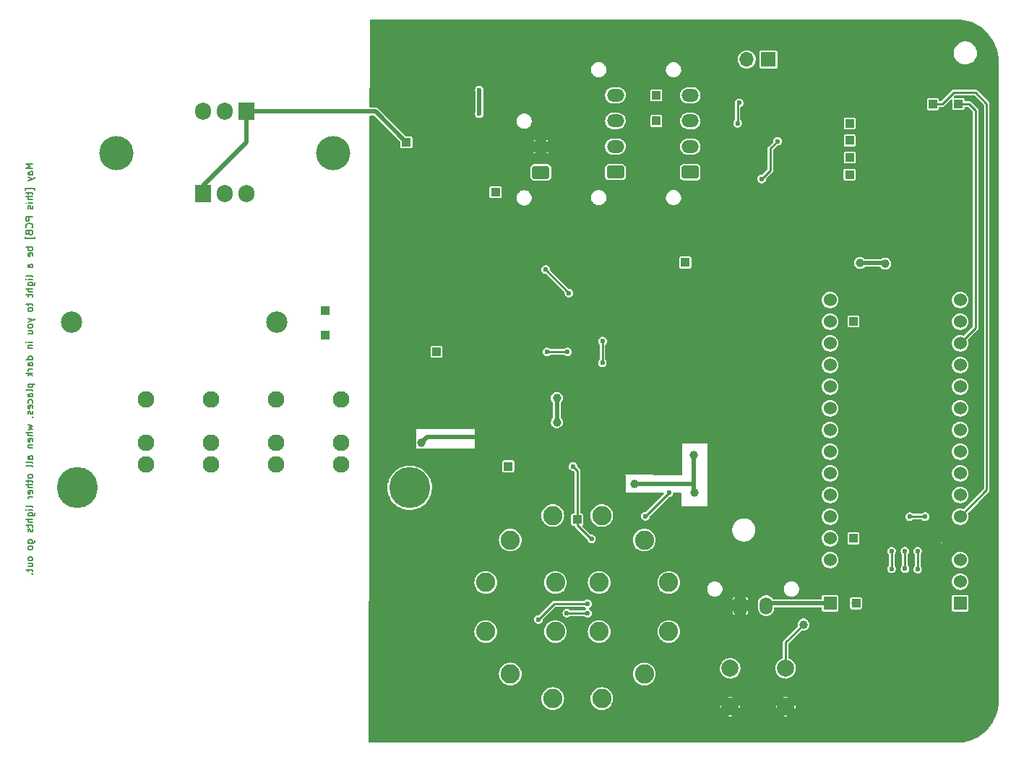
<source format=gbr>
%TF.GenerationSoftware,KiCad,Pcbnew,(6.0.1)*%
%TF.CreationDate,2022-07-17T13:54:31-07:00*%
%TF.ProjectId,IV Curve Tracer,49562043-7572-4766-9520-547261636572,1.3.0*%
%TF.SameCoordinates,PX1b50300PY6843e50*%
%TF.FileFunction,Copper,L2,Bot*%
%TF.FilePolarity,Positive*%
%FSLAX46Y46*%
G04 Gerber Fmt 4.6, Leading zero omitted, Abs format (unit mm)*
G04 Created by KiCad (PCBNEW (6.0.1)) date 2022-07-17 13:54:31*
%MOMM*%
%LPD*%
G01*
G04 APERTURE LIST*
G04 Aperture macros list*
%AMRoundRect*
0 Rectangle with rounded corners*
0 $1 Rounding radius*
0 $2 $3 $4 $5 $6 $7 $8 $9 X,Y pos of 4 corners*
0 Add a 4 corners polygon primitive as box body*
4,1,4,$2,$3,$4,$5,$6,$7,$8,$9,$2,$3,0*
0 Add four circle primitives for the rounded corners*
1,1,$1+$1,$2,$3*
1,1,$1+$1,$4,$5*
1,1,$1+$1,$6,$7*
1,1,$1+$1,$8,$9*
0 Add four rect primitives between the rounded corners*
20,1,$1+$1,$2,$3,$4,$5,0*
20,1,$1+$1,$4,$5,$6,$7,0*
20,1,$1+$1,$6,$7,$8,$9,0*
20,1,$1+$1,$8,$9,$2,$3,0*%
G04 Aperture macros list end*
%ADD10C,0.150000*%
%TA.AperFunction,NonConductor*%
%ADD11C,0.150000*%
%TD*%
%TA.AperFunction,ComponentPad*%
%ADD12R,1.530000X1.530000*%
%TD*%
%TA.AperFunction,ComponentPad*%
%ADD13C,1.530000*%
%TD*%
%TA.AperFunction,ComponentPad*%
%ADD14R,1.905000X2.000000*%
%TD*%
%TA.AperFunction,ComponentPad*%
%ADD15O,1.905000X2.000000*%
%TD*%
%TA.AperFunction,ComponentPad*%
%ADD16RoundRect,0.250001X-0.499999X-0.759999X0.499999X-0.759999X0.499999X0.759999X-0.499999X0.759999X0*%
%TD*%
%TA.AperFunction,ComponentPad*%
%ADD17O,1.500000X2.020000*%
%TD*%
%TA.AperFunction,ComponentPad*%
%ADD18RoundRect,0.250001X0.759999X-0.499999X0.759999X0.499999X-0.759999X0.499999X-0.759999X-0.499999X0*%
%TD*%
%TA.AperFunction,ComponentPad*%
%ADD19O,2.020000X1.500000*%
%TD*%
%TA.AperFunction,ComponentPad*%
%ADD20R,1.700000X1.700000*%
%TD*%
%TA.AperFunction,ComponentPad*%
%ADD21O,1.700000X1.700000*%
%TD*%
%TA.AperFunction,ComponentPad*%
%ADD22C,4.800000*%
%TD*%
%TA.AperFunction,ComponentPad*%
%ADD23C,1.950000*%
%TD*%
%TA.AperFunction,ComponentPad*%
%ADD24C,4.000000*%
%TD*%
%TA.AperFunction,ComponentPad*%
%ADD25C,2.500000*%
%TD*%
%TA.AperFunction,ComponentPad*%
%ADD26C,2.250000*%
%TD*%
%TA.AperFunction,ComponentPad*%
%ADD27C,2.000000*%
%TD*%
%TA.AperFunction,SMDPad,CuDef*%
%ADD28R,1.000000X1.000000*%
%TD*%
%TA.AperFunction,ViaPad*%
%ADD29C,0.600000*%
%TD*%
%TA.AperFunction,ViaPad*%
%ADD30C,1.000000*%
%TD*%
%TA.AperFunction,ViaPad*%
%ADD31C,0.800000*%
%TD*%
%TA.AperFunction,Conductor*%
%ADD32C,0.500000*%
%TD*%
%TA.AperFunction,Conductor*%
%ADD33C,0.250000*%
%TD*%
G04 APERTURE END LIST*
D10*
D11*
X30341893Y-41373606D02*
X29541893Y-41373606D01*
X30113322Y-41640273D01*
X29541893Y-41906939D01*
X30341893Y-41906939D01*
X30341893Y-42630749D02*
X29922846Y-42630749D01*
X29846655Y-42592654D01*
X29808560Y-42516463D01*
X29808560Y-42364082D01*
X29846655Y-42287892D01*
X30303798Y-42630749D02*
X30341893Y-42554558D01*
X30341893Y-42364082D01*
X30303798Y-42287892D01*
X30227608Y-42249796D01*
X30151417Y-42249796D01*
X30075227Y-42287892D01*
X30037131Y-42364082D01*
X30037131Y-42554558D01*
X29999036Y-42630749D01*
X29808560Y-42935511D02*
X30341893Y-43125987D01*
X29808560Y-43316463D02*
X30341893Y-43125987D01*
X30532369Y-43049796D01*
X30570465Y-43011701D01*
X30608560Y-42935511D01*
X30608560Y-44459320D02*
X30608560Y-44268844D01*
X29465703Y-44268844D01*
X29465703Y-44459320D01*
X29808560Y-44649796D02*
X29808560Y-44954558D01*
X29541893Y-44764082D02*
X30227608Y-44764082D01*
X30303798Y-44802177D01*
X30341893Y-44878368D01*
X30341893Y-44954558D01*
X30341893Y-45221225D02*
X29541893Y-45221225D01*
X30341893Y-45564082D02*
X29922846Y-45564082D01*
X29846655Y-45525987D01*
X29808560Y-45449796D01*
X29808560Y-45335511D01*
X29846655Y-45259320D01*
X29884750Y-45221225D01*
X30341893Y-45945034D02*
X29808560Y-45945034D01*
X29541893Y-45945034D02*
X29579989Y-45906939D01*
X29618084Y-45945034D01*
X29579989Y-45983130D01*
X29541893Y-45945034D01*
X29618084Y-45945034D01*
X30303798Y-46287892D02*
X30341893Y-46364082D01*
X30341893Y-46516463D01*
X30303798Y-46592654D01*
X30227608Y-46630749D01*
X30189512Y-46630749D01*
X30113322Y-46592654D01*
X30075227Y-46516463D01*
X30075227Y-46402177D01*
X30037131Y-46325987D01*
X29960941Y-46287892D01*
X29922846Y-46287892D01*
X29846655Y-46325987D01*
X29808560Y-46402177D01*
X29808560Y-46516463D01*
X29846655Y-46592654D01*
X30341893Y-47583130D02*
X29541893Y-47583130D01*
X29541893Y-47887892D01*
X29579989Y-47964082D01*
X29618084Y-48002177D01*
X29694274Y-48040273D01*
X29808560Y-48040273D01*
X29884750Y-48002177D01*
X29922846Y-47964082D01*
X29960941Y-47887892D01*
X29960941Y-47583130D01*
X30265703Y-48840273D02*
X30303798Y-48802177D01*
X30341893Y-48687892D01*
X30341893Y-48611701D01*
X30303798Y-48497415D01*
X30227608Y-48421225D01*
X30151417Y-48383130D01*
X29999036Y-48345034D01*
X29884750Y-48345034D01*
X29732369Y-48383130D01*
X29656179Y-48421225D01*
X29579989Y-48497415D01*
X29541893Y-48611701D01*
X29541893Y-48687892D01*
X29579989Y-48802177D01*
X29618084Y-48840273D01*
X29922846Y-49449796D02*
X29960941Y-49564082D01*
X29999036Y-49602177D01*
X30075227Y-49640273D01*
X30189512Y-49640273D01*
X30265703Y-49602177D01*
X30303798Y-49564082D01*
X30341893Y-49487892D01*
X30341893Y-49183130D01*
X29541893Y-49183130D01*
X29541893Y-49449796D01*
X29579989Y-49525987D01*
X29618084Y-49564082D01*
X29694274Y-49602177D01*
X29770465Y-49602177D01*
X29846655Y-49564082D01*
X29884750Y-49525987D01*
X29922846Y-49449796D01*
X29922846Y-49183130D01*
X30608560Y-49906939D02*
X30608560Y-50097415D01*
X29465703Y-50097415D01*
X29465703Y-49906939D01*
X30341893Y-51125987D02*
X29541893Y-51125987D01*
X29846655Y-51125987D02*
X29808560Y-51202177D01*
X29808560Y-51354558D01*
X29846655Y-51430749D01*
X29884750Y-51468844D01*
X29960941Y-51506939D01*
X30189512Y-51506939D01*
X30265703Y-51468844D01*
X30303798Y-51430749D01*
X30341893Y-51354558D01*
X30341893Y-51202177D01*
X30303798Y-51125987D01*
X30303798Y-52154558D02*
X30341893Y-52078368D01*
X30341893Y-51925987D01*
X30303798Y-51849796D01*
X30227608Y-51811701D01*
X29922846Y-51811701D01*
X29846655Y-51849796D01*
X29808560Y-51925987D01*
X29808560Y-52078368D01*
X29846655Y-52154558D01*
X29922846Y-52192654D01*
X29999036Y-52192654D01*
X30075227Y-51811701D01*
X30341893Y-53487892D02*
X29922846Y-53487892D01*
X29846655Y-53449796D01*
X29808560Y-53373606D01*
X29808560Y-53221225D01*
X29846655Y-53145034D01*
X30303798Y-53487892D02*
X30341893Y-53411701D01*
X30341893Y-53221225D01*
X30303798Y-53145034D01*
X30227608Y-53106939D01*
X30151417Y-53106939D01*
X30075227Y-53145034D01*
X30037131Y-53221225D01*
X30037131Y-53411701D01*
X29999036Y-53487892D01*
X30341893Y-54592653D02*
X30303798Y-54516463D01*
X30227608Y-54478368D01*
X29541893Y-54478368D01*
X30341893Y-54897415D02*
X29808560Y-54897415D01*
X29541893Y-54897415D02*
X29579989Y-54859320D01*
X29618084Y-54897415D01*
X29579989Y-54935511D01*
X29541893Y-54897415D01*
X29618084Y-54897415D01*
X29808560Y-55621225D02*
X30456179Y-55621225D01*
X30532369Y-55583130D01*
X30570465Y-55545034D01*
X30608560Y-55468844D01*
X30608560Y-55354558D01*
X30570465Y-55278368D01*
X30303798Y-55621225D02*
X30341893Y-55545034D01*
X30341893Y-55392653D01*
X30303798Y-55316463D01*
X30265703Y-55278368D01*
X30189512Y-55240273D01*
X29960941Y-55240273D01*
X29884750Y-55278368D01*
X29846655Y-55316463D01*
X29808560Y-55392653D01*
X29808560Y-55545034D01*
X29846655Y-55621225D01*
X30341893Y-56002177D02*
X29541893Y-56002177D01*
X30341893Y-56345034D02*
X29922846Y-56345034D01*
X29846655Y-56306939D01*
X29808560Y-56230749D01*
X29808560Y-56116463D01*
X29846655Y-56040273D01*
X29884750Y-56002177D01*
X29808560Y-56611701D02*
X29808560Y-56916463D01*
X29541893Y-56725987D02*
X30227608Y-56725987D01*
X30303798Y-56764082D01*
X30341893Y-56840273D01*
X30341893Y-56916463D01*
X29808560Y-57678368D02*
X29808560Y-57983130D01*
X29541893Y-57792653D02*
X30227608Y-57792653D01*
X30303798Y-57830749D01*
X30341893Y-57906939D01*
X30341893Y-57983130D01*
X30341893Y-58364082D02*
X30303798Y-58287892D01*
X30265703Y-58249796D01*
X30189512Y-58211701D01*
X29960941Y-58211701D01*
X29884750Y-58249796D01*
X29846655Y-58287892D01*
X29808560Y-58364082D01*
X29808560Y-58478368D01*
X29846655Y-58554558D01*
X29884750Y-58592653D01*
X29960941Y-58630749D01*
X30189512Y-58630749D01*
X30265703Y-58592653D01*
X30303798Y-58554558D01*
X30341893Y-58478368D01*
X30341893Y-58364082D01*
X29808560Y-59506939D02*
X30341893Y-59697415D01*
X29808560Y-59887892D02*
X30341893Y-59697415D01*
X30532369Y-59621225D01*
X30570465Y-59583130D01*
X30608560Y-59506939D01*
X30341893Y-60306939D02*
X30303798Y-60230749D01*
X30265703Y-60192653D01*
X30189512Y-60154558D01*
X29960941Y-60154558D01*
X29884750Y-60192653D01*
X29846655Y-60230749D01*
X29808560Y-60306939D01*
X29808560Y-60421225D01*
X29846655Y-60497415D01*
X29884750Y-60535511D01*
X29960941Y-60573606D01*
X30189512Y-60573606D01*
X30265703Y-60535511D01*
X30303798Y-60497415D01*
X30341893Y-60421225D01*
X30341893Y-60306939D01*
X29808560Y-61259320D02*
X30341893Y-61259320D01*
X29808560Y-60916463D02*
X30227608Y-60916463D01*
X30303798Y-60954558D01*
X30341893Y-61030749D01*
X30341893Y-61145034D01*
X30303798Y-61221225D01*
X30265703Y-61259320D01*
X30341893Y-62249796D02*
X29808560Y-62249796D01*
X29541893Y-62249796D02*
X29579989Y-62211701D01*
X29618084Y-62249796D01*
X29579989Y-62287892D01*
X29541893Y-62249796D01*
X29618084Y-62249796D01*
X29808560Y-62630749D02*
X30341893Y-62630749D01*
X29884750Y-62630749D02*
X29846655Y-62668844D01*
X29808560Y-62745034D01*
X29808560Y-62859320D01*
X29846655Y-62935511D01*
X29922846Y-62973606D01*
X30341893Y-62973606D01*
X30341893Y-64306939D02*
X29541893Y-64306939D01*
X30303798Y-64306939D02*
X30341893Y-64230749D01*
X30341893Y-64078368D01*
X30303798Y-64002177D01*
X30265703Y-63964082D01*
X30189512Y-63925987D01*
X29960941Y-63925987D01*
X29884750Y-63964082D01*
X29846655Y-64002177D01*
X29808560Y-64078368D01*
X29808560Y-64230749D01*
X29846655Y-64306939D01*
X30341893Y-65030749D02*
X29922846Y-65030749D01*
X29846655Y-64992653D01*
X29808560Y-64916463D01*
X29808560Y-64764082D01*
X29846655Y-64687892D01*
X30303798Y-65030749D02*
X30341893Y-64954558D01*
X30341893Y-64764082D01*
X30303798Y-64687892D01*
X30227608Y-64649796D01*
X30151417Y-64649796D01*
X30075227Y-64687892D01*
X30037131Y-64764082D01*
X30037131Y-64954558D01*
X29999036Y-65030749D01*
X30341893Y-65411701D02*
X29808560Y-65411701D01*
X29960941Y-65411701D02*
X29884750Y-65449796D01*
X29846655Y-65487892D01*
X29808560Y-65564082D01*
X29808560Y-65640273D01*
X30341893Y-65906939D02*
X29541893Y-65906939D01*
X30037131Y-65983130D02*
X30341893Y-66211701D01*
X29808560Y-66211701D02*
X30113322Y-65906939D01*
X29808560Y-67164082D02*
X30608560Y-67164082D01*
X29846655Y-67164082D02*
X29808560Y-67240273D01*
X29808560Y-67392653D01*
X29846655Y-67468844D01*
X29884750Y-67506939D01*
X29960941Y-67545034D01*
X30189512Y-67545034D01*
X30265703Y-67506939D01*
X30303798Y-67468844D01*
X30341893Y-67392653D01*
X30341893Y-67240273D01*
X30303798Y-67164082D01*
X30341893Y-68002177D02*
X30303798Y-67925987D01*
X30227608Y-67887892D01*
X29541893Y-67887892D01*
X30341893Y-68649796D02*
X29922846Y-68649796D01*
X29846655Y-68611701D01*
X29808560Y-68535511D01*
X29808560Y-68383130D01*
X29846655Y-68306939D01*
X30303798Y-68649796D02*
X30341893Y-68573606D01*
X30341893Y-68383130D01*
X30303798Y-68306939D01*
X30227608Y-68268844D01*
X30151417Y-68268844D01*
X30075227Y-68306939D01*
X30037131Y-68383130D01*
X30037131Y-68573606D01*
X29999036Y-68649796D01*
X30303798Y-69373606D02*
X30341893Y-69297415D01*
X30341893Y-69145034D01*
X30303798Y-69068844D01*
X30265703Y-69030749D01*
X30189512Y-68992653D01*
X29960941Y-68992653D01*
X29884750Y-69030749D01*
X29846655Y-69068844D01*
X29808560Y-69145034D01*
X29808560Y-69297415D01*
X29846655Y-69373606D01*
X30303798Y-70021225D02*
X30341893Y-69945034D01*
X30341893Y-69792653D01*
X30303798Y-69716463D01*
X30227608Y-69678368D01*
X29922846Y-69678368D01*
X29846655Y-69716463D01*
X29808560Y-69792653D01*
X29808560Y-69945034D01*
X29846655Y-70021225D01*
X29922846Y-70059320D01*
X29999036Y-70059320D01*
X30075227Y-69678368D01*
X30303798Y-70364082D02*
X30341893Y-70440273D01*
X30341893Y-70592653D01*
X30303798Y-70668844D01*
X30227608Y-70706939D01*
X30189512Y-70706939D01*
X30113322Y-70668844D01*
X30075227Y-70592653D01*
X30075227Y-70478368D01*
X30037131Y-70402177D01*
X29960941Y-70364082D01*
X29922846Y-70364082D01*
X29846655Y-70402177D01*
X29808560Y-70478368D01*
X29808560Y-70592653D01*
X29846655Y-70668844D01*
X30303798Y-71087892D02*
X30341893Y-71087892D01*
X30418084Y-71049796D01*
X30456179Y-71011701D01*
X29808560Y-71964082D02*
X30341893Y-72116463D01*
X29960941Y-72268844D01*
X30341893Y-72421225D01*
X29808560Y-72573606D01*
X30341893Y-72878368D02*
X29541893Y-72878368D01*
X30341893Y-73221225D02*
X29922846Y-73221225D01*
X29846655Y-73183130D01*
X29808560Y-73106939D01*
X29808560Y-72992653D01*
X29846655Y-72916463D01*
X29884750Y-72878368D01*
X30303798Y-73906939D02*
X30341893Y-73830749D01*
X30341893Y-73678368D01*
X30303798Y-73602177D01*
X30227608Y-73564082D01*
X29922846Y-73564082D01*
X29846655Y-73602177D01*
X29808560Y-73678368D01*
X29808560Y-73830749D01*
X29846655Y-73906939D01*
X29922846Y-73945034D01*
X29999036Y-73945034D01*
X30075227Y-73564082D01*
X29808560Y-74287892D02*
X30341893Y-74287892D01*
X29884750Y-74287892D02*
X29846655Y-74325987D01*
X29808560Y-74402177D01*
X29808560Y-74516463D01*
X29846655Y-74592653D01*
X29922846Y-74630749D01*
X30341893Y-74630749D01*
X30341893Y-75964082D02*
X29922846Y-75964082D01*
X29846655Y-75925987D01*
X29808560Y-75849796D01*
X29808560Y-75697415D01*
X29846655Y-75621225D01*
X30303798Y-75964082D02*
X30341893Y-75887892D01*
X30341893Y-75697415D01*
X30303798Y-75621225D01*
X30227608Y-75583130D01*
X30151417Y-75583130D01*
X30075227Y-75621225D01*
X30037131Y-75697415D01*
X30037131Y-75887892D01*
X29999036Y-75964082D01*
X30341893Y-76459320D02*
X30303798Y-76383130D01*
X30227608Y-76345034D01*
X29541893Y-76345034D01*
X30341893Y-76878368D02*
X30303798Y-76802177D01*
X30227608Y-76764082D01*
X29541893Y-76764082D01*
X30341893Y-77906939D02*
X30303798Y-77830749D01*
X30265703Y-77792653D01*
X30189512Y-77754558D01*
X29960941Y-77754558D01*
X29884750Y-77792653D01*
X29846655Y-77830749D01*
X29808560Y-77906939D01*
X29808560Y-78021225D01*
X29846655Y-78097415D01*
X29884750Y-78135511D01*
X29960941Y-78173606D01*
X30189512Y-78173606D01*
X30265703Y-78135511D01*
X30303798Y-78097415D01*
X30341893Y-78021225D01*
X30341893Y-77906939D01*
X29808560Y-78402177D02*
X29808560Y-78706939D01*
X29541893Y-78516463D02*
X30227608Y-78516463D01*
X30303798Y-78554558D01*
X30341893Y-78630749D01*
X30341893Y-78706939D01*
X30341893Y-78973606D02*
X29541893Y-78973606D01*
X30341893Y-79316463D02*
X29922846Y-79316463D01*
X29846655Y-79278368D01*
X29808560Y-79202177D01*
X29808560Y-79087892D01*
X29846655Y-79011701D01*
X29884750Y-78973606D01*
X30303798Y-80002177D02*
X30341893Y-79925987D01*
X30341893Y-79773606D01*
X30303798Y-79697415D01*
X30227608Y-79659320D01*
X29922846Y-79659320D01*
X29846655Y-79697415D01*
X29808560Y-79773606D01*
X29808560Y-79925987D01*
X29846655Y-80002177D01*
X29922846Y-80040273D01*
X29999036Y-80040273D01*
X30075227Y-79659320D01*
X30341893Y-80383130D02*
X29808560Y-80383130D01*
X29960941Y-80383130D02*
X29884750Y-80421225D01*
X29846655Y-80459320D01*
X29808560Y-80535511D01*
X29808560Y-80611701D01*
X30341893Y-81602177D02*
X30303798Y-81525987D01*
X30227608Y-81487892D01*
X29541893Y-81487892D01*
X30341893Y-81906939D02*
X29808560Y-81906939D01*
X29541893Y-81906939D02*
X29579989Y-81868844D01*
X29618084Y-81906939D01*
X29579989Y-81945034D01*
X29541893Y-81906939D01*
X29618084Y-81906939D01*
X29808560Y-82630749D02*
X30456179Y-82630749D01*
X30532369Y-82592653D01*
X30570465Y-82554558D01*
X30608560Y-82478368D01*
X30608560Y-82364082D01*
X30570465Y-82287892D01*
X30303798Y-82630749D02*
X30341893Y-82554558D01*
X30341893Y-82402177D01*
X30303798Y-82325987D01*
X30265703Y-82287892D01*
X30189512Y-82249796D01*
X29960941Y-82249796D01*
X29884750Y-82287892D01*
X29846655Y-82325987D01*
X29808560Y-82402177D01*
X29808560Y-82554558D01*
X29846655Y-82630749D01*
X30341893Y-83011701D02*
X29541893Y-83011701D01*
X30341893Y-83354558D02*
X29922846Y-83354558D01*
X29846655Y-83316463D01*
X29808560Y-83240273D01*
X29808560Y-83125987D01*
X29846655Y-83049796D01*
X29884750Y-83011701D01*
X29808560Y-83621225D02*
X29808560Y-83925987D01*
X29541893Y-83735511D02*
X30227608Y-83735511D01*
X30303798Y-83773606D01*
X30341893Y-83849796D01*
X30341893Y-83925987D01*
X30303798Y-84154558D02*
X30341893Y-84230749D01*
X30341893Y-84383130D01*
X30303798Y-84459320D01*
X30227608Y-84497415D01*
X30189512Y-84497415D01*
X30113322Y-84459320D01*
X30075227Y-84383130D01*
X30075227Y-84268844D01*
X30037131Y-84192653D01*
X29960941Y-84154558D01*
X29922846Y-84154558D01*
X29846655Y-84192653D01*
X29808560Y-84268844D01*
X29808560Y-84383130D01*
X29846655Y-84459320D01*
X29808560Y-85792653D02*
X30456179Y-85792653D01*
X30532369Y-85754558D01*
X30570465Y-85716463D01*
X30608560Y-85640273D01*
X30608560Y-85525987D01*
X30570465Y-85449796D01*
X30303798Y-85792653D02*
X30341893Y-85716463D01*
X30341893Y-85564082D01*
X30303798Y-85487892D01*
X30265703Y-85449796D01*
X30189512Y-85411701D01*
X29960941Y-85411701D01*
X29884750Y-85449796D01*
X29846655Y-85487892D01*
X29808560Y-85564082D01*
X29808560Y-85716463D01*
X29846655Y-85792653D01*
X30341893Y-86287892D02*
X30303798Y-86211701D01*
X30265703Y-86173606D01*
X30189512Y-86135511D01*
X29960941Y-86135511D01*
X29884750Y-86173606D01*
X29846655Y-86211701D01*
X29808560Y-86287892D01*
X29808560Y-86402177D01*
X29846655Y-86478368D01*
X29884750Y-86516463D01*
X29960941Y-86554558D01*
X30189512Y-86554558D01*
X30265703Y-86516463D01*
X30303798Y-86478368D01*
X30341893Y-86402177D01*
X30341893Y-86287892D01*
X30341893Y-87621225D02*
X30303798Y-87545034D01*
X30265703Y-87506939D01*
X30189512Y-87468844D01*
X29960941Y-87468844D01*
X29884750Y-87506939D01*
X29846655Y-87545034D01*
X29808560Y-87621225D01*
X29808560Y-87735511D01*
X29846655Y-87811701D01*
X29884750Y-87849796D01*
X29960941Y-87887892D01*
X30189512Y-87887892D01*
X30265703Y-87849796D01*
X30303798Y-87811701D01*
X30341893Y-87735511D01*
X30341893Y-87621225D01*
X29808560Y-88573606D02*
X30341893Y-88573606D01*
X29808560Y-88230749D02*
X30227608Y-88230749D01*
X30303798Y-88268844D01*
X30341893Y-88345034D01*
X30341893Y-88459320D01*
X30303798Y-88535511D01*
X30265703Y-88573606D01*
X29808560Y-88840273D02*
X29808560Y-89145034D01*
X29541893Y-88954558D02*
X30227608Y-88954558D01*
X30303798Y-88992653D01*
X30341893Y-89068844D01*
X30341893Y-89145034D01*
X30265703Y-89411701D02*
X30303798Y-89449796D01*
X30341893Y-89411701D01*
X30303798Y-89373606D01*
X30265703Y-89411701D01*
X30341893Y-89411701D01*
D12*
%TO.P,U101,1,D1*%
%TO.N,/HEARTBEAT*%
X139024989Y-92872654D03*
D13*
%TO.P,U101,2,D0*%
%TO.N,/SCANNING*%
X139024989Y-90332654D03*
%TO.P,U101,3,RST*%
%TO.N,/RESET*%
X139024989Y-87792654D03*
%TO.P,U101,4,GND*%
%TO.N,GND*%
X139024989Y-85252654D03*
%TO.P,U101,5,D2*%
%TO.N,/CAN_TX*%
X139024989Y-82712654D03*
%TO.P,U101,6,D3*%
%TO.N,/ERROR*%
X139024989Y-80172654D03*
%TO.P,U101,7,D4*%
%TO.N,unconnected-(U101-Pad7)*%
X139024989Y-77632654D03*
%TO.P,U101,8,D5*%
%TO.N,unconnected-(U101-Pad8)*%
X139024989Y-75092654D03*
%TO.P,U101,9,D6*%
%TO.N,unconnected-(U101-Pad9)*%
X139024989Y-72552654D03*
%TO.P,U101,10,D7*%
%TO.N,unconnected-(U101-Pad10)*%
X139024989Y-70012654D03*
%TO.P,U101,11,D8*%
%TO.N,unconnected-(U101-Pad11)*%
X139024989Y-67472654D03*
%TO.P,U101,12,D9*%
%TO.N,unconnected-(U101-Pad12)*%
X139024989Y-64932654D03*
%TO.P,U101,13,D10*%
%TO.N,/CAN_RX*%
X139024989Y-62392654D03*
%TO.P,U101,14,D11*%
%TO.N,unconnected-(U101-Pad14)*%
X139024989Y-59852654D03*
%TO.P,U101,15,D12*%
%TO.N,unconnected-(U101-Pad15)*%
X139024989Y-57312654D03*
%TO.P,U101,16,D13*%
%TO.N,unconnected-(U101-Pad16)*%
X123784989Y-57312654D03*
%TO.P,U101,17,+3V3*%
%TO.N,+3V3*%
X123784989Y-59852654D03*
%TO.P,U101,18,AREF*%
%TO.N,unconnected-(U101-Pad18)*%
X123784989Y-62392654D03*
%TO.P,U101,19,A0*%
%TO.N,/ARRAY_CURRENT*%
X123784989Y-64932654D03*
%TO.P,U101,20,A1*%
%TO.N,unconnected-(U101-Pad20)*%
X123784989Y-67472654D03*
%TO.P,U101,21,A2*%
%TO.N,unconnected-(U101-Pad21)*%
X123784989Y-70012654D03*
%TO.P,U101,22,A3*%
%TO.N,/DAC_CONTROL*%
X123784989Y-72552654D03*
%TO.P,U101,23,A4*%
%TO.N,unconnected-(U101-Pad23)*%
X123784989Y-75092654D03*
%TO.P,U101,24,A5*%
%TO.N,unconnected-(U101-Pad24)*%
X123784989Y-77632654D03*
%TO.P,U101,25,A6*%
%TO.N,/ARRAY_VOLTAGE*%
X123784989Y-80172654D03*
%TO.P,U101,26,A7*%
%TO.N,unconnected-(U101-Pad26)*%
X123784989Y-82712654D03*
%TO.P,U101,27,+5V*%
%TO.N,+5V*%
X123784989Y-85252654D03*
%TO.P,U101,28,RST*%
%TO.N,/RESET*%
X123784989Y-87792654D03*
%TO.P,U101,29,GND*%
%TO.N,GND*%
X123784989Y-90332654D03*
D12*
%TO.P,U101,30,VIN*%
%TO.N,+9V*%
X123784989Y-92872654D03*
%TD*%
D14*
%TO.P,Q301,1,G*%
%TO.N,/pv_controller/GATE*%
X55414989Y-35228880D03*
D15*
%TO.P,Q301,2,D*%
%TO.N,Net-(F301-Pad1)*%
X52874989Y-35228880D03*
%TO.P,Q301,3,S*%
%TO.N,/pv_controller/CURRENT_SENSE+*%
X50334989Y-35228880D03*
%TD*%
D16*
%TO.P,J101,1,Pin_1*%
%TO.N,GND*%
X113269989Y-93162654D03*
D17*
%TO.P,J101,2,Pin_2*%
%TO.N,+9V*%
X116269989Y-93162654D03*
%TD*%
D18*
%TO.P,J502,1,5V*%
%TO.N,Net-(C506-Pad1)*%
X98637489Y-42327654D03*
D19*
%TO.P,J502,2,GND*%
%TO.N,Net-(C506-Pad2)*%
X98637489Y-39327654D03*
%TO.P,J502,3,CAN_H*%
%TO.N,Net-(J501-Pad3)*%
X98637489Y-36327654D03*
%TO.P,J502,4,CAN_L*%
%TO.N,Net-(J501-Pad4)*%
X98637489Y-33327654D03*
%TD*%
D20*
%TO.P,JP501,1,A*%
%TO.N,Net-(JP501-Pad1)*%
X116557489Y-29132654D03*
D21*
%TO.P,JP501,2,B*%
%TO.N,Net-(JP501-Pad2)*%
X114017489Y-29132654D03*
%TD*%
D15*
%TO.P,Q302,3,S*%
%TO.N,/pv_controller/CURRENT_SENSE+*%
X55419989Y-44888880D03*
%TO.P,Q302,2,D*%
%TO.N,Net-(F301-Pad1)*%
X52879989Y-44888880D03*
D14*
%TO.P,Q302,1,G*%
%TO.N,/pv_controller/GATE*%
X50339989Y-44888880D03*
%TD*%
D22*
%TO.P,J301,*%
%TO.N,*%
X35559989Y-79343880D03*
X74539989Y-79343880D03*
D23*
%TO.P,J301,1,1*%
%TO.N,Net-(J301-Pad1)*%
X43619989Y-76623880D03*
%TO.P,J301,2,2*%
X43619989Y-74083880D03*
%TO.P,J301,3,3*%
X43619989Y-69003880D03*
%TO.P,J301,4,4*%
%TO.N,Net-(F301-Pad2)*%
X51239989Y-76623880D03*
%TO.P,J301,5,5*%
X51239989Y-74083880D03*
%TO.P,J301,6,6*%
X51239989Y-69003880D03*
%TO.P,J301,7,7*%
%TO.N,/pv_controller/CURRENT_SENSE-*%
X58859989Y-76623880D03*
%TO.P,J301,8,8*%
X58859989Y-74083880D03*
%TO.P,J301,9,9*%
X58859989Y-69003880D03*
%TO.P,J301,10,10*%
%TO.N,GND*%
X66479989Y-76623880D03*
%TO.P,J301,11,11*%
X66479989Y-74083880D03*
%TO.P,J301,12,12*%
X66479989Y-69003880D03*
%TD*%
D18*
%TO.P,J501,1,5V*%
%TO.N,Net-(C506-Pad1)*%
X107402489Y-42337654D03*
D19*
%TO.P,J501,2,GND*%
%TO.N,Net-(C506-Pad2)*%
X107402489Y-39337654D03*
%TO.P,J501,3,CAN_H*%
%TO.N,Net-(J501-Pad3)*%
X107402489Y-36337654D03*
%TO.P,J501,4,CAN_L*%
%TO.N,Net-(J501-Pad4)*%
X107402489Y-33337654D03*
%TD*%
D24*
%TO.P,HS301,1*%
%TO.N,N/C*%
X65579989Y-40078880D03*
X40179989Y-40078880D03*
%TD*%
D25*
%TO.P,F301,1*%
%TO.N,Net-(F301-Pad1)*%
X58994989Y-59948880D03*
%TO.P,F301,2*%
%TO.N,Net-(F301-Pad2)*%
X34894989Y-59948880D03*
%TD*%
D19*
%TO.P,J201,2,Pin_2*%
%TO.N,GND*%
X89905000Y-39355000D03*
D18*
%TO.P,J201,1,Pin_1*%
%TO.N,+9VA*%
X89905000Y-42355000D03*
%TD*%
D26*
%TO.P,SW301,1,1*%
%TO.N,Net-(SW301-Pad1)*%
X91293899Y-104032654D03*
%TO.P,SW301,2,2*%
%TO.N,Net-(R301-Pad1)*%
X86317899Y-101159744D03*
%TO.P,SW301,3,3*%
%TO.N,Net-(R304-Pad1)*%
X83444989Y-96183744D03*
%TO.P,SW301,4*%
%TO.N,N/C*%
X83444989Y-90437964D03*
%TO.P,SW301,5*%
X86317899Y-85461964D03*
%TO.P,SW301,6*%
X91293899Y-82589054D03*
%TO.P,SW301,7,7*%
%TO.N,Net-(SW301-Pad1)*%
X97039679Y-82589054D03*
%TO.P,SW301,8,8*%
%TO.N,Net-(R301-Pad2)*%
X102015679Y-85461964D03*
%TO.P,SW301,9,9*%
%TO.N,Net-(R304-Pad2)*%
X104888589Y-90437964D03*
%TO.P,SW301,10*%
%TO.N,N/C*%
X104888589Y-96183744D03*
%TO.P,SW301,11*%
X102015679Y-101159744D03*
%TO.P,SW301,12*%
X97039679Y-104032654D03*
%TO.P,SW301,13,A*%
%TO.N,Net-(J301-Pad1)*%
X91603789Y-96183744D03*
%TO.P,SW301,14*%
%TO.N,N/C*%
X91603779Y-90437964D03*
%TO.P,SW301,15,C*%
%TO.N,/pv_controller/VOLTAGE_SENSE*%
X96729799Y-90437964D03*
%TO.P,SW301,16*%
%TO.N,N/C*%
X96729799Y-96183744D03*
%TD*%
D27*
%TO.P,SW101,1,1*%
%TO.N,GND*%
X112084989Y-104997654D03*
X118584989Y-104997654D03*
%TO.P,SW101,2,2*%
%TO.N,/RESET*%
X118584989Y-100497654D03*
X112084989Y-100497654D03*
%TD*%
D28*
%TO.P,TP302,1,1*%
%TO.N,/pv_controller/GATE*%
X74144989Y-38842654D03*
%TD*%
%TO.P,TP505,1,1*%
%TO.N,Net-(C506-Pad2)*%
X126082489Y-36617654D03*
%TD*%
%TO.P,TP502,1,1*%
%TO.N,/CAN_RX*%
X138827489Y-34357654D03*
%TD*%
%TO.P,TP101,1,1*%
%TO.N,+3V3*%
X126514989Y-59847654D03*
%TD*%
%TO.P,TP503,1,1*%
%TO.N,Net-(C505-Pad1)*%
X126077489Y-42632654D03*
%TD*%
%TO.P,TP501,1,1*%
%TO.N,/CAN_TX*%
X135827489Y-34367654D03*
%TD*%
%TO.P,TP506,1,1*%
%TO.N,Net-(C505-Pad2)*%
X126082489Y-40627654D03*
%TD*%
%TO.P,TP103,1,1*%
%TO.N,GND*%
X136279989Y-85252654D03*
%TD*%
%TO.P,TP202,1,1*%
%TO.N,+9VA*%
X106819989Y-52922654D03*
%TD*%
%TO.P,TP402,1,1*%
%TO.N,/pv_controller/CURRENT_SENSE-*%
X64669989Y-61453880D03*
%TD*%
%TO.P,TP201,1,1*%
%TO.N,+5V*%
X126519989Y-85262654D03*
%TD*%
%TO.P,TP504,1,1*%
%TO.N,Net-(C506-Pad1)*%
X126082489Y-38622654D03*
%TD*%
%TO.P,TP507,1,1*%
%TO.N,Net-(J501-Pad3)*%
X103427489Y-36332654D03*
%TD*%
%TO.P,TP405,1,1*%
%TO.N,/ARRAY_VOLTAGE*%
X86082489Y-76813744D03*
%TD*%
%TO.P,TP404,1,1*%
%TO.N,/pv_controller/VOLTAGE_SENSE*%
X94154989Y-83067654D03*
%TD*%
%TO.P,TP102,1,1*%
%TO.N,+9V*%
X126824989Y-92872654D03*
%TD*%
%TO.P,TP401,1,1*%
%TO.N,/pv_controller/CURRENT_SENSE+*%
X64674989Y-58528880D03*
%TD*%
%TO.P,TP508,1,1*%
%TO.N,Net-(J501-Pad4)*%
X103422489Y-33332654D03*
%TD*%
%TO.P,TP301,1,1*%
%TO.N,/DAC_CONTROL*%
X84585000Y-44670000D03*
%TD*%
%TO.P,TP403,1,1*%
%TO.N,/ARRAY_CURRENT*%
X77674989Y-63402654D03*
%TD*%
D29*
%TO.N,+9VA*%
X82689989Y-35475154D03*
X82690000Y-32700000D03*
D30*
%TO.N,GND*%
X109010000Y-59870000D03*
D29*
X134834989Y-103120154D03*
X124624989Y-103102654D03*
D30*
X109729989Y-49312654D03*
D29*
X83634989Y-42217654D03*
D30*
X116599989Y-59862654D03*
D29*
X77059989Y-34045154D03*
X138822489Y-36812654D03*
D30*
X126814989Y-90947654D03*
X75866215Y-74083880D03*
X136279989Y-85252654D03*
X107859989Y-79897654D03*
D29*
X86097489Y-70038744D03*
D30*
X71049989Y-63388880D03*
X82962489Y-73348744D03*
D29*
X79959989Y-34030154D03*
D30*
X100854989Y-78857654D03*
D29*
X138289989Y-103120154D03*
D30*
X119179989Y-49492654D03*
D29*
X84589989Y-35475154D03*
X135127489Y-31742654D03*
X93677489Y-71648744D03*
X128014989Y-103097654D03*
X130722489Y-43162654D03*
X130707489Y-41882654D03*
X138807489Y-43152654D03*
X131429989Y-103110154D03*
D30*
X98604989Y-52942654D03*
D29*
X76953763Y-60612654D03*
X89047489Y-70028744D03*
X135852489Y-36812654D03*
X135812489Y-43152654D03*
D30*
X106834989Y-49317654D03*
X107849989Y-75532654D03*
D29*
%TO.N,+3V3*%
X126514989Y-59847654D03*
D30*
%TO.N,+5V*%
X127279989Y-52972654D03*
X126519989Y-85262654D03*
X130254989Y-53062654D03*
%TO.N,+9VA*%
X106799989Y-52907654D03*
X91769989Y-68817654D03*
X91777489Y-71648744D03*
D29*
%TO.N,Net-(R304-Pad1)*%
X92946789Y-94023354D03*
X102156789Y-82673354D03*
X104901789Y-79928354D03*
X95356789Y-94043354D03*
%TO.N,/pv_controller/GATE*%
X74144989Y-38842654D03*
%TO.N,/CAN_TX*%
X135827489Y-34367654D03*
X133124989Y-82702654D03*
X134909989Y-82702654D03*
X132564989Y-88817654D03*
X132564989Y-86762654D03*
%TO.N,/CAN_RX*%
X138827489Y-34357654D03*
X130994989Y-86767654D03*
X130994989Y-88837654D03*
%TO.N,/ERROR*%
X134034989Y-86767654D03*
X134034989Y-88877654D03*
%TO.N,/pv_controller/VOLTAGE_SENSE*%
X93687489Y-76833744D03*
X95834989Y-85327654D03*
%TO.N,/ARRAY_VOLTAGE*%
X86082489Y-76813744D03*
%TO.N,Net-(C505-Pad1)*%
X126077489Y-42632654D03*
%TO.N,Net-(C505-Pad2)*%
X126082489Y-40627654D03*
%TO.N,Net-(C506-Pad1)*%
X117632489Y-38712654D03*
X126082489Y-38622654D03*
X115772489Y-43127654D03*
D30*
%TO.N,/RESET*%
X120669989Y-95357654D03*
D29*
%TO.N,/ARRAY_CURRENT*%
X90609989Y-63407654D03*
X77674989Y-63402654D03*
X93029989Y-63392654D03*
D31*
%TO.N,/DAC_CONTROL*%
X84585000Y-44670000D03*
D29*
X97104989Y-64687654D03*
X93199989Y-56517654D03*
X90459989Y-53747654D03*
X97139989Y-62147654D03*
%TO.N,/pv_controller/CURRENT_SENSE+*%
X64669989Y-58568880D03*
%TO.N,Net-(R301-Pad1)*%
X89621789Y-94773354D03*
X95371789Y-92933354D03*
%TO.N,Net-(C506-Pad2)*%
X126082489Y-36617654D03*
%TO.N,/pv_controller/CURRENT_SENSE-*%
X64679989Y-61478880D03*
%TO.N,Net-(J501-Pad3)*%
X103427489Y-36332654D03*
D30*
%TO.N,+9V*%
X126814989Y-92847654D03*
D29*
%TO.N,Net-(J501-Pad4)*%
X112942489Y-36605154D03*
X103422489Y-33332654D03*
X113137489Y-34217654D03*
%TD*%
D32*
%TO.N,+9VA*%
X82690000Y-35475143D02*
X82689989Y-35475154D01*
X82690000Y-32700000D02*
X82690000Y-35475143D01*
%TO.N,GND*%
X76601351Y-73348744D02*
X75866215Y-74083880D01*
X82962489Y-73348744D02*
X76601351Y-73348744D01*
X107849989Y-79887654D02*
X107859989Y-79897654D01*
D33*
X128022489Y-103090154D02*
X128014989Y-103097654D01*
D32*
X107849989Y-75532654D02*
X107849989Y-78872654D01*
X107849989Y-78872654D02*
X107849989Y-79887654D01*
X107849989Y-78872654D02*
X100869989Y-78872654D01*
X100869989Y-78872654D02*
X100854989Y-78857654D01*
%TO.N,+5V*%
X127279989Y-52972654D02*
X130164989Y-52972654D01*
X130164989Y-52972654D02*
X130254989Y-53062654D01*
%TO.N,+9VA*%
X91777489Y-71648744D02*
X91777489Y-68825154D01*
D33*
X91777489Y-68825154D02*
X91769989Y-68817654D01*
%TO.N,Net-(R304-Pad1)*%
X95356789Y-94043354D02*
X92966789Y-94043354D01*
X104901789Y-79928354D02*
X102156789Y-82673354D01*
X92966789Y-94043354D02*
X92946789Y-94023354D01*
D32*
%TO.N,/pv_controller/GATE*%
X50339989Y-43942654D02*
X55414989Y-38867654D01*
X55414989Y-38867654D02*
X55414989Y-35228880D01*
X70531215Y-35228880D02*
X74144989Y-38842654D01*
X55414989Y-35228880D02*
X70531215Y-35228880D01*
X50339989Y-44888880D02*
X50339989Y-43942654D01*
D33*
%TO.N,/CAN_TX*%
X132564989Y-86762654D02*
X132564989Y-88817654D01*
X134909989Y-82702654D02*
X133124989Y-82702654D01*
X140814989Y-32997654D02*
X142139989Y-34322654D01*
X136919989Y-34367654D02*
X138289989Y-32997654D01*
X138289989Y-32997654D02*
X140814989Y-32997654D01*
X135827489Y-34367654D02*
X136919989Y-34367654D01*
X142139989Y-34322654D02*
X142139989Y-79597654D01*
X142139989Y-79597654D02*
X139024989Y-82712654D01*
%TO.N,/CAN_RX*%
X140084989Y-34357654D02*
X140859989Y-35132654D01*
X140859989Y-60557654D02*
X139024989Y-62392654D01*
X140859989Y-35132654D02*
X140859989Y-60557654D01*
X138827489Y-34357654D02*
X140084989Y-34357654D01*
X130994989Y-88837654D02*
X130994989Y-86767654D01*
%TO.N,/ERROR*%
X134034989Y-88877654D02*
X134034989Y-86767654D01*
%TO.N,/pv_controller/VOLTAGE_SENSE*%
X94184989Y-77331244D02*
X93687489Y-76833744D01*
X95779989Y-85327654D02*
X94184989Y-83732654D01*
X95834989Y-85327654D02*
X95779989Y-85327654D01*
X94184989Y-83732654D02*
X94184989Y-77331244D01*
%TO.N,Net-(C506-Pad1)*%
X116797489Y-42102654D02*
X116797489Y-39547654D01*
X116797489Y-39547654D02*
X117632489Y-38712654D01*
X115772489Y-43127654D02*
X116797489Y-42102654D01*
%TO.N,/RESET*%
X118584989Y-97442654D02*
X118584989Y-100497654D01*
X120669989Y-95357654D02*
X118584989Y-97442654D01*
%TO.N,/ARRAY_CURRENT*%
X90609989Y-63407654D02*
X93014989Y-63407654D01*
X93014989Y-63407654D02*
X93029989Y-63392654D01*
%TO.N,/DAC_CONTROL*%
X90459989Y-53777654D02*
X90459989Y-53747654D01*
X97104989Y-64687654D02*
X97104989Y-62182654D01*
X93199989Y-56517654D02*
X90459989Y-53777654D01*
%TO.N,Net-(R301-Pad1)*%
X91461789Y-92933354D02*
X95371789Y-92933354D01*
X89621789Y-94773354D02*
X91461789Y-92933354D01*
D32*
%TO.N,+9V*%
X123784989Y-92872654D02*
X116559989Y-92872654D01*
D33*
%TO.N,Net-(J501-Pad4)*%
X113137489Y-34217654D02*
X112942489Y-34412654D01*
X112942489Y-34412654D02*
X112942489Y-36605154D01*
%TD*%
%TA.AperFunction,Conductor*%
%TO.N,GND*%
G36*
X138629989Y-24432800D02*
G01*
X138643951Y-24428264D01*
X139051557Y-24446060D01*
X139062505Y-24447018D01*
X139475422Y-24501379D01*
X139486231Y-24503286D01*
X139892830Y-24593426D01*
X139903447Y-24596271D01*
X140300645Y-24721507D01*
X140310958Y-24725260D01*
X140695751Y-24884647D01*
X140705695Y-24889285D01*
X141022984Y-25054455D01*
X141075106Y-25081588D01*
X141084626Y-25087084D01*
X141435877Y-25310855D01*
X141444881Y-25317160D01*
X141775282Y-25570686D01*
X141783702Y-25577751D01*
X142090756Y-25859114D01*
X142098529Y-25866887D01*
X142379892Y-26173941D01*
X142386957Y-26182361D01*
X142640483Y-26512762D01*
X142646788Y-26521766D01*
X142870559Y-26873017D01*
X142876054Y-26882536D01*
X143063357Y-27242339D01*
X143068354Y-27251939D01*
X143072996Y-27261892D01*
X143232380Y-27646677D01*
X143236136Y-27656998D01*
X143333894Y-27967047D01*
X143361372Y-28054195D01*
X143364217Y-28064812D01*
X143443262Y-28421360D01*
X143454356Y-28471404D01*
X143456264Y-28482221D01*
X143510625Y-28895137D01*
X143511583Y-28906086D01*
X143529379Y-29313692D01*
X143524843Y-29327654D01*
X143529989Y-29343492D01*
X143529989Y-104311816D01*
X143524843Y-104327654D01*
X143529379Y-104341616D01*
X143523000Y-104487733D01*
X143511583Y-104749221D01*
X143510625Y-104760170D01*
X143456334Y-105172557D01*
X143456265Y-105173079D01*
X143454357Y-105183896D01*
X143418978Y-105343482D01*
X143364217Y-105590495D01*
X143361372Y-105601112D01*
X143271316Y-105886736D01*
X143236139Y-105998302D01*
X143232383Y-106008623D01*
X143173753Y-106150169D01*
X143073000Y-106393407D01*
X143068354Y-106403369D01*
X142876055Y-106772771D01*
X142870559Y-106782291D01*
X142646788Y-107133542D01*
X142640483Y-107142546D01*
X142386957Y-107472947D01*
X142379892Y-107481367D01*
X142098529Y-107788421D01*
X142090756Y-107796194D01*
X141783702Y-108077557D01*
X141775282Y-108084622D01*
X141444881Y-108338148D01*
X141435877Y-108344453D01*
X141084626Y-108568224D01*
X141075107Y-108573719D01*
X140705695Y-108766023D01*
X140695751Y-108770661D01*
X140310958Y-108930048D01*
X140300645Y-108933801D01*
X139903448Y-109059037D01*
X139892831Y-109061882D01*
X139486231Y-109152022D01*
X139475422Y-109153929D01*
X139067352Y-109207652D01*
X139062506Y-109208290D01*
X139051557Y-109209248D01*
X138643951Y-109227044D01*
X138629989Y-109222508D01*
X138614151Y-109227654D01*
X69861470Y-109227654D01*
X69793349Y-109207652D01*
X69746856Y-109153996D01*
X69735470Y-109101484D01*
X69735524Y-109061882D01*
X69739494Y-106121894D01*
X111850253Y-106121894D01*
X111850454Y-106122163D01*
X111857156Y-106125257D01*
X111928604Y-106141425D01*
X111940014Y-106142927D01*
X112139665Y-106150771D01*
X112151147Y-106150169D01*
X112310052Y-106127129D01*
X112321480Y-106121894D01*
X118350253Y-106121894D01*
X118350454Y-106122163D01*
X118357156Y-106125257D01*
X118428604Y-106141425D01*
X118440014Y-106142927D01*
X118639665Y-106150771D01*
X118651147Y-106150169D01*
X118810052Y-106127129D01*
X118821797Y-106121749D01*
X118816815Y-106113364D01*
X118597801Y-105894350D01*
X118583857Y-105886736D01*
X118582024Y-105886867D01*
X118575409Y-105891118D01*
X118357013Y-106109514D01*
X118350253Y-106121894D01*
X112321480Y-106121894D01*
X112321797Y-106121749D01*
X112316815Y-106113364D01*
X112097801Y-105894350D01*
X112083857Y-105886736D01*
X112082024Y-105886867D01*
X112075409Y-105891118D01*
X111857013Y-106109514D01*
X111850253Y-106121894D01*
X69739494Y-106121894D01*
X69742316Y-104032654D01*
X89963336Y-104032654D01*
X89983550Y-104263704D01*
X90043579Y-104487733D01*
X90045904Y-104492718D01*
X90139272Y-104692948D01*
X90139275Y-104692953D01*
X90141598Y-104697935D01*
X90144754Y-104702442D01*
X90144755Y-104702444D01*
X90189263Y-104766007D01*
X90274629Y-104887923D01*
X90438630Y-105051924D01*
X90628617Y-105184955D01*
X90633599Y-105187278D01*
X90633604Y-105187281D01*
X90740515Y-105237134D01*
X90838820Y-105282974D01*
X91062849Y-105343003D01*
X91293899Y-105363217D01*
X91524949Y-105343003D01*
X91748978Y-105282974D01*
X91847283Y-105237134D01*
X91954194Y-105187281D01*
X91954199Y-105187278D01*
X91959181Y-105184955D01*
X92149168Y-105051924D01*
X92313169Y-104887923D01*
X92398536Y-104766007D01*
X92443043Y-104702444D01*
X92443044Y-104702442D01*
X92446200Y-104697935D01*
X92448523Y-104692953D01*
X92448526Y-104692948D01*
X92541894Y-104492718D01*
X92544219Y-104487733D01*
X92604248Y-104263704D01*
X92624462Y-104032654D01*
X95709116Y-104032654D01*
X95729330Y-104263704D01*
X95789359Y-104487733D01*
X95791684Y-104492718D01*
X95885052Y-104692948D01*
X95885055Y-104692953D01*
X95887378Y-104697935D01*
X95890534Y-104702442D01*
X95890535Y-104702444D01*
X95935043Y-104766007D01*
X96020409Y-104887923D01*
X96184410Y-105051924D01*
X96374397Y-105184955D01*
X96379379Y-105187278D01*
X96379384Y-105187281D01*
X96486295Y-105237134D01*
X96584600Y-105282974D01*
X96808629Y-105343003D01*
X97039679Y-105363217D01*
X97270729Y-105343003D01*
X97494758Y-105282974D01*
X97593063Y-105237134D01*
X97699974Y-105187281D01*
X97699979Y-105187278D01*
X97704961Y-105184955D01*
X97894948Y-105051924D01*
X97973684Y-104973188D01*
X110930836Y-104973188D01*
X110943903Y-105172557D01*
X110945703Y-105183925D01*
X110955246Y-105221497D01*
X110962427Y-105233633D01*
X110963635Y-105233504D01*
X110968505Y-105230255D01*
X111188297Y-105010462D01*
X111194673Y-104998786D01*
X112974071Y-104998786D01*
X112974202Y-105000619D01*
X112978453Y-105007234D01*
X113199053Y-105227834D01*
X113210394Y-105234027D01*
X113214131Y-105225020D01*
X113237800Y-105061772D01*
X113238430Y-105054390D01*
X113239819Y-105001358D01*
X113239576Y-104993959D01*
X113237668Y-104973188D01*
X117430836Y-104973188D01*
X117443903Y-105172557D01*
X117445703Y-105183925D01*
X117455246Y-105221497D01*
X117462427Y-105233633D01*
X117463635Y-105233504D01*
X117468505Y-105230255D01*
X117688297Y-105010462D01*
X117694673Y-104998786D01*
X119474071Y-104998786D01*
X119474202Y-105000619D01*
X119478453Y-105007234D01*
X119699053Y-105227834D01*
X119710394Y-105234027D01*
X119714131Y-105225020D01*
X119737800Y-105061772D01*
X119738430Y-105054390D01*
X119739819Y-105001358D01*
X119739576Y-104993959D01*
X119721106Y-104792938D01*
X119719010Y-104781630D01*
X119716423Y-104772455D01*
X119708927Y-104760513D01*
X119706858Y-104760788D01*
X119703290Y-104763237D01*
X119481685Y-104984842D01*
X119474071Y-104998786D01*
X117694673Y-104998786D01*
X117695908Y-104996524D01*
X117695776Y-104994688D01*
X117691527Y-104988076D01*
X117469458Y-104766007D01*
X117457078Y-104759247D01*
X117455172Y-104760674D01*
X117454621Y-104763265D01*
X117431137Y-104961687D01*
X117430836Y-104973188D01*
X113237668Y-104973188D01*
X113221106Y-104792938D01*
X113219010Y-104781630D01*
X113216423Y-104772455D01*
X113208927Y-104760513D01*
X113206858Y-104760788D01*
X113203290Y-104763237D01*
X112981685Y-104984842D01*
X112974071Y-104998786D01*
X111194673Y-104998786D01*
X111195908Y-104996524D01*
X111195776Y-104994688D01*
X111191527Y-104988076D01*
X110969458Y-104766007D01*
X110957078Y-104759247D01*
X110955172Y-104760674D01*
X110954621Y-104763265D01*
X110931137Y-104961687D01*
X110930836Y-104973188D01*
X97973684Y-104973188D01*
X98058949Y-104887923D01*
X98144316Y-104766007D01*
X98188823Y-104702444D01*
X98188824Y-104702442D01*
X98191980Y-104697935D01*
X98194303Y-104692953D01*
X98194306Y-104692948D01*
X98287674Y-104492718D01*
X98289999Y-104487733D01*
X98350028Y-104263704D01*
X98370242Y-104032654D01*
X98356453Y-103875047D01*
X111849273Y-103875047D01*
X111854016Y-103882797D01*
X112072177Y-104100958D01*
X112086121Y-104108572D01*
X112087954Y-104108441D01*
X112094569Y-104104190D01*
X112313003Y-103885756D01*
X112318850Y-103875047D01*
X118349273Y-103875047D01*
X118354016Y-103882797D01*
X118572177Y-104100958D01*
X118586121Y-104108572D01*
X118587954Y-104108441D01*
X118594569Y-104104190D01*
X118813003Y-103885756D01*
X118819636Y-103873608D01*
X118811972Y-103870190D01*
X118711380Y-103850181D01*
X118699933Y-103848978D01*
X118500156Y-103846363D01*
X118488676Y-103847266D01*
X118361294Y-103869154D01*
X118349273Y-103875047D01*
X112318850Y-103875047D01*
X112319636Y-103873608D01*
X112311972Y-103870190D01*
X112211380Y-103850181D01*
X112199933Y-103848978D01*
X112000156Y-103846363D01*
X111988676Y-103847266D01*
X111861294Y-103869154D01*
X111849273Y-103875047D01*
X98356453Y-103875047D01*
X98350028Y-103801604D01*
X98289999Y-103577575D01*
X98244231Y-103479425D01*
X98194306Y-103372360D01*
X98194303Y-103372355D01*
X98191980Y-103367373D01*
X98058949Y-103177385D01*
X97894948Y-103013384D01*
X97704961Y-102880353D01*
X97699979Y-102878030D01*
X97699974Y-102878027D01*
X97593063Y-102828174D01*
X97494758Y-102782334D01*
X97270729Y-102722305D01*
X97039679Y-102702091D01*
X96808629Y-102722305D01*
X96584600Y-102782334D01*
X96486450Y-102828102D01*
X96379385Y-102878027D01*
X96379380Y-102878030D01*
X96374398Y-102880353D01*
X96369891Y-102883509D01*
X96369889Y-102883510D01*
X96188921Y-103010225D01*
X96188918Y-103010227D01*
X96184410Y-103013384D01*
X96020409Y-103177385D01*
X95887378Y-103367373D01*
X95885055Y-103372355D01*
X95885052Y-103372360D01*
X95835127Y-103479425D01*
X95789359Y-103577575D01*
X95729330Y-103801604D01*
X95709116Y-104032654D01*
X92624462Y-104032654D01*
X92604248Y-103801604D01*
X92544219Y-103577575D01*
X92498451Y-103479425D01*
X92448526Y-103372360D01*
X92448523Y-103372355D01*
X92446200Y-103367373D01*
X92313169Y-103177385D01*
X92149168Y-103013384D01*
X91959181Y-102880353D01*
X91954199Y-102878030D01*
X91954194Y-102878027D01*
X91847283Y-102828174D01*
X91748978Y-102782334D01*
X91524949Y-102722305D01*
X91293899Y-102702091D01*
X91062849Y-102722305D01*
X90838820Y-102782334D01*
X90740670Y-102828102D01*
X90633605Y-102878027D01*
X90633600Y-102878030D01*
X90628618Y-102880353D01*
X90624111Y-102883509D01*
X90624109Y-102883510D01*
X90443141Y-103010225D01*
X90443138Y-103010227D01*
X90438630Y-103013384D01*
X90274629Y-103177385D01*
X90141598Y-103367373D01*
X90139275Y-103372355D01*
X90139272Y-103372360D01*
X90089347Y-103479425D01*
X90043579Y-103577575D01*
X89983550Y-103801604D01*
X89963336Y-104032654D01*
X69742316Y-104032654D01*
X69746196Y-101159744D01*
X84987336Y-101159744D01*
X85007550Y-101390794D01*
X85067579Y-101614823D01*
X85081914Y-101645564D01*
X85163272Y-101820038D01*
X85163275Y-101820043D01*
X85165598Y-101825025D01*
X85298629Y-102015013D01*
X85462630Y-102179014D01*
X85652617Y-102312045D01*
X85657599Y-102314368D01*
X85657604Y-102314371D01*
X85764515Y-102364224D01*
X85862820Y-102410064D01*
X86086849Y-102470093D01*
X86317899Y-102490307D01*
X86548949Y-102470093D01*
X86772978Y-102410064D01*
X86871283Y-102364224D01*
X86978194Y-102314371D01*
X86978199Y-102314368D01*
X86983181Y-102312045D01*
X87173168Y-102179014D01*
X87337169Y-102015013D01*
X87470200Y-101825025D01*
X87472523Y-101820043D01*
X87472526Y-101820038D01*
X87553884Y-101645564D01*
X87568219Y-101614823D01*
X87628248Y-101390794D01*
X87648462Y-101159744D01*
X100685116Y-101159744D01*
X100705330Y-101390794D01*
X100765359Y-101614823D01*
X100779694Y-101645564D01*
X100861052Y-101820038D01*
X100861055Y-101820043D01*
X100863378Y-101825025D01*
X100996409Y-102015013D01*
X101160410Y-102179014D01*
X101350397Y-102312045D01*
X101355379Y-102314368D01*
X101355384Y-102314371D01*
X101462295Y-102364224D01*
X101560600Y-102410064D01*
X101784629Y-102470093D01*
X102015679Y-102490307D01*
X102246729Y-102470093D01*
X102470758Y-102410064D01*
X102569063Y-102364224D01*
X102675974Y-102314371D01*
X102675979Y-102314368D01*
X102680961Y-102312045D01*
X102870948Y-102179014D01*
X103034949Y-102015013D01*
X103167980Y-101825025D01*
X103170303Y-101820043D01*
X103170306Y-101820038D01*
X103251664Y-101645564D01*
X103265999Y-101614823D01*
X103326028Y-101390794D01*
X103346242Y-101159744D01*
X103326028Y-100928694D01*
X103265999Y-100704665D01*
X103220231Y-100606515D01*
X103170306Y-100499450D01*
X103170303Y-100499445D01*
X103167980Y-100494463D01*
X103148116Y-100466094D01*
X110879759Y-100466094D01*
X110894189Y-100686258D01*
X110895610Y-100691854D01*
X110895611Y-100691859D01*
X110947079Y-100894511D01*
X110948500Y-100900106D01*
X110950917Y-100905348D01*
X110950917Y-100905349D01*
X110989035Y-100988033D01*
X111040872Y-101100475D01*
X111168211Y-101280656D01*
X111326253Y-101434615D01*
X111331049Y-101437820D01*
X111331052Y-101437822D01*
X111415250Y-101494081D01*
X111509706Y-101557194D01*
X111515009Y-101559472D01*
X111515012Y-101559474D01*
X111631479Y-101609512D01*
X111712425Y-101644289D01*
X111792077Y-101662312D01*
X111921984Y-101691708D01*
X111921990Y-101691709D01*
X111927621Y-101692983D01*
X111933392Y-101693210D01*
X111933394Y-101693210D01*
X112001200Y-101695874D01*
X112148087Y-101701645D01*
X112257264Y-101685815D01*
X112360727Y-101670814D01*
X112360732Y-101670813D01*
X112366441Y-101669985D01*
X112371905Y-101668130D01*
X112371910Y-101668129D01*
X112569896Y-101600922D01*
X112569901Y-101600920D01*
X112575368Y-101599064D01*
X112767873Y-101491256D01*
X112937507Y-101350172D01*
X113078591Y-101180538D01*
X113186399Y-100988033D01*
X113188255Y-100982566D01*
X113188257Y-100982561D01*
X113255464Y-100784575D01*
X113255465Y-100784570D01*
X113257320Y-100779106D01*
X113258148Y-100773397D01*
X113258149Y-100773392D01*
X113288447Y-100564426D01*
X113288980Y-100560752D01*
X113290632Y-100497654D01*
X113287732Y-100466094D01*
X117379759Y-100466094D01*
X117394189Y-100686258D01*
X117395610Y-100691854D01*
X117395611Y-100691859D01*
X117447079Y-100894511D01*
X117448500Y-100900106D01*
X117450917Y-100905348D01*
X117450917Y-100905349D01*
X117489035Y-100988033D01*
X117540872Y-101100475D01*
X117668211Y-101280656D01*
X117826253Y-101434615D01*
X117831049Y-101437820D01*
X117831052Y-101437822D01*
X117915250Y-101494081D01*
X118009706Y-101557194D01*
X118015009Y-101559472D01*
X118015012Y-101559474D01*
X118131479Y-101609512D01*
X118212425Y-101644289D01*
X118292077Y-101662312D01*
X118421984Y-101691708D01*
X118421990Y-101691709D01*
X118427621Y-101692983D01*
X118433392Y-101693210D01*
X118433394Y-101693210D01*
X118501200Y-101695874D01*
X118648087Y-101701645D01*
X118757264Y-101685815D01*
X118860727Y-101670814D01*
X118860732Y-101670813D01*
X118866441Y-101669985D01*
X118871905Y-101668130D01*
X118871910Y-101668129D01*
X119069896Y-101600922D01*
X119069901Y-101600920D01*
X119075368Y-101599064D01*
X119267873Y-101491256D01*
X119437507Y-101350172D01*
X119578591Y-101180538D01*
X119686399Y-100988033D01*
X119688255Y-100982566D01*
X119688257Y-100982561D01*
X119755464Y-100784575D01*
X119755465Y-100784570D01*
X119757320Y-100779106D01*
X119758148Y-100773397D01*
X119758149Y-100773392D01*
X119788447Y-100564426D01*
X119788980Y-100560752D01*
X119790632Y-100497654D01*
X119770443Y-100277943D01*
X119710554Y-100065590D01*
X119612969Y-99867707D01*
X119480956Y-99690921D01*
X119318938Y-99541153D01*
X119132339Y-99423418D01*
X118989798Y-99366550D01*
X118933940Y-99322731D01*
X118910489Y-99249521D01*
X118910489Y-97629670D01*
X118930491Y-97561549D01*
X118947394Y-97540575D01*
X120409794Y-96078176D01*
X120472106Y-96044150D01*
X120530862Y-96045395D01*
X120566872Y-96054842D01*
X120566874Y-96054842D01*
X120574222Y-96056770D01*
X120660598Y-96058127D01*
X120736150Y-96059314D01*
X120736153Y-96059314D01*
X120743749Y-96059433D01*
X120751154Y-96057737D01*
X120751155Y-96057737D01*
X120811575Y-96043899D01*
X120909018Y-96021582D01*
X121060487Y-95945401D01*
X121189412Y-95835288D01*
X121288350Y-95697601D01*
X121351590Y-95540288D01*
X121375479Y-95372432D01*
X121375634Y-95357654D01*
X121373829Y-95342734D01*
X121365329Y-95272496D01*
X121355265Y-95189334D01*
X121295334Y-95030731D01*
X121229655Y-94935168D01*
X121203603Y-94897262D01*
X121203602Y-94897261D01*
X121199301Y-94891003D01*
X121187503Y-94880491D01*
X121078381Y-94783266D01*
X121078377Y-94783264D01*
X121072710Y-94778214D01*
X121035107Y-94758304D01*
X120945549Y-94710886D01*
X120922870Y-94698878D01*
X120758430Y-94657573D01*
X120750832Y-94657533D01*
X120750830Y-94657533D01*
X120673657Y-94657129D01*
X120588884Y-94656685D01*
X120581497Y-94658459D01*
X120581493Y-94658459D01*
X120445109Y-94691203D01*
X120424021Y-94696266D01*
X120417277Y-94699747D01*
X120417274Y-94699748D01*
X120280106Y-94770546D01*
X120273358Y-94774029D01*
X120145593Y-94885485D01*
X120048102Y-95024201D01*
X119986513Y-95182167D01*
X119985521Y-95189700D01*
X119985521Y-95189701D01*
X119966658Y-95332986D01*
X119964383Y-95350265D01*
X119982342Y-95512937D01*
X119982865Y-95517675D01*
X119970459Y-95587579D01*
X119946721Y-95620596D01*
X118368774Y-97198543D01*
X118360670Y-97205970D01*
X118331795Y-97230199D01*
X118326282Y-97239748D01*
X118312950Y-97262839D01*
X118307044Y-97272110D01*
X118285435Y-97302970D01*
X118282581Y-97313620D01*
X118281104Y-97316788D01*
X118279912Y-97320064D01*
X118274401Y-97329609D01*
X118268451Y-97363353D01*
X118267859Y-97366712D01*
X118265481Y-97377439D01*
X118255725Y-97413847D01*
X118256686Y-97424832D01*
X118256686Y-97424834D01*
X118259009Y-97451382D01*
X118259489Y-97462364D01*
X118259489Y-99250240D01*
X118239487Y-99318361D01*
X118185831Y-99364854D01*
X118177100Y-99368451D01*
X118065946Y-99409458D01*
X117876330Y-99522268D01*
X117710446Y-99667744D01*
X117573852Y-99841014D01*
X117471120Y-100036274D01*
X117405692Y-100246987D01*
X117379759Y-100466094D01*
X113287732Y-100466094D01*
X113270443Y-100277943D01*
X113210554Y-100065590D01*
X113112969Y-99867707D01*
X112980956Y-99690921D01*
X112818938Y-99541153D01*
X112632339Y-99423418D01*
X112489800Y-99366551D01*
X112432774Y-99343800D01*
X112427410Y-99341660D01*
X112421750Y-99340534D01*
X112421746Y-99340533D01*
X112216680Y-99299743D01*
X112216677Y-99299743D01*
X112211013Y-99298616D01*
X112205238Y-99298540D01*
X112205234Y-99298540D01*
X112094493Y-99297091D01*
X111990395Y-99295728D01*
X111984698Y-99296707D01*
X111984697Y-99296707D01*
X111778643Y-99332113D01*
X111778642Y-99332113D01*
X111772946Y-99333092D01*
X111565946Y-99409458D01*
X111376330Y-99522268D01*
X111210446Y-99667744D01*
X111073852Y-99841014D01*
X110971120Y-100036274D01*
X110905692Y-100246987D01*
X110879759Y-100466094D01*
X103148116Y-100466094D01*
X103034949Y-100304475D01*
X102870948Y-100140474D01*
X102680961Y-100007443D01*
X102675979Y-100005120D01*
X102675974Y-100005117D01*
X102569063Y-99955264D01*
X102470758Y-99909424D01*
X102246729Y-99849395D01*
X102015679Y-99829181D01*
X101784629Y-99849395D01*
X101560600Y-99909424D01*
X101462450Y-99955192D01*
X101355385Y-100005117D01*
X101355380Y-100005120D01*
X101350398Y-100007443D01*
X101345891Y-100010599D01*
X101345889Y-100010600D01*
X101164921Y-100137315D01*
X101164918Y-100137317D01*
X101160410Y-100140474D01*
X100996409Y-100304475D01*
X100863378Y-100494463D01*
X100861055Y-100499445D01*
X100861052Y-100499450D01*
X100811127Y-100606515D01*
X100765359Y-100704665D01*
X100705330Y-100928694D01*
X100685116Y-101159744D01*
X87648462Y-101159744D01*
X87628248Y-100928694D01*
X87568219Y-100704665D01*
X87522451Y-100606515D01*
X87472526Y-100499450D01*
X87472523Y-100499445D01*
X87470200Y-100494463D01*
X87337169Y-100304475D01*
X87173168Y-100140474D01*
X86983181Y-100007443D01*
X86978199Y-100005120D01*
X86978194Y-100005117D01*
X86871283Y-99955264D01*
X86772978Y-99909424D01*
X86548949Y-99849395D01*
X86317899Y-99829181D01*
X86086849Y-99849395D01*
X85862820Y-99909424D01*
X85764670Y-99955192D01*
X85657605Y-100005117D01*
X85657600Y-100005120D01*
X85652618Y-100007443D01*
X85648111Y-100010599D01*
X85648109Y-100010600D01*
X85467141Y-100137315D01*
X85467138Y-100137317D01*
X85462630Y-100140474D01*
X85298629Y-100304475D01*
X85165598Y-100494463D01*
X85163275Y-100499445D01*
X85163272Y-100499450D01*
X85113347Y-100606515D01*
X85067579Y-100704665D01*
X85007550Y-100928694D01*
X84987336Y-101159744D01*
X69746196Y-101159744D01*
X69752917Y-96183744D01*
X82114426Y-96183744D01*
X82134640Y-96414794D01*
X82194669Y-96638823D01*
X82196994Y-96643808D01*
X82290362Y-96844038D01*
X82290365Y-96844043D01*
X82292688Y-96849025D01*
X82425719Y-97039013D01*
X82589720Y-97203014D01*
X82779707Y-97336045D01*
X82784689Y-97338368D01*
X82784694Y-97338371D01*
X82891605Y-97388224D01*
X82989910Y-97434064D01*
X83213939Y-97494093D01*
X83444989Y-97514307D01*
X83676039Y-97494093D01*
X83900068Y-97434064D01*
X83998373Y-97388224D01*
X84105284Y-97338371D01*
X84105289Y-97338368D01*
X84110271Y-97336045D01*
X84300258Y-97203014D01*
X84464259Y-97039013D01*
X84597290Y-96849025D01*
X84599613Y-96844043D01*
X84599616Y-96844038D01*
X84692984Y-96643808D01*
X84695309Y-96638823D01*
X84755338Y-96414794D01*
X84775552Y-96183744D01*
X90273226Y-96183744D01*
X90293440Y-96414794D01*
X90353469Y-96638823D01*
X90355794Y-96643808D01*
X90449162Y-96844038D01*
X90449165Y-96844043D01*
X90451488Y-96849025D01*
X90584519Y-97039013D01*
X90748520Y-97203014D01*
X90938507Y-97336045D01*
X90943489Y-97338368D01*
X90943494Y-97338371D01*
X91050405Y-97388224D01*
X91148710Y-97434064D01*
X91372739Y-97494093D01*
X91603789Y-97514307D01*
X91834839Y-97494093D01*
X92058868Y-97434064D01*
X92157173Y-97388224D01*
X92264084Y-97338371D01*
X92264089Y-97338368D01*
X92269071Y-97336045D01*
X92459058Y-97203014D01*
X92623059Y-97039013D01*
X92756090Y-96849025D01*
X92758413Y-96844043D01*
X92758416Y-96844038D01*
X92851784Y-96643808D01*
X92854109Y-96638823D01*
X92914138Y-96414794D01*
X92934352Y-96183744D01*
X95399236Y-96183744D01*
X95419450Y-96414794D01*
X95479479Y-96638823D01*
X95481804Y-96643808D01*
X95575172Y-96844038D01*
X95575175Y-96844043D01*
X95577498Y-96849025D01*
X95710529Y-97039013D01*
X95874530Y-97203014D01*
X96064517Y-97336045D01*
X96069499Y-97338368D01*
X96069504Y-97338371D01*
X96176415Y-97388224D01*
X96274720Y-97434064D01*
X96498749Y-97494093D01*
X96729799Y-97514307D01*
X96960849Y-97494093D01*
X97184878Y-97434064D01*
X97283183Y-97388224D01*
X97390094Y-97338371D01*
X97390099Y-97338368D01*
X97395081Y-97336045D01*
X97585068Y-97203014D01*
X97749069Y-97039013D01*
X97882100Y-96849025D01*
X97884423Y-96844043D01*
X97884426Y-96844038D01*
X97977794Y-96643808D01*
X97980119Y-96638823D01*
X98040148Y-96414794D01*
X98060362Y-96183744D01*
X103558026Y-96183744D01*
X103578240Y-96414794D01*
X103638269Y-96638823D01*
X103640594Y-96643808D01*
X103733962Y-96844038D01*
X103733965Y-96844043D01*
X103736288Y-96849025D01*
X103869319Y-97039013D01*
X104033320Y-97203014D01*
X104223307Y-97336045D01*
X104228289Y-97338368D01*
X104228294Y-97338371D01*
X104335205Y-97388224D01*
X104433510Y-97434064D01*
X104657539Y-97494093D01*
X104888589Y-97514307D01*
X105119639Y-97494093D01*
X105343668Y-97434064D01*
X105441973Y-97388224D01*
X105548884Y-97338371D01*
X105548889Y-97338368D01*
X105553871Y-97336045D01*
X105743858Y-97203014D01*
X105907859Y-97039013D01*
X106040890Y-96849025D01*
X106043213Y-96844043D01*
X106043216Y-96844038D01*
X106136584Y-96643808D01*
X106138909Y-96638823D01*
X106198938Y-96414794D01*
X106219152Y-96183744D01*
X106198938Y-95952694D01*
X106138909Y-95728665D01*
X106093141Y-95630515D01*
X106043216Y-95523450D01*
X106043213Y-95523445D01*
X106040890Y-95518463D01*
X105928403Y-95357815D01*
X105911018Y-95332986D01*
X105911016Y-95332983D01*
X105907859Y-95328475D01*
X105743858Y-95164474D01*
X105730727Y-95155279D01*
X105660297Y-95105964D01*
X105553871Y-95031443D01*
X105548889Y-95029120D01*
X105548884Y-95029117D01*
X105441973Y-94979264D01*
X105343668Y-94933424D01*
X105119639Y-94873395D01*
X104888589Y-94853181D01*
X104657539Y-94873395D01*
X104433510Y-94933424D01*
X104335360Y-94979192D01*
X104228295Y-95029117D01*
X104228290Y-95029120D01*
X104223308Y-95031443D01*
X104218801Y-95034599D01*
X104218799Y-95034600D01*
X104037831Y-95161315D01*
X104037828Y-95161317D01*
X104033320Y-95164474D01*
X103869319Y-95328475D01*
X103866162Y-95332983D01*
X103866160Y-95332986D01*
X103848775Y-95357815D01*
X103736288Y-95518463D01*
X103733965Y-95523445D01*
X103733962Y-95523450D01*
X103684037Y-95630515D01*
X103638269Y-95728665D01*
X103578240Y-95952694D01*
X103558026Y-96183744D01*
X98060362Y-96183744D01*
X98040148Y-95952694D01*
X97980119Y-95728665D01*
X97934351Y-95630515D01*
X97884426Y-95523450D01*
X97884423Y-95523445D01*
X97882100Y-95518463D01*
X97769613Y-95357815D01*
X97752228Y-95332986D01*
X97752226Y-95332983D01*
X97749069Y-95328475D01*
X97585068Y-95164474D01*
X97571937Y-95155279D01*
X97501507Y-95105964D01*
X97395081Y-95031443D01*
X97390099Y-95029120D01*
X97390094Y-95029117D01*
X97283183Y-94979264D01*
X97184878Y-94933424D01*
X96960849Y-94873395D01*
X96729799Y-94853181D01*
X96498749Y-94873395D01*
X96274720Y-94933424D01*
X96176570Y-94979192D01*
X96069505Y-95029117D01*
X96069500Y-95029120D01*
X96064518Y-95031443D01*
X96060011Y-95034599D01*
X96060009Y-95034600D01*
X95879041Y-95161315D01*
X95879038Y-95161317D01*
X95874530Y-95164474D01*
X95710529Y-95328475D01*
X95707372Y-95332983D01*
X95707370Y-95332986D01*
X95689985Y-95357815D01*
X95577498Y-95518463D01*
X95575175Y-95523445D01*
X95575172Y-95523450D01*
X95525247Y-95630515D01*
X95479479Y-95728665D01*
X95419450Y-95952694D01*
X95399236Y-96183744D01*
X92934352Y-96183744D01*
X92914138Y-95952694D01*
X92854109Y-95728665D01*
X92808341Y-95630515D01*
X92758416Y-95523450D01*
X92758413Y-95523445D01*
X92756090Y-95518463D01*
X92643603Y-95357815D01*
X92626218Y-95332986D01*
X92626216Y-95332983D01*
X92623059Y-95328475D01*
X92459058Y-95164474D01*
X92445927Y-95155279D01*
X92375497Y-95105964D01*
X92269071Y-95031443D01*
X92264089Y-95029120D01*
X92264084Y-95029117D01*
X92157173Y-94979264D01*
X92058868Y-94933424D01*
X91834839Y-94873395D01*
X91603789Y-94853181D01*
X91372739Y-94873395D01*
X91148710Y-94933424D01*
X91050560Y-94979192D01*
X90943495Y-95029117D01*
X90943490Y-95029120D01*
X90938508Y-95031443D01*
X90934001Y-95034599D01*
X90933999Y-95034600D01*
X90753031Y-95161315D01*
X90753028Y-95161317D01*
X90748520Y-95164474D01*
X90584519Y-95328475D01*
X90581362Y-95332983D01*
X90581360Y-95332986D01*
X90563975Y-95357815D01*
X90451488Y-95518463D01*
X90449165Y-95523445D01*
X90449162Y-95523450D01*
X90399237Y-95630515D01*
X90353469Y-95728665D01*
X90293440Y-95952694D01*
X90273226Y-96183744D01*
X84775552Y-96183744D01*
X84755338Y-95952694D01*
X84695309Y-95728665D01*
X84649541Y-95630515D01*
X84599616Y-95523450D01*
X84599613Y-95523445D01*
X84597290Y-95518463D01*
X84484803Y-95357815D01*
X84467418Y-95332986D01*
X84467416Y-95332983D01*
X84464259Y-95328475D01*
X84300258Y-95164474D01*
X84287127Y-95155279D01*
X84216697Y-95105964D01*
X84110271Y-95031443D01*
X84105289Y-95029120D01*
X84105284Y-95029117D01*
X83998373Y-94979264D01*
X83900068Y-94933424D01*
X83676039Y-94873395D01*
X83444989Y-94853181D01*
X83213939Y-94873395D01*
X82989910Y-94933424D01*
X82891760Y-94979192D01*
X82784695Y-95029117D01*
X82784690Y-95029120D01*
X82779708Y-95031443D01*
X82775201Y-95034599D01*
X82775199Y-95034600D01*
X82594231Y-95161315D01*
X82594228Y-95161317D01*
X82589720Y-95164474D01*
X82425719Y-95328475D01*
X82422562Y-95332983D01*
X82422560Y-95332986D01*
X82405175Y-95357815D01*
X82292688Y-95518463D01*
X82290365Y-95523445D01*
X82290362Y-95523450D01*
X82240437Y-95630515D01*
X82194669Y-95728665D01*
X82134640Y-95952694D01*
X82114426Y-96183744D01*
X69752917Y-96183744D01*
X69754830Y-94767177D01*
X89116180Y-94767177D01*
X89117344Y-94776079D01*
X89117344Y-94776082D01*
X89118603Y-94785708D01*
X89134769Y-94909333D01*
X89192509Y-95040557D01*
X89198286Y-95047430D01*
X89198287Y-95047431D01*
X89205581Y-95056108D01*
X89284759Y-95150302D01*
X89321994Y-95175088D01*
X89354723Y-95196874D01*
X89404102Y-95229744D01*
X89540946Y-95272496D01*
X89549918Y-95272660D01*
X89549921Y-95272661D01*
X89615252Y-95273858D01*
X89684288Y-95275124D01*
X89693322Y-95272661D01*
X89813947Y-95239775D01*
X89813949Y-95239774D01*
X89822606Y-95237414D01*
X89944780Y-95162399D01*
X90040989Y-95056108D01*
X90075878Y-94984097D01*
X90099584Y-94935168D01*
X90099584Y-94935167D01*
X90103499Y-94927087D01*
X90127285Y-94785708D01*
X90127370Y-94778757D01*
X90127599Y-94778012D01*
X90127780Y-94775991D01*
X90128207Y-94776029D01*
X90148204Y-94710886D01*
X90164266Y-94691203D01*
X91559710Y-93295759D01*
X91622022Y-93261733D01*
X91648805Y-93258854D01*
X94932825Y-93258854D01*
X95000946Y-93278856D01*
X95022198Y-93297552D01*
X95022292Y-93297447D01*
X95028979Y-93303426D01*
X95034759Y-93310302D01*
X95042236Y-93315279D01*
X95138547Y-93379390D01*
X95184170Y-93433788D01*
X95193140Y-93504215D01*
X95162611Y-93568313D01*
X95135963Y-93590839D01*
X95108107Y-93608415D01*
X95029069Y-93658284D01*
X95014076Y-93675261D01*
X94953992Y-93713079D01*
X94919634Y-93717854D01*
X93402030Y-93717854D01*
X93333909Y-93697852D01*
X93306577Y-93674102D01*
X93285049Y-93649117D01*
X93285046Y-93649114D01*
X93279189Y-93642317D01*
X93158884Y-93564339D01*
X93021528Y-93523261D01*
X93012552Y-93523206D01*
X93012551Y-93523206D01*
X92952344Y-93522838D01*
X92878165Y-93522385D01*
X92740318Y-93561782D01*
X92619069Y-93638284D01*
X92524166Y-93745742D01*
X92463236Y-93875517D01*
X92441180Y-94017177D01*
X92442344Y-94026079D01*
X92442344Y-94026082D01*
X92450475Y-94088255D01*
X92459769Y-94159333D01*
X92517509Y-94290557D01*
X92523286Y-94297430D01*
X92523287Y-94297431D01*
X92589819Y-94376581D01*
X92609759Y-94400302D01*
X92729102Y-94479744D01*
X92865946Y-94522496D01*
X92874918Y-94522660D01*
X92874921Y-94522661D01*
X92940252Y-94523858D01*
X93009288Y-94525124D01*
X93018322Y-94522661D01*
X93138947Y-94489775D01*
X93138949Y-94489774D01*
X93147606Y-94487414D01*
X93269780Y-94412399D01*
X93275804Y-94405744D01*
X93282709Y-94400011D01*
X93284653Y-94402352D01*
X93332230Y-94373216D01*
X93365096Y-94368854D01*
X94917825Y-94368854D01*
X94985946Y-94388856D01*
X95007198Y-94407552D01*
X95007292Y-94407447D01*
X95013979Y-94413426D01*
X95019759Y-94420302D01*
X95139102Y-94499744D01*
X95275946Y-94542496D01*
X95284918Y-94542660D01*
X95284921Y-94542661D01*
X95350252Y-94543858D01*
X95419288Y-94545124D01*
X95428322Y-94542661D01*
X95548947Y-94509775D01*
X95548949Y-94509774D01*
X95557606Y-94507414D01*
X95679780Y-94432399D01*
X95693633Y-94417095D01*
X95769967Y-94332761D01*
X95775989Y-94326108D01*
X95838499Y-94197087D01*
X95862285Y-94055708D01*
X95862436Y-94043354D01*
X95852326Y-93972758D01*
X95848950Y-93949180D01*
X112369989Y-93949180D01*
X112370764Y-93959026D01*
X112383273Y-94038005D01*
X112389327Y-94056639D01*
X112437846Y-94151860D01*
X112449364Y-94167713D01*
X112524930Y-94243279D01*
X112540783Y-94254797D01*
X112635950Y-94303288D01*
X112637250Y-94303709D01*
X112640809Y-94303243D01*
X112644869Y-94289727D01*
X113894989Y-94289727D01*
X113898887Y-94303002D01*
X113903117Y-94303583D01*
X113904028Y-94303288D01*
X113999195Y-94254797D01*
X114015048Y-94243279D01*
X114090614Y-94167713D01*
X114102132Y-94151860D01*
X114150651Y-94056639D01*
X114156705Y-94038005D01*
X114169214Y-93959026D01*
X114169989Y-93949180D01*
X114169989Y-93805769D01*
X114165514Y-93790530D01*
X114164124Y-93789325D01*
X114156441Y-93787654D01*
X113913104Y-93787654D01*
X113897865Y-93792129D01*
X113896660Y-93793519D01*
X113894989Y-93801202D01*
X113894989Y-94289727D01*
X112644869Y-94289727D01*
X112644989Y-94289326D01*
X112644989Y-93805769D01*
X112640514Y-93790530D01*
X112639124Y-93789325D01*
X112631441Y-93787654D01*
X112388104Y-93787654D01*
X112372865Y-93792129D01*
X112371660Y-93793519D01*
X112369989Y-93801202D01*
X112369989Y-93949180D01*
X95848950Y-93949180D01*
X95843385Y-93910322D01*
X95843384Y-93910319D01*
X95842112Y-93901436D01*
X95830328Y-93875517D01*
X95822968Y-93859331D01*
X95782773Y-93770926D01*
X95737043Y-93717854D01*
X95695049Y-93669117D01*
X95695046Y-93669114D01*
X95689189Y-93662317D01*
X95590170Y-93598136D01*
X95543888Y-93544301D01*
X95534057Y-93473988D01*
X95535476Y-93470913D01*
X115319489Y-93470913D01*
X115324088Y-93516186D01*
X115331011Y-93584339D01*
X115334101Y-93614764D01*
X115391845Y-93799027D01*
X115485461Y-93967915D01*
X115611125Y-94114529D01*
X115616167Y-94118440D01*
X115616168Y-94118441D01*
X115758654Y-94228965D01*
X115758657Y-94228967D01*
X115763703Y-94232881D01*
X115936963Y-94318135D01*
X115943133Y-94319742D01*
X115943138Y-94319744D01*
X116117644Y-94365199D01*
X116117647Y-94365199D01*
X116123826Y-94366809D01*
X116207192Y-94371178D01*
X116310279Y-94376581D01*
X116310283Y-94376581D01*
X116316660Y-94376915D01*
X116507588Y-94348040D01*
X116549116Y-94332761D01*
X116682821Y-94283568D01*
X116682825Y-94283566D01*
X116688810Y-94281364D01*
X116852923Y-94179609D01*
X116993224Y-94046933D01*
X116999476Y-94038005D01*
X117100316Y-93893989D01*
X117100317Y-93893988D01*
X117103980Y-93888756D01*
X117180669Y-93711539D01*
X117196150Y-93637434D01*
X117219166Y-93527266D01*
X117219166Y-93527262D01*
X117220157Y-93522521D01*
X117220489Y-93516186D01*
X117220489Y-93449154D01*
X117240491Y-93381033D01*
X117294147Y-93334540D01*
X117346489Y-93323154D01*
X122693489Y-93323154D01*
X122761610Y-93343156D01*
X122808103Y-93396812D01*
X122819489Y-93449154D01*
X122819489Y-93657402D01*
X122831122Y-93715885D01*
X122875437Y-93782206D01*
X122941758Y-93826521D01*
X122953927Y-93828942D01*
X122953928Y-93828942D01*
X122994173Y-93836947D01*
X123000241Y-93838154D01*
X124569737Y-93838154D01*
X124575805Y-93836947D01*
X124616050Y-93828942D01*
X124616051Y-93828942D01*
X124628220Y-93826521D01*
X124694541Y-93782206D01*
X124738856Y-93715885D01*
X124750489Y-93657402D01*
X138059489Y-93657402D01*
X138071122Y-93715885D01*
X138115437Y-93782206D01*
X138181758Y-93826521D01*
X138193927Y-93828942D01*
X138193928Y-93828942D01*
X138234173Y-93836947D01*
X138240241Y-93838154D01*
X139809737Y-93838154D01*
X139815805Y-93836947D01*
X139856050Y-93828942D01*
X139856051Y-93828942D01*
X139868220Y-93826521D01*
X139934541Y-93782206D01*
X139978856Y-93715885D01*
X139990489Y-93657402D01*
X139990489Y-92087906D01*
X139987029Y-92070511D01*
X139981277Y-92041593D01*
X139981277Y-92041592D01*
X139978856Y-92029423D01*
X139934541Y-91963102D01*
X139868220Y-91918787D01*
X139856051Y-91916366D01*
X139856050Y-91916366D01*
X139815805Y-91908361D01*
X139809737Y-91907154D01*
X138240241Y-91907154D01*
X138234173Y-91908361D01*
X138193928Y-91916366D01*
X138193927Y-91916366D01*
X138181758Y-91918787D01*
X138115437Y-91963102D01*
X138071122Y-92029423D01*
X138068701Y-92041592D01*
X138068701Y-92041593D01*
X138062949Y-92070511D01*
X138059489Y-92087906D01*
X138059489Y-93657402D01*
X124750489Y-93657402D01*
X124750489Y-92840265D01*
X126109383Y-92840265D01*
X126120487Y-92940847D01*
X126123728Y-92970202D01*
X126124489Y-92984028D01*
X126124489Y-93392402D01*
X126136122Y-93450885D01*
X126143015Y-93461201D01*
X126151559Y-93473988D01*
X126180437Y-93517206D01*
X126246758Y-93561521D01*
X126258927Y-93563942D01*
X126258928Y-93563942D01*
X126299173Y-93571947D01*
X126305241Y-93573154D01*
X127344737Y-93573154D01*
X127350805Y-93571947D01*
X127391050Y-93563942D01*
X127391051Y-93563942D01*
X127403220Y-93561521D01*
X127469541Y-93517206D01*
X127498419Y-93473988D01*
X127506963Y-93461201D01*
X127513856Y-93450885D01*
X127525489Y-93392402D01*
X127525489Y-92352906D01*
X127513856Y-92294423D01*
X127469541Y-92228102D01*
X127403220Y-92183787D01*
X127391051Y-92181366D01*
X127391050Y-92181366D01*
X127350805Y-92173361D01*
X127344737Y-92172154D01*
X127016874Y-92172154D01*
X126986178Y-92168358D01*
X126921933Y-92152221D01*
X126903430Y-92147573D01*
X126895832Y-92147533D01*
X126895830Y-92147533D01*
X126818657Y-92147129D01*
X126733884Y-92146685D01*
X126642295Y-92168674D01*
X126612888Y-92172154D01*
X126305241Y-92172154D01*
X126299173Y-92173361D01*
X126258928Y-92181366D01*
X126258927Y-92181366D01*
X126246758Y-92183787D01*
X126180437Y-92228102D01*
X126136122Y-92294423D01*
X126124489Y-92352906D01*
X126124489Y-92717263D01*
X126123411Y-92733709D01*
X126113264Y-92810788D01*
X126109383Y-92840265D01*
X124750489Y-92840265D01*
X124750489Y-92087906D01*
X124747029Y-92070511D01*
X124741277Y-92041593D01*
X124741277Y-92041592D01*
X124738856Y-92029423D01*
X124694541Y-91963102D01*
X124628220Y-91918787D01*
X124616051Y-91916366D01*
X124616050Y-91916366D01*
X124575805Y-91908361D01*
X124569737Y-91907154D01*
X123000241Y-91907154D01*
X122994173Y-91908361D01*
X122953928Y-91916366D01*
X122953927Y-91916366D01*
X122941758Y-91918787D01*
X122875437Y-91963102D01*
X122831122Y-92029423D01*
X122828701Y-92041592D01*
X122828701Y-92041593D01*
X122822949Y-92070511D01*
X122819489Y-92087906D01*
X122819489Y-92296154D01*
X122799487Y-92364275D01*
X122745831Y-92410768D01*
X122693489Y-92422154D01*
X117164613Y-92422154D01*
X117096492Y-92402152D01*
X117061148Y-92368064D01*
X117057611Y-92362975D01*
X117054517Y-92357393D01*
X117045471Y-92346838D01*
X116933004Y-92215622D01*
X116928853Y-92210779D01*
X116902942Y-92190680D01*
X116781324Y-92096343D01*
X116781321Y-92096341D01*
X116776275Y-92092427D01*
X116603015Y-92007173D01*
X116596845Y-92005566D01*
X116596840Y-92005564D01*
X116422334Y-91960109D01*
X116422331Y-91960109D01*
X116416152Y-91958499D01*
X116332786Y-91954130D01*
X116229699Y-91948727D01*
X116229695Y-91948727D01*
X116223318Y-91948393D01*
X116032390Y-91977268D01*
X116026395Y-91979474D01*
X116026394Y-91979474D01*
X115857157Y-92041740D01*
X115857153Y-92041742D01*
X115851168Y-92043944D01*
X115687055Y-92145699D01*
X115682415Y-92150087D01*
X115589011Y-92238415D01*
X115546754Y-92278375D01*
X115543092Y-92283605D01*
X115543091Y-92283606D01*
X115439662Y-92431319D01*
X115435998Y-92436552D01*
X115359309Y-92613769D01*
X115358004Y-92620016D01*
X115338528Y-92713244D01*
X115319821Y-92802787D01*
X115319489Y-92809122D01*
X115319489Y-93470913D01*
X95535476Y-93470913D01*
X95563801Y-93409523D01*
X95592776Y-93385030D01*
X95687129Y-93327098D01*
X95687135Y-93327093D01*
X95694780Y-93322399D01*
X95790989Y-93216108D01*
X95853499Y-93087087D01*
X95877285Y-92945708D01*
X95877436Y-92933354D01*
X95864105Y-92840265D01*
X95858385Y-92800322D01*
X95858384Y-92800319D01*
X95857112Y-92791436D01*
X95797773Y-92660926D01*
X95752043Y-92607854D01*
X95710049Y-92559117D01*
X95710046Y-92559114D01*
X95704189Y-92552317D01*
X95653619Y-92519539D01*
X112369989Y-92519539D01*
X112374464Y-92534778D01*
X112375854Y-92535983D01*
X112383537Y-92537654D01*
X112626874Y-92537654D01*
X112642113Y-92533179D01*
X112643318Y-92531789D01*
X112644989Y-92524106D01*
X112644989Y-92519539D01*
X113894989Y-92519539D01*
X113899464Y-92534778D01*
X113900854Y-92535983D01*
X113908537Y-92537654D01*
X114151874Y-92537654D01*
X114167113Y-92533179D01*
X114168318Y-92531789D01*
X114169989Y-92524106D01*
X114169989Y-92376128D01*
X114169214Y-92366282D01*
X114156705Y-92287303D01*
X114150651Y-92268669D01*
X114102132Y-92173448D01*
X114090614Y-92157595D01*
X114015048Y-92082029D01*
X113999195Y-92070511D01*
X113904028Y-92022020D01*
X113902728Y-92021599D01*
X113899169Y-92022065D01*
X113894989Y-92035982D01*
X113894989Y-92519539D01*
X112644989Y-92519539D01*
X112644989Y-92035581D01*
X112641091Y-92022306D01*
X112636861Y-92021725D01*
X112635950Y-92022020D01*
X112540783Y-92070511D01*
X112524930Y-92082029D01*
X112449364Y-92157595D01*
X112437846Y-92173448D01*
X112389327Y-92268669D01*
X112383273Y-92287303D01*
X112370764Y-92366282D01*
X112369989Y-92376128D01*
X112369989Y-92519539D01*
X95653619Y-92519539D01*
X95583884Y-92474339D01*
X95446528Y-92433261D01*
X95437552Y-92433206D01*
X95437551Y-92433206D01*
X95377344Y-92432838D01*
X95303165Y-92432385D01*
X95165318Y-92471782D01*
X95044069Y-92548284D01*
X95029076Y-92565261D01*
X94968992Y-92603079D01*
X94934634Y-92607854D01*
X91481499Y-92607854D01*
X91470517Y-92607374D01*
X91443969Y-92605051D01*
X91443967Y-92605051D01*
X91432982Y-92604090D01*
X91396574Y-92613846D01*
X91385847Y-92616224D01*
X91382488Y-92616816D01*
X91348744Y-92622766D01*
X91339199Y-92628277D01*
X91335923Y-92629469D01*
X91332755Y-92630946D01*
X91322105Y-92633800D01*
X91313074Y-92640124D01*
X91291245Y-92655409D01*
X91281974Y-92661315D01*
X91258883Y-92674647D01*
X91249334Y-92680160D01*
X91242248Y-92688605D01*
X91225104Y-92709036D01*
X91217678Y-92717139D01*
X89698993Y-94235824D01*
X89636681Y-94269850D01*
X89609128Y-94272727D01*
X89583024Y-94272568D01*
X89553165Y-94272385D01*
X89415318Y-94311782D01*
X89294069Y-94388284D01*
X89288127Y-94395012D01*
X89288126Y-94395013D01*
X89268624Y-94417095D01*
X89199166Y-94495742D01*
X89138236Y-94625517D01*
X89136855Y-94634389D01*
X89121391Y-94733710D01*
X89116180Y-94767177D01*
X69754830Y-94767177D01*
X69760677Y-90437964D01*
X82114426Y-90437964D01*
X82134640Y-90669014D01*
X82194669Y-90893043D01*
X82210163Y-90926269D01*
X82290362Y-91098258D01*
X82290365Y-91098263D01*
X82292688Y-91103245D01*
X82295844Y-91107752D01*
X82295845Y-91107754D01*
X82422116Y-91288087D01*
X82425719Y-91293233D01*
X82589720Y-91457234D01*
X82594228Y-91460391D01*
X82594231Y-91460393D01*
X82673281Y-91515744D01*
X82779707Y-91590265D01*
X82784689Y-91592588D01*
X82784694Y-91592591D01*
X82891605Y-91642444D01*
X82989910Y-91688284D01*
X83213939Y-91748313D01*
X83444989Y-91768527D01*
X83676039Y-91748313D01*
X83900068Y-91688284D01*
X83998373Y-91642444D01*
X84105284Y-91592591D01*
X84105289Y-91592588D01*
X84110271Y-91590265D01*
X84216697Y-91515744D01*
X84295747Y-91460393D01*
X84295750Y-91460391D01*
X84300258Y-91457234D01*
X84464259Y-91293233D01*
X84467863Y-91288087D01*
X84594133Y-91107754D01*
X84594134Y-91107752D01*
X84597290Y-91103245D01*
X84599613Y-91098263D01*
X84599616Y-91098258D01*
X84679815Y-90926269D01*
X84695309Y-90893043D01*
X84755338Y-90669014D01*
X84775552Y-90437964D01*
X90273216Y-90437964D01*
X90293430Y-90669014D01*
X90353459Y-90893043D01*
X90368953Y-90926269D01*
X90449152Y-91098258D01*
X90449155Y-91098263D01*
X90451478Y-91103245D01*
X90454634Y-91107752D01*
X90454635Y-91107754D01*
X90580906Y-91288087D01*
X90584509Y-91293233D01*
X90748510Y-91457234D01*
X90753018Y-91460391D01*
X90753021Y-91460393D01*
X90832071Y-91515744D01*
X90938497Y-91590265D01*
X90943479Y-91592588D01*
X90943484Y-91592591D01*
X91050395Y-91642444D01*
X91148700Y-91688284D01*
X91372729Y-91748313D01*
X91603779Y-91768527D01*
X91834829Y-91748313D01*
X92058858Y-91688284D01*
X92157163Y-91642444D01*
X92264074Y-91592591D01*
X92264079Y-91592588D01*
X92269061Y-91590265D01*
X92375487Y-91515744D01*
X92454537Y-91460393D01*
X92454540Y-91460391D01*
X92459048Y-91457234D01*
X92623049Y-91293233D01*
X92626653Y-91288087D01*
X92752923Y-91107754D01*
X92752924Y-91107752D01*
X92756080Y-91103245D01*
X92758403Y-91098263D01*
X92758406Y-91098258D01*
X92838605Y-90926269D01*
X92854099Y-90893043D01*
X92914128Y-90669014D01*
X92934342Y-90437964D01*
X95399236Y-90437964D01*
X95419450Y-90669014D01*
X95479479Y-90893043D01*
X95494973Y-90926269D01*
X95575172Y-91098258D01*
X95575175Y-91098263D01*
X95577498Y-91103245D01*
X95580654Y-91107752D01*
X95580655Y-91107754D01*
X95706926Y-91288087D01*
X95710529Y-91293233D01*
X95874530Y-91457234D01*
X95879038Y-91460391D01*
X95879041Y-91460393D01*
X95958091Y-91515744D01*
X96064517Y-91590265D01*
X96069499Y-91592588D01*
X96069504Y-91592591D01*
X96176415Y-91642444D01*
X96274720Y-91688284D01*
X96498749Y-91748313D01*
X96729799Y-91768527D01*
X96960849Y-91748313D01*
X97184878Y-91688284D01*
X97283183Y-91642444D01*
X97390094Y-91592591D01*
X97390099Y-91592588D01*
X97395081Y-91590265D01*
X97501507Y-91515744D01*
X97580557Y-91460393D01*
X97580560Y-91460391D01*
X97585068Y-91457234D01*
X97749069Y-91293233D01*
X97752673Y-91288087D01*
X97878943Y-91107754D01*
X97878944Y-91107752D01*
X97882100Y-91103245D01*
X97884423Y-91098263D01*
X97884426Y-91098258D01*
X97964625Y-90926269D01*
X97980119Y-90893043D01*
X98040148Y-90669014D01*
X98060362Y-90437964D01*
X103558026Y-90437964D01*
X103578240Y-90669014D01*
X103638269Y-90893043D01*
X103653763Y-90926269D01*
X103733962Y-91098258D01*
X103733965Y-91098263D01*
X103736288Y-91103245D01*
X103739444Y-91107752D01*
X103739445Y-91107754D01*
X103865716Y-91288087D01*
X103869319Y-91293233D01*
X104033320Y-91457234D01*
X104037828Y-91460391D01*
X104037831Y-91460393D01*
X104116881Y-91515744D01*
X104223307Y-91590265D01*
X104228289Y-91592588D01*
X104228294Y-91592591D01*
X104335205Y-91642444D01*
X104433510Y-91688284D01*
X104657539Y-91748313D01*
X104888589Y-91768527D01*
X105119639Y-91748313D01*
X105343668Y-91688284D01*
X105441973Y-91642444D01*
X105548884Y-91592591D01*
X105548889Y-91592588D01*
X105553871Y-91590265D01*
X105660297Y-91515744D01*
X105739347Y-91460393D01*
X105739350Y-91460391D01*
X105743858Y-91457234D01*
X105904948Y-91296144D01*
X109380489Y-91296144D01*
X109419364Y-91479039D01*
X109422049Y-91485068D01*
X109422049Y-91485070D01*
X109467480Y-91587108D01*
X109495416Y-91649854D01*
X109605320Y-91801124D01*
X109610222Y-91805537D01*
X109610223Y-91805539D01*
X109733309Y-91916366D01*
X109744274Y-91926239D01*
X109749995Y-91929542D01*
X109825986Y-91973415D01*
X109906204Y-92019729D01*
X109936039Y-92029423D01*
X110077754Y-92075469D01*
X110077755Y-92075469D01*
X110084033Y-92077509D01*
X110090596Y-92078199D01*
X110090597Y-92078199D01*
X110113186Y-92080573D01*
X110223369Y-92092154D01*
X110316609Y-92092154D01*
X110426792Y-92080573D01*
X110449381Y-92078199D01*
X110449382Y-92078199D01*
X110455945Y-92077509D01*
X110462223Y-92075469D01*
X110462224Y-92075469D01*
X110603939Y-92029423D01*
X110633774Y-92019729D01*
X110713993Y-91973415D01*
X110789983Y-91929542D01*
X110795704Y-91926239D01*
X110806669Y-91916366D01*
X110929755Y-91805539D01*
X110929756Y-91805537D01*
X110934658Y-91801124D01*
X111044562Y-91649854D01*
X111072499Y-91587108D01*
X111117929Y-91485070D01*
X111117929Y-91485068D01*
X111120614Y-91479039D01*
X111159489Y-91296144D01*
X118380489Y-91296144D01*
X118419364Y-91479039D01*
X118422049Y-91485068D01*
X118422049Y-91485070D01*
X118467480Y-91587108D01*
X118495416Y-91649854D01*
X118605320Y-91801124D01*
X118610222Y-91805537D01*
X118610223Y-91805539D01*
X118733309Y-91916366D01*
X118744274Y-91926239D01*
X118749995Y-91929542D01*
X118825986Y-91973415D01*
X118906204Y-92019729D01*
X118936039Y-92029423D01*
X119077754Y-92075469D01*
X119077755Y-92075469D01*
X119084033Y-92077509D01*
X119090596Y-92078199D01*
X119090597Y-92078199D01*
X119113186Y-92080573D01*
X119223369Y-92092154D01*
X119316609Y-92092154D01*
X119426792Y-92080573D01*
X119449381Y-92078199D01*
X119449382Y-92078199D01*
X119455945Y-92077509D01*
X119462223Y-92075469D01*
X119462224Y-92075469D01*
X119603939Y-92029423D01*
X119633774Y-92019729D01*
X119713993Y-91973415D01*
X119789983Y-91929542D01*
X119795704Y-91926239D01*
X119806669Y-91916366D01*
X119929755Y-91805539D01*
X119929756Y-91805537D01*
X119934658Y-91801124D01*
X120044562Y-91649854D01*
X120072499Y-91587108D01*
X120117929Y-91485070D01*
X120117929Y-91485068D01*
X120120614Y-91479039D01*
X120159489Y-91296144D01*
X120159489Y-91244931D01*
X123761176Y-91244931D01*
X123768477Y-91247654D01*
X123797990Y-91247654D01*
X123809015Y-91244417D01*
X123805777Y-91237326D01*
X123797801Y-91229350D01*
X123783857Y-91221736D01*
X123782024Y-91221867D01*
X123775409Y-91226118D01*
X123766685Y-91234842D01*
X123761176Y-91244931D01*
X120159489Y-91244931D01*
X120159489Y-91109164D01*
X120120614Y-90926269D01*
X120105821Y-90893043D01*
X120047247Y-90761484D01*
X120047246Y-90761482D01*
X120044562Y-90755454D01*
X119977781Y-90663537D01*
X119938537Y-90609523D01*
X119934658Y-90604184D01*
X119795704Y-90479069D01*
X119633774Y-90385579D01*
X119519410Y-90348420D01*
X119491089Y-90339218D01*
X122865639Y-90339218D01*
X122866494Y-90347357D01*
X122871124Y-90358609D01*
X122880442Y-90353317D01*
X122888293Y-90345466D01*
X122894671Y-90333786D01*
X124674071Y-90333786D01*
X124674202Y-90335619D01*
X124678453Y-90342234D01*
X124688778Y-90352559D01*
X124699461Y-90358393D01*
X124703372Y-90348420D01*
X124704339Y-90339218D01*
X124704339Y-90326090D01*
X124703606Y-90319108D01*
X138054912Y-90319108D01*
X138070755Y-90507789D01*
X138122946Y-90689798D01*
X138125764Y-90695281D01*
X138206675Y-90852718D01*
X138206678Y-90852722D01*
X138209495Y-90858204D01*
X138327106Y-91006592D01*
X138331800Y-91010587D01*
X138447628Y-91109164D01*
X138471299Y-91129310D01*
X138636582Y-91221683D01*
X138816659Y-91280194D01*
X139004671Y-91302613D01*
X139010806Y-91302141D01*
X139010808Y-91302141D01*
X139187316Y-91288560D01*
X139187320Y-91288559D01*
X139193458Y-91288087D01*
X139199390Y-91286431D01*
X139199394Y-91286430D01*
X139284642Y-91262628D01*
X139375827Y-91237168D01*
X139544833Y-91151797D01*
X139569767Y-91132317D01*
X139689189Y-91039014D01*
X139694039Y-91035225D01*
X139718755Y-91006592D01*
X139813736Y-90896554D01*
X139813736Y-90896553D01*
X139817760Y-90891892D01*
X139911285Y-90727259D01*
X139971052Y-90547594D01*
X139976856Y-90501650D01*
X139994341Y-90363246D01*
X139994342Y-90363237D01*
X139994783Y-90359743D01*
X139995161Y-90332654D01*
X139976684Y-90144213D01*
X139974903Y-90138314D01*
X139974902Y-90138309D01*
X139929580Y-89988196D01*
X139921958Y-89962950D01*
X139833066Y-89795769D01*
X139788837Y-89741539D01*
X139717290Y-89653813D01*
X139717287Y-89653810D01*
X139713395Y-89649038D01*
X139701857Y-89639493D01*
X139572252Y-89532274D01*
X139572248Y-89532272D01*
X139567502Y-89528345D01*
X139400946Y-89438288D01*
X139310507Y-89410293D01*
X139225956Y-89384120D01*
X139225953Y-89384119D01*
X139220069Y-89382298D01*
X139213944Y-89381654D01*
X139213943Y-89381654D01*
X139037890Y-89363150D01*
X139037889Y-89363150D01*
X139031762Y-89362506D01*
X138961642Y-89368887D01*
X138849335Y-89379107D01*
X138849331Y-89379108D01*
X138843197Y-89379666D01*
X138661556Y-89433126D01*
X138493758Y-89520849D01*
X138346195Y-89639493D01*
X138342237Y-89644211D01*
X138342234Y-89644213D01*
X138334179Y-89653813D01*
X138224487Y-89784539D01*
X138133270Y-89950463D01*
X138076018Y-90130944D01*
X138075332Y-90137063D01*
X138056280Y-90306915D01*
X138054912Y-90319108D01*
X124703606Y-90319108D01*
X124703484Y-90317951D01*
X124698854Y-90306699D01*
X124689536Y-90311991D01*
X124681685Y-90319842D01*
X124674071Y-90333786D01*
X122894671Y-90333786D01*
X122895907Y-90331522D01*
X122895776Y-90329689D01*
X122891525Y-90323074D01*
X122881200Y-90312749D01*
X122870517Y-90306915D01*
X122866606Y-90316888D01*
X122865639Y-90326090D01*
X122865639Y-90339218D01*
X119491089Y-90339218D01*
X119462224Y-90329839D01*
X119462223Y-90329839D01*
X119455945Y-90327799D01*
X119449382Y-90327109D01*
X119449381Y-90327109D01*
X119410990Y-90323074D01*
X119316609Y-90313154D01*
X119223369Y-90313154D01*
X119128988Y-90323074D01*
X119090597Y-90327109D01*
X119090596Y-90327109D01*
X119084033Y-90327799D01*
X119077755Y-90329839D01*
X119077754Y-90329839D01*
X119020568Y-90348420D01*
X118906204Y-90385579D01*
X118744274Y-90479069D01*
X118605320Y-90604184D01*
X118601441Y-90609523D01*
X118562198Y-90663537D01*
X118495416Y-90755454D01*
X118492732Y-90761482D01*
X118492731Y-90761484D01*
X118434157Y-90893043D01*
X118419364Y-90926269D01*
X118380489Y-91109164D01*
X118380489Y-91296144D01*
X111159489Y-91296144D01*
X111159489Y-91109164D01*
X111120614Y-90926269D01*
X111105821Y-90893043D01*
X111047247Y-90761484D01*
X111047246Y-90761482D01*
X111044562Y-90755454D01*
X110977781Y-90663537D01*
X110938537Y-90609523D01*
X110934658Y-90604184D01*
X110795704Y-90479069D01*
X110633774Y-90385579D01*
X110519410Y-90348420D01*
X110462224Y-90329839D01*
X110462223Y-90329839D01*
X110455945Y-90327799D01*
X110449382Y-90327109D01*
X110449381Y-90327109D01*
X110410990Y-90323074D01*
X110316609Y-90313154D01*
X110223369Y-90313154D01*
X110128988Y-90323074D01*
X110090597Y-90327109D01*
X110090596Y-90327109D01*
X110084033Y-90327799D01*
X110077755Y-90329839D01*
X110077754Y-90329839D01*
X110020568Y-90348420D01*
X109906204Y-90385579D01*
X109744274Y-90479069D01*
X109605320Y-90604184D01*
X109601441Y-90609523D01*
X109562198Y-90663537D01*
X109495416Y-90755454D01*
X109492732Y-90761482D01*
X109492731Y-90761484D01*
X109434157Y-90893043D01*
X109419364Y-90926269D01*
X109380489Y-91109164D01*
X109380489Y-91296144D01*
X105904948Y-91296144D01*
X105907859Y-91293233D01*
X105911463Y-91288087D01*
X106037733Y-91107754D01*
X106037734Y-91107752D01*
X106040890Y-91103245D01*
X106043213Y-91098263D01*
X106043216Y-91098258D01*
X106123415Y-90926269D01*
X106138909Y-90893043D01*
X106198938Y-90669014D01*
X106219152Y-90437964D01*
X106198938Y-90206914D01*
X106138909Y-89982885D01*
X106054195Y-89801215D01*
X106043216Y-89777670D01*
X106043213Y-89777665D01*
X106040890Y-89772683D01*
X106037733Y-89768174D01*
X105911018Y-89587206D01*
X105911016Y-89587203D01*
X105907859Y-89582695D01*
X105746055Y-89420891D01*
X123760963Y-89420891D01*
X123764201Y-89427982D01*
X123772177Y-89435958D01*
X123786121Y-89443572D01*
X123787954Y-89443441D01*
X123794569Y-89439190D01*
X123803293Y-89430466D01*
X123808802Y-89420377D01*
X123801501Y-89417654D01*
X123771988Y-89417654D01*
X123760963Y-89420891D01*
X105746055Y-89420891D01*
X105743858Y-89418694D01*
X105694482Y-89384120D01*
X105660297Y-89360184D01*
X105553871Y-89285663D01*
X105548889Y-89283340D01*
X105548884Y-89283337D01*
X105412153Y-89219579D01*
X105343668Y-89187644D01*
X105119639Y-89127615D01*
X104888589Y-89107401D01*
X104657539Y-89127615D01*
X104433510Y-89187644D01*
X104339686Y-89231395D01*
X104228295Y-89283337D01*
X104228290Y-89283340D01*
X104223308Y-89285663D01*
X104218801Y-89288819D01*
X104218799Y-89288820D01*
X104037831Y-89415535D01*
X104037828Y-89415537D01*
X104033320Y-89418694D01*
X103869319Y-89582695D01*
X103866162Y-89587203D01*
X103866160Y-89587206D01*
X103739445Y-89768174D01*
X103736288Y-89772683D01*
X103733965Y-89777665D01*
X103733962Y-89777670D01*
X103722983Y-89801215D01*
X103638269Y-89982885D01*
X103578240Y-90206914D01*
X103558026Y-90437964D01*
X98060362Y-90437964D01*
X98040148Y-90206914D01*
X97980119Y-89982885D01*
X97895405Y-89801215D01*
X97884426Y-89777670D01*
X97884423Y-89777665D01*
X97882100Y-89772683D01*
X97878943Y-89768174D01*
X97752228Y-89587206D01*
X97752226Y-89587203D01*
X97749069Y-89582695D01*
X97585068Y-89418694D01*
X97535692Y-89384120D01*
X97501507Y-89360184D01*
X97395081Y-89285663D01*
X97390099Y-89283340D01*
X97390094Y-89283337D01*
X97253363Y-89219579D01*
X97184878Y-89187644D01*
X96960849Y-89127615D01*
X96729799Y-89107401D01*
X96498749Y-89127615D01*
X96274720Y-89187644D01*
X96180896Y-89231395D01*
X96069505Y-89283337D01*
X96069500Y-89283340D01*
X96064518Y-89285663D01*
X96060011Y-89288819D01*
X96060009Y-89288820D01*
X95879041Y-89415535D01*
X95879038Y-89415537D01*
X95874530Y-89418694D01*
X95710529Y-89582695D01*
X95707372Y-89587203D01*
X95707370Y-89587206D01*
X95580655Y-89768174D01*
X95577498Y-89772683D01*
X95575175Y-89777665D01*
X95575172Y-89777670D01*
X95564193Y-89801215D01*
X95479479Y-89982885D01*
X95419450Y-90206914D01*
X95399236Y-90437964D01*
X92934342Y-90437964D01*
X92914128Y-90206914D01*
X92854099Y-89982885D01*
X92769385Y-89801215D01*
X92758406Y-89777670D01*
X92758403Y-89777665D01*
X92756080Y-89772683D01*
X92752923Y-89768174D01*
X92626208Y-89587206D01*
X92626206Y-89587203D01*
X92623049Y-89582695D01*
X92459048Y-89418694D01*
X92409672Y-89384120D01*
X92375487Y-89360184D01*
X92269061Y-89285663D01*
X92264079Y-89283340D01*
X92264074Y-89283337D01*
X92127343Y-89219579D01*
X92058858Y-89187644D01*
X91834829Y-89127615D01*
X91603779Y-89107401D01*
X91372729Y-89127615D01*
X91148700Y-89187644D01*
X91054876Y-89231395D01*
X90943485Y-89283337D01*
X90943480Y-89283340D01*
X90938498Y-89285663D01*
X90933991Y-89288819D01*
X90933989Y-89288820D01*
X90753021Y-89415535D01*
X90753018Y-89415537D01*
X90748510Y-89418694D01*
X90584509Y-89582695D01*
X90581352Y-89587203D01*
X90581350Y-89587206D01*
X90454635Y-89768174D01*
X90451478Y-89772683D01*
X90449155Y-89777665D01*
X90449152Y-89777670D01*
X90438173Y-89801215D01*
X90353459Y-89982885D01*
X90293430Y-90206914D01*
X90273216Y-90437964D01*
X84775552Y-90437964D01*
X84755338Y-90206914D01*
X84695309Y-89982885D01*
X84610595Y-89801215D01*
X84599616Y-89777670D01*
X84599613Y-89777665D01*
X84597290Y-89772683D01*
X84594133Y-89768174D01*
X84467418Y-89587206D01*
X84467416Y-89587203D01*
X84464259Y-89582695D01*
X84300258Y-89418694D01*
X84250882Y-89384120D01*
X84216697Y-89360184D01*
X84110271Y-89285663D01*
X84105289Y-89283340D01*
X84105284Y-89283337D01*
X83968553Y-89219579D01*
X83900068Y-89187644D01*
X83676039Y-89127615D01*
X83444989Y-89107401D01*
X83213939Y-89127615D01*
X82989910Y-89187644D01*
X82896086Y-89231395D01*
X82784695Y-89283337D01*
X82784690Y-89283340D01*
X82779708Y-89285663D01*
X82775201Y-89288819D01*
X82775199Y-89288820D01*
X82594231Y-89415535D01*
X82594228Y-89415537D01*
X82589720Y-89418694D01*
X82425719Y-89582695D01*
X82422562Y-89587203D01*
X82422560Y-89587206D01*
X82295845Y-89768174D01*
X82292688Y-89772683D01*
X82290365Y-89777665D01*
X82290362Y-89777670D01*
X82279383Y-89801215D01*
X82194669Y-89982885D01*
X82134640Y-90206914D01*
X82114426Y-90437964D01*
X69760677Y-90437964D01*
X69762847Y-88831477D01*
X130489380Y-88831477D01*
X130490544Y-88840379D01*
X130490544Y-88840382D01*
X130495418Y-88877654D01*
X130507969Y-88973633D01*
X130565709Y-89104857D01*
X130571486Y-89111730D01*
X130571487Y-89111731D01*
X130651316Y-89206699D01*
X130657959Y-89214602D01*
X130665436Y-89219579D01*
X130764712Y-89285663D01*
X130777302Y-89294044D01*
X130914146Y-89336796D01*
X130923118Y-89336960D01*
X130923121Y-89336961D01*
X130988452Y-89338158D01*
X131057488Y-89339424D01*
X131066522Y-89336961D01*
X131187147Y-89304075D01*
X131187149Y-89304074D01*
X131195806Y-89301714D01*
X131317980Y-89226699D01*
X131331833Y-89211395D01*
X131408167Y-89127061D01*
X131414189Y-89120408D01*
X131465921Y-89013633D01*
X131472784Y-88999468D01*
X131472784Y-88999467D01*
X131476699Y-88991387D01*
X131500485Y-88850008D01*
X131500636Y-88837654D01*
X131496887Y-88811477D01*
X132059380Y-88811477D01*
X132060544Y-88820379D01*
X132060544Y-88820382D01*
X132067226Y-88871477D01*
X132077969Y-88953633D01*
X132135709Y-89084857D01*
X132141486Y-89091730D01*
X132141487Y-89091731D01*
X132199216Y-89160408D01*
X132227959Y-89194602D01*
X132347302Y-89274044D01*
X132484146Y-89316796D01*
X132493118Y-89316960D01*
X132493121Y-89316961D01*
X132558452Y-89318158D01*
X132627488Y-89319424D01*
X132636522Y-89316961D01*
X132757147Y-89284075D01*
X132757149Y-89284074D01*
X132765806Y-89281714D01*
X132887980Y-89206699D01*
X132984189Y-89100408D01*
X133021918Y-89022535D01*
X133042784Y-88979468D01*
X133042784Y-88979467D01*
X133046699Y-88971387D01*
X133063508Y-88871477D01*
X133529380Y-88871477D01*
X133530544Y-88880379D01*
X133530544Y-88880382D01*
X133531803Y-88890008D01*
X133547969Y-89013633D01*
X133551586Y-89021853D01*
X133597912Y-89127136D01*
X133605709Y-89144857D01*
X133611486Y-89151730D01*
X133611487Y-89151731D01*
X133692179Y-89247726D01*
X133697959Y-89254602D01*
X133741127Y-89283337D01*
X133791791Y-89317062D01*
X133817302Y-89334044D01*
X133954146Y-89376796D01*
X133963118Y-89376960D01*
X133963121Y-89376961D01*
X134028452Y-89378158D01*
X134097488Y-89379424D01*
X134106522Y-89376961D01*
X134227147Y-89344075D01*
X134227149Y-89344074D01*
X134235806Y-89341714D01*
X134357980Y-89266699D01*
X134405136Y-89214602D01*
X134448167Y-89167061D01*
X134454189Y-89160408D01*
X134516699Y-89031387D01*
X134540485Y-88890008D01*
X134540636Y-88877654D01*
X134524161Y-88762613D01*
X134521585Y-88744622D01*
X134521584Y-88744619D01*
X134520312Y-88735736D01*
X134460973Y-88605226D01*
X134391036Y-88524060D01*
X134361722Y-88459399D01*
X134360489Y-88441813D01*
X134360489Y-87779108D01*
X138054912Y-87779108D01*
X138070755Y-87967789D01*
X138122946Y-88149798D01*
X138125764Y-88155281D01*
X138206675Y-88312718D01*
X138206678Y-88312722D01*
X138209495Y-88318204D01*
X138327106Y-88466592D01*
X138331800Y-88470587D01*
X138419501Y-88545226D01*
X138471299Y-88589310D01*
X138476677Y-88592316D01*
X138476679Y-88592317D01*
X138511535Y-88611797D01*
X138636582Y-88681683D01*
X138816659Y-88740194D01*
X139004671Y-88762613D01*
X139010806Y-88762141D01*
X139010808Y-88762141D01*
X139187316Y-88748560D01*
X139187320Y-88748559D01*
X139193458Y-88748087D01*
X139199390Y-88746431D01*
X139199394Y-88746430D01*
X139288000Y-88721690D01*
X139375827Y-88697168D01*
X139544833Y-88611797D01*
X139569767Y-88592317D01*
X139636676Y-88540042D01*
X139694039Y-88495225D01*
X139703676Y-88484061D01*
X139813736Y-88356554D01*
X139813736Y-88356553D01*
X139817760Y-88351892D01*
X139911285Y-88187259D01*
X139971052Y-88007594D01*
X139976856Y-87961650D01*
X139994341Y-87823246D01*
X139994342Y-87823237D01*
X139994783Y-87819743D01*
X139995161Y-87792654D01*
X139976684Y-87604213D01*
X139974903Y-87598314D01*
X139974902Y-87598309D01*
X139923739Y-87428850D01*
X139921958Y-87422950D01*
X139833066Y-87255769D01*
X139777943Y-87188182D01*
X139717290Y-87113813D01*
X139717287Y-87113810D01*
X139713395Y-87109038D01*
X139701857Y-87099493D01*
X139572252Y-86992274D01*
X139572248Y-86992272D01*
X139567502Y-86988345D01*
X139400946Y-86898288D01*
X139310508Y-86870293D01*
X139225956Y-86844120D01*
X139225953Y-86844119D01*
X139220069Y-86842298D01*
X139213944Y-86841654D01*
X139213943Y-86841654D01*
X139037890Y-86823150D01*
X139037889Y-86823150D01*
X139031762Y-86822506D01*
X138961642Y-86828887D01*
X138849335Y-86839107D01*
X138849331Y-86839108D01*
X138843197Y-86839666D01*
X138661556Y-86893126D01*
X138493758Y-86980849D01*
X138346195Y-87099493D01*
X138342237Y-87104211D01*
X138342234Y-87104213D01*
X138259776Y-87202483D01*
X138224487Y-87244539D01*
X138133270Y-87410463D01*
X138076018Y-87590944D01*
X138054912Y-87779108D01*
X134360489Y-87779108D01*
X134360489Y-87202483D01*
X134380491Y-87134362D01*
X134393074Y-87117928D01*
X134448165Y-87057065D01*
X134448170Y-87057058D01*
X134454189Y-87050408D01*
X134516699Y-86921387D01*
X134540485Y-86780008D01*
X134540561Y-86773790D01*
X134540577Y-86772513D01*
X134540577Y-86772508D01*
X134540636Y-86767654D01*
X134520312Y-86625736D01*
X134515348Y-86614817D01*
X134464689Y-86503400D01*
X134460973Y-86495226D01*
X134442587Y-86473888D01*
X134373249Y-86393417D01*
X134373246Y-86393414D01*
X134367389Y-86386617D01*
X134247084Y-86308639D01*
X134109728Y-86267561D01*
X134100752Y-86267506D01*
X134100751Y-86267506D01*
X134040544Y-86267138D01*
X133966365Y-86266685D01*
X133828518Y-86306082D01*
X133707269Y-86382584D01*
X133612366Y-86490042D01*
X133551436Y-86619817D01*
X133549131Y-86634622D01*
X133536818Y-86713707D01*
X133529380Y-86761477D01*
X133530544Y-86770379D01*
X133530544Y-86770382D01*
X133537445Y-86823150D01*
X133547969Y-86903633D01*
X133605709Y-87034857D01*
X133611486Y-87041730D01*
X133611487Y-87041731D01*
X133679940Y-87123166D01*
X133708461Y-87188182D01*
X133709489Y-87204241D01*
X133709489Y-88442396D01*
X133689487Y-88510517D01*
X133677931Y-88525803D01*
X133649122Y-88558424D01*
X133612366Y-88600042D01*
X133551436Y-88729817D01*
X133548518Y-88748560D01*
X133532723Y-88850008D01*
X133529380Y-88871477D01*
X133063508Y-88871477D01*
X133070485Y-88830008D01*
X133070561Y-88823790D01*
X133070577Y-88822513D01*
X133070577Y-88822508D01*
X133070636Y-88817654D01*
X133060177Y-88744622D01*
X133051585Y-88684622D01*
X133051584Y-88684619D01*
X133050312Y-88675736D01*
X132990973Y-88545226D01*
X132921036Y-88464060D01*
X132891722Y-88399399D01*
X132890489Y-88381813D01*
X132890489Y-87197483D01*
X132910491Y-87129362D01*
X132923074Y-87112928D01*
X132978165Y-87052065D01*
X132978170Y-87052058D01*
X132984189Y-87045408D01*
X133019078Y-86973397D01*
X133042784Y-86924468D01*
X133042784Y-86924467D01*
X133046699Y-86916387D01*
X133070485Y-86775008D01*
X133070636Y-86762654D01*
X133050312Y-86620736D01*
X133045935Y-86611108D01*
X133031168Y-86578631D01*
X132990973Y-86490226D01*
X132907557Y-86393417D01*
X132903249Y-86388417D01*
X132903246Y-86388414D01*
X132897389Y-86381617D01*
X132777084Y-86303639D01*
X132639728Y-86262561D01*
X132630752Y-86262506D01*
X132630751Y-86262506D01*
X132570544Y-86262138D01*
X132496365Y-86261685D01*
X132358518Y-86301082D01*
X132237269Y-86377584D01*
X132142366Y-86485042D01*
X132081436Y-86614817D01*
X132072199Y-86674144D01*
X132066261Y-86712284D01*
X132059380Y-86756477D01*
X132060544Y-86765379D01*
X132060544Y-86765382D01*
X132061477Y-86772513D01*
X132077969Y-86898633D01*
X132135709Y-87029857D01*
X132141486Y-87036730D01*
X132141487Y-87036731D01*
X132209940Y-87118166D01*
X132238461Y-87183182D01*
X132239489Y-87199241D01*
X132239489Y-88382396D01*
X132219487Y-88450517D01*
X132207931Y-88465803D01*
X132185516Y-88491183D01*
X132142366Y-88540042D01*
X132081436Y-88669817D01*
X132077178Y-88697168D01*
X132069250Y-88748087D01*
X132059380Y-88811477D01*
X131496887Y-88811477D01*
X131492462Y-88780578D01*
X131481585Y-88704622D01*
X131481584Y-88704619D01*
X131480312Y-88695736D01*
X131468528Y-88669817D01*
X131440497Y-88608168D01*
X131420973Y-88565226D01*
X131351036Y-88484060D01*
X131321722Y-88419399D01*
X131320489Y-88401813D01*
X131320489Y-87202483D01*
X131340491Y-87134362D01*
X131353074Y-87117928D01*
X131408165Y-87057065D01*
X131408170Y-87057058D01*
X131414189Y-87050408D01*
X131476699Y-86921387D01*
X131500485Y-86780008D01*
X131500561Y-86773790D01*
X131500577Y-86772513D01*
X131500577Y-86772508D01*
X131500636Y-86767654D01*
X131480312Y-86625736D01*
X131475348Y-86614817D01*
X131424689Y-86503400D01*
X131420973Y-86495226D01*
X131402587Y-86473888D01*
X131333249Y-86393417D01*
X131333246Y-86393414D01*
X131327389Y-86386617D01*
X131207084Y-86308639D01*
X131069728Y-86267561D01*
X131060752Y-86267506D01*
X131060751Y-86267506D01*
X131000544Y-86267138D01*
X130926365Y-86266685D01*
X130788518Y-86306082D01*
X130667269Y-86382584D01*
X130572366Y-86490042D01*
X130511436Y-86619817D01*
X130509131Y-86634622D01*
X130496818Y-86713707D01*
X130489380Y-86761477D01*
X130490544Y-86770379D01*
X130490544Y-86770382D01*
X130497445Y-86823150D01*
X130507969Y-86903633D01*
X130565709Y-87034857D01*
X130571486Y-87041730D01*
X130571487Y-87041731D01*
X130639940Y-87123166D01*
X130668461Y-87188182D01*
X130669489Y-87204241D01*
X130669489Y-88402396D01*
X130649487Y-88470517D01*
X130637931Y-88485803D01*
X130572366Y-88560042D01*
X130511436Y-88689817D01*
X130503479Y-88740923D01*
X130490776Y-88822513D01*
X130489380Y-88831477D01*
X69762847Y-88831477D01*
X69764268Y-87779108D01*
X122814912Y-87779108D01*
X122830755Y-87967789D01*
X122882946Y-88149798D01*
X122885764Y-88155281D01*
X122966675Y-88312718D01*
X122966678Y-88312722D01*
X122969495Y-88318204D01*
X123087106Y-88466592D01*
X123091800Y-88470587D01*
X123179501Y-88545226D01*
X123231299Y-88589310D01*
X123236677Y-88592316D01*
X123236679Y-88592317D01*
X123271535Y-88611797D01*
X123396582Y-88681683D01*
X123576659Y-88740194D01*
X123764671Y-88762613D01*
X123770806Y-88762141D01*
X123770808Y-88762141D01*
X123947316Y-88748560D01*
X123947320Y-88748559D01*
X123953458Y-88748087D01*
X123959390Y-88746431D01*
X123959394Y-88746430D01*
X124048000Y-88721690D01*
X124135827Y-88697168D01*
X124304833Y-88611797D01*
X124329767Y-88592317D01*
X124396676Y-88540042D01*
X124454039Y-88495225D01*
X124463676Y-88484061D01*
X124573736Y-88356554D01*
X124573736Y-88356553D01*
X124577760Y-88351892D01*
X124671285Y-88187259D01*
X124731052Y-88007594D01*
X124736856Y-87961650D01*
X124754341Y-87823246D01*
X124754342Y-87823237D01*
X124754783Y-87819743D01*
X124755161Y-87792654D01*
X124736684Y-87604213D01*
X124734903Y-87598314D01*
X124734902Y-87598309D01*
X124683739Y-87428850D01*
X124681958Y-87422950D01*
X124593066Y-87255769D01*
X124537943Y-87188182D01*
X124477290Y-87113813D01*
X124477287Y-87113810D01*
X124473395Y-87109038D01*
X124461857Y-87099493D01*
X124332252Y-86992274D01*
X124332248Y-86992272D01*
X124327502Y-86988345D01*
X124160946Y-86898288D01*
X124070508Y-86870293D01*
X123985956Y-86844120D01*
X123985953Y-86844119D01*
X123980069Y-86842298D01*
X123973944Y-86841654D01*
X123973943Y-86841654D01*
X123797890Y-86823150D01*
X123797889Y-86823150D01*
X123791762Y-86822506D01*
X123721642Y-86828887D01*
X123609335Y-86839107D01*
X123609331Y-86839108D01*
X123603197Y-86839666D01*
X123421556Y-86893126D01*
X123253758Y-86980849D01*
X123106195Y-87099493D01*
X123102237Y-87104211D01*
X123102234Y-87104213D01*
X123019776Y-87202483D01*
X122984487Y-87244539D01*
X122893270Y-87410463D01*
X122836018Y-87590944D01*
X122814912Y-87779108D01*
X69764268Y-87779108D01*
X69767397Y-85461964D01*
X84987336Y-85461964D01*
X85007550Y-85693014D01*
X85067579Y-85917043D01*
X85113347Y-86015193D01*
X85163272Y-86122258D01*
X85163275Y-86122263D01*
X85165598Y-86127245D01*
X85168754Y-86131752D01*
X85168755Y-86131754D01*
X85292532Y-86308525D01*
X85298629Y-86317233D01*
X85462630Y-86481234D01*
X85467138Y-86484391D01*
X85467141Y-86484393D01*
X85486814Y-86498168D01*
X85652617Y-86614265D01*
X85657599Y-86616588D01*
X85657604Y-86616591D01*
X85764515Y-86666444D01*
X85862820Y-86712284D01*
X86086849Y-86772313D01*
X86317899Y-86792527D01*
X86548949Y-86772313D01*
X86772978Y-86712284D01*
X86871283Y-86666444D01*
X86978194Y-86616591D01*
X86978199Y-86616588D01*
X86983181Y-86614265D01*
X87148984Y-86498168D01*
X87168657Y-86484393D01*
X87168660Y-86484391D01*
X87173168Y-86481234D01*
X87337169Y-86317233D01*
X87343267Y-86308525D01*
X87467043Y-86131754D01*
X87467044Y-86131752D01*
X87470200Y-86127245D01*
X87472523Y-86122263D01*
X87472526Y-86122258D01*
X87522451Y-86015193D01*
X87568219Y-85917043D01*
X87628248Y-85693014D01*
X87648462Y-85461964D01*
X87628248Y-85230914D01*
X87568219Y-85006885D01*
X87507890Y-84877509D01*
X87472526Y-84801670D01*
X87472523Y-84801665D01*
X87470200Y-84796683D01*
X87432545Y-84742906D01*
X87340328Y-84611206D01*
X87340326Y-84611203D01*
X87337169Y-84606695D01*
X87173168Y-84442694D01*
X87166458Y-84437995D01*
X87089607Y-84384184D01*
X86983181Y-84309663D01*
X86978199Y-84307340D01*
X86978194Y-84307337D01*
X86871283Y-84257484D01*
X86772978Y-84211644D01*
X86548949Y-84151615D01*
X86317899Y-84131401D01*
X86086849Y-84151615D01*
X85862820Y-84211644D01*
X85764670Y-84257412D01*
X85657605Y-84307337D01*
X85657600Y-84307340D01*
X85652618Y-84309663D01*
X85648111Y-84312819D01*
X85648109Y-84312820D01*
X85467141Y-84439535D01*
X85467138Y-84439537D01*
X85462630Y-84442694D01*
X85298629Y-84606695D01*
X85295472Y-84611203D01*
X85295470Y-84611206D01*
X85203253Y-84742906D01*
X85165598Y-84796683D01*
X85163275Y-84801665D01*
X85163272Y-84801670D01*
X85127908Y-84877509D01*
X85067579Y-85006885D01*
X85007550Y-85230914D01*
X84987336Y-85461964D01*
X69767397Y-85461964D01*
X69771277Y-82589054D01*
X89963336Y-82589054D01*
X89983550Y-82820104D01*
X90043579Y-83044133D01*
X90067949Y-83096395D01*
X90139272Y-83249348D01*
X90139275Y-83249353D01*
X90141598Y-83254335D01*
X90144754Y-83258842D01*
X90144755Y-83258844D01*
X90250993Y-83410567D01*
X90274629Y-83444323D01*
X90438630Y-83608324D01*
X90443138Y-83611481D01*
X90443141Y-83611483D01*
X90474892Y-83633715D01*
X90628617Y-83741355D01*
X90633599Y-83743678D01*
X90633604Y-83743681D01*
X90728982Y-83788156D01*
X90838820Y-83839374D01*
X91062849Y-83899403D01*
X91293899Y-83919617D01*
X91524949Y-83899403D01*
X91748978Y-83839374D01*
X91858816Y-83788156D01*
X91954194Y-83743681D01*
X91954199Y-83743678D01*
X91959181Y-83741355D01*
X92112906Y-83633715D01*
X92144657Y-83611483D01*
X92144660Y-83611481D01*
X92149168Y-83608324D01*
X92313169Y-83444323D01*
X92336806Y-83410567D01*
X92443043Y-83258844D01*
X92443044Y-83258842D01*
X92446200Y-83254335D01*
X92448523Y-83249353D01*
X92448526Y-83249348D01*
X92519849Y-83096395D01*
X92544219Y-83044133D01*
X92604248Y-82820104D01*
X92624462Y-82589054D01*
X92604248Y-82358004D01*
X92544219Y-82133975D01*
X92457876Y-81948812D01*
X92448526Y-81928760D01*
X92448523Y-81928755D01*
X92446200Y-81923773D01*
X92443043Y-81919264D01*
X92316328Y-81738296D01*
X92316326Y-81738293D01*
X92313169Y-81733785D01*
X92149168Y-81569784D01*
X92100896Y-81535983D01*
X91999687Y-81465116D01*
X91959181Y-81436753D01*
X91954199Y-81434430D01*
X91954194Y-81434427D01*
X91847283Y-81384574D01*
X91748978Y-81338734D01*
X91524949Y-81278705D01*
X91293899Y-81258491D01*
X91062849Y-81278705D01*
X90838820Y-81338734D01*
X90740670Y-81384502D01*
X90633605Y-81434427D01*
X90633600Y-81434430D01*
X90628618Y-81436753D01*
X90624111Y-81439909D01*
X90624109Y-81439910D01*
X90443141Y-81566625D01*
X90443138Y-81566627D01*
X90438630Y-81569784D01*
X90274629Y-81733785D01*
X90271472Y-81738293D01*
X90271470Y-81738296D01*
X90144755Y-81919264D01*
X90141598Y-81923773D01*
X90139275Y-81928755D01*
X90139272Y-81928760D01*
X90129922Y-81948812D01*
X90043579Y-82133975D01*
X89983550Y-82358004D01*
X89963336Y-82589054D01*
X69771277Y-82589054D01*
X69775697Y-79316598D01*
X71934879Y-79316598D01*
X71939560Y-79410637D01*
X71950209Y-79624539D01*
X71950469Y-79629766D01*
X71951110Y-79633497D01*
X71951111Y-79633505D01*
X71996501Y-79897656D01*
X72003570Y-79938792D01*
X72004658Y-79942431D01*
X72004659Y-79942434D01*
X72085010Y-80211108D01*
X72093411Y-80239200D01*
X72218692Y-80526640D01*
X72220615Y-80529912D01*
X72220617Y-80529915D01*
X72263097Y-80602175D01*
X72377597Y-80796947D01*
X72379898Y-80799962D01*
X72565525Y-81043193D01*
X72565530Y-81043199D01*
X72567825Y-81046206D01*
X72570469Y-81048920D01*
X72661031Y-81141884D01*
X72786621Y-81270806D01*
X72796428Y-81278705D01*
X73027862Y-81465116D01*
X73027867Y-81465120D01*
X73030815Y-81467494D01*
X73296870Y-81633421D01*
X73580931Y-81766183D01*
X73664615Y-81793616D01*
X73721602Y-81812297D01*
X73878885Y-81863857D01*
X74186416Y-81925029D01*
X74190188Y-81925316D01*
X74190196Y-81925317D01*
X74495290Y-81948525D01*
X74495295Y-81948525D01*
X74499067Y-81948812D01*
X74812312Y-81934861D01*
X75121612Y-81883380D01*
X75125246Y-81882314D01*
X75125250Y-81882313D01*
X75418845Y-81796181D01*
X75418853Y-81796178D01*
X75422487Y-81795112D01*
X75710579Y-81671338D01*
X75981714Y-81513851D01*
X76231965Y-81324930D01*
X76421090Y-81142613D01*
X76454977Y-81109946D01*
X76454979Y-81109943D01*
X76457708Y-81107313D01*
X76460102Y-81104373D01*
X76460107Y-81104367D01*
X76653272Y-80867100D01*
X76655672Y-80864152D01*
X76822990Y-80598970D01*
X76824613Y-80595544D01*
X76824617Y-80595537D01*
X76944899Y-80341650D01*
X76957237Y-80315608D01*
X76958860Y-80310745D01*
X77032449Y-80090168D01*
X77056470Y-80018169D01*
X77119251Y-79710963D01*
X77144671Y-79398440D01*
X77145242Y-79343880D01*
X77143598Y-79316598D01*
X77126601Y-79034671D01*
X77126601Y-79034667D01*
X77126373Y-79030893D01*
X77070039Y-78722440D01*
X77060703Y-78692371D01*
X77013025Y-78538825D01*
X76977057Y-78422989D01*
X76967255Y-78401126D01*
X76873441Y-78191892D01*
X76848774Y-78136877D01*
X76687046Y-77868248D01*
X76684719Y-77865264D01*
X76684714Y-77865257D01*
X76496554Y-77623990D01*
X76496552Y-77623987D01*
X76494218Y-77620995D01*
X76273082Y-77398699D01*
X76218205Y-77355437D01*
X76190368Y-77333492D01*
X85381989Y-77333492D01*
X85393622Y-77391975D01*
X85437937Y-77458296D01*
X85504258Y-77502611D01*
X85516427Y-77505032D01*
X85516428Y-77505032D01*
X85556673Y-77513037D01*
X85562741Y-77514244D01*
X86602237Y-77514244D01*
X86608305Y-77513037D01*
X86648550Y-77505032D01*
X86648551Y-77505032D01*
X86660720Y-77502611D01*
X86727041Y-77458296D01*
X86771356Y-77391975D01*
X86782989Y-77333492D01*
X86782989Y-76827567D01*
X93181880Y-76827567D01*
X93200469Y-76969723D01*
X93204086Y-76977943D01*
X93253364Y-77089935D01*
X93258209Y-77100947D01*
X93263986Y-77107820D01*
X93263987Y-77107821D01*
X93326787Y-77182531D01*
X93350459Y-77210692D01*
X93469802Y-77290134D01*
X93606646Y-77332886D01*
X93615618Y-77333051D01*
X93615621Y-77333051D01*
X93677706Y-77334189D01*
X93745449Y-77355437D01*
X93764491Y-77371073D01*
X93822584Y-77429166D01*
X93856610Y-77491478D01*
X93859489Y-77518261D01*
X93859489Y-82241154D01*
X93839487Y-82309275D01*
X93785831Y-82355768D01*
X93733489Y-82367154D01*
X93635241Y-82367154D01*
X93629173Y-82368361D01*
X93588928Y-82376366D01*
X93588927Y-82376366D01*
X93576758Y-82378787D01*
X93510437Y-82423102D01*
X93466122Y-82489423D01*
X93454489Y-82547906D01*
X93454489Y-83587402D01*
X93466122Y-83645885D01*
X93510437Y-83712206D01*
X93576758Y-83756521D01*
X93588927Y-83758942D01*
X93588928Y-83758942D01*
X93625976Y-83766311D01*
X93635241Y-83768154D01*
X93759988Y-83768154D01*
X93828109Y-83788156D01*
X93873489Y-83840528D01*
X93874401Y-83845699D01*
X93879913Y-83855247D01*
X93881106Y-83858523D01*
X93882580Y-83861685D01*
X93885435Y-83872338D01*
X93895651Y-83886927D01*
X93907044Y-83903198D01*
X93912950Y-83912469D01*
X93926282Y-83935560D01*
X93931795Y-83945109D01*
X93940240Y-83952195D01*
X93960671Y-83969339D01*
X93968774Y-83976765D01*
X95301484Y-85309475D01*
X95335510Y-85371787D01*
X95337324Y-85382227D01*
X95347969Y-85463633D01*
X95351586Y-85471853D01*
X95400622Y-85583295D01*
X95405709Y-85594857D01*
X95411486Y-85601730D01*
X95411487Y-85601731D01*
X95432857Y-85627154D01*
X95497959Y-85704602D01*
X95505436Y-85709579D01*
X95590499Y-85766202D01*
X95617302Y-85784044D01*
X95754146Y-85826796D01*
X95763118Y-85826960D01*
X95763121Y-85826961D01*
X95828452Y-85828158D01*
X95897488Y-85829424D01*
X95906522Y-85826961D01*
X96027147Y-85794075D01*
X96027149Y-85794074D01*
X96035806Y-85791714D01*
X96157980Y-85716699D01*
X96179419Y-85693014D01*
X96248167Y-85617061D01*
X96254189Y-85610408D01*
X96316699Y-85481387D01*
X96319967Y-85461964D01*
X100685116Y-85461964D01*
X100705330Y-85693014D01*
X100765359Y-85917043D01*
X100811127Y-86015193D01*
X100861052Y-86122258D01*
X100861055Y-86122263D01*
X100863378Y-86127245D01*
X100866534Y-86131752D01*
X100866535Y-86131754D01*
X100990312Y-86308525D01*
X100996409Y-86317233D01*
X101160410Y-86481234D01*
X101164918Y-86484391D01*
X101164921Y-86484393D01*
X101184594Y-86498168D01*
X101350397Y-86614265D01*
X101355379Y-86616588D01*
X101355384Y-86616591D01*
X101462295Y-86666444D01*
X101560600Y-86712284D01*
X101784629Y-86772313D01*
X102015679Y-86792527D01*
X102246729Y-86772313D01*
X102470758Y-86712284D01*
X102569063Y-86666444D01*
X102675974Y-86616591D01*
X102675979Y-86616588D01*
X102680961Y-86614265D01*
X102846764Y-86498168D01*
X102866437Y-86484393D01*
X102866440Y-86484391D01*
X102870948Y-86481234D01*
X103034949Y-86317233D01*
X103041047Y-86308525D01*
X103164823Y-86131754D01*
X103164824Y-86131752D01*
X103167980Y-86127245D01*
X103170303Y-86122263D01*
X103170306Y-86122258D01*
X103220231Y-86015193D01*
X103265999Y-85917043D01*
X103326028Y-85693014D01*
X103346242Y-85461964D01*
X103326028Y-85230914D01*
X103265999Y-85006885D01*
X103205670Y-84877509D01*
X103170306Y-84801670D01*
X103170303Y-84801665D01*
X103167980Y-84796683D01*
X103130325Y-84742906D01*
X103038108Y-84611206D01*
X103038106Y-84611203D01*
X103034949Y-84606695D01*
X102870948Y-84442694D01*
X102864238Y-84437995D01*
X102787387Y-84384184D01*
X102680961Y-84309663D01*
X102675979Y-84307340D01*
X102675974Y-84307337D01*
X102569063Y-84257484D01*
X102470758Y-84211644D01*
X102459465Y-84208618D01*
X112317101Y-84208618D01*
X112325725Y-84438323D01*
X112326820Y-84443541D01*
X112362001Y-84611211D01*
X112372928Y-84663291D01*
X112395803Y-84721215D01*
X112454024Y-84868639D01*
X112457361Y-84877090D01*
X112460132Y-84881656D01*
X112567328Y-85058309D01*
X112576610Y-85073606D01*
X112580105Y-85077634D01*
X112580106Y-85077635D01*
X112720863Y-85239842D01*
X112727265Y-85247220D01*
X112769092Y-85281516D01*
X112900890Y-85389585D01*
X112900896Y-85389589D01*
X112905018Y-85392969D01*
X112909654Y-85395608D01*
X112909657Y-85395610D01*
X113044796Y-85472535D01*
X113104787Y-85506684D01*
X113231487Y-85552674D01*
X113315845Y-85583295D01*
X113315849Y-85583296D01*
X113320860Y-85585115D01*
X113326109Y-85586064D01*
X113326112Y-85586065D01*
X113374734Y-85594857D01*
X113547058Y-85626018D01*
X113551197Y-85626213D01*
X113551204Y-85626214D01*
X113569659Y-85627084D01*
X113569666Y-85627084D01*
X113571147Y-85627154D01*
X113732701Y-85627154D01*
X113812433Y-85620389D01*
X113898722Y-85613067D01*
X113898726Y-85613066D01*
X113904033Y-85612616D01*
X113909188Y-85611278D01*
X113909194Y-85611277D01*
X114121357Y-85556210D01*
X114121356Y-85556210D01*
X114126528Y-85554868D01*
X114310814Y-85471853D01*
X114331251Y-85462647D01*
X114331254Y-85462646D01*
X114336112Y-85460457D01*
X114526792Y-85332084D01*
X114536485Y-85322838D01*
X114607319Y-85255265D01*
X114624256Y-85239108D01*
X122814912Y-85239108D01*
X122830755Y-85427789D01*
X122882946Y-85609798D01*
X122885764Y-85615281D01*
X122966675Y-85772718D01*
X122966678Y-85772722D01*
X122969495Y-85778204D01*
X123087106Y-85926592D01*
X123091800Y-85930587D01*
X123120750Y-85955225D01*
X123231299Y-86049310D01*
X123396582Y-86141683D01*
X123576659Y-86200194D01*
X123764671Y-86222613D01*
X123770806Y-86222141D01*
X123770808Y-86222141D01*
X123947316Y-86208560D01*
X123947320Y-86208559D01*
X123953458Y-86208087D01*
X123959390Y-86206431D01*
X123959394Y-86206430D01*
X124044642Y-86182628D01*
X124108024Y-86164931D01*
X139001176Y-86164931D01*
X139008477Y-86167654D01*
X139037990Y-86167654D01*
X139049015Y-86164417D01*
X139045777Y-86157326D01*
X139037801Y-86149350D01*
X139023857Y-86141736D01*
X139022024Y-86141867D01*
X139015409Y-86146118D01*
X139006685Y-86154842D01*
X139001176Y-86164931D01*
X124108024Y-86164931D01*
X124135827Y-86157168D01*
X124304833Y-86071797D01*
X124329767Y-86052317D01*
X124442253Y-85964433D01*
X124454039Y-85955225D01*
X124478755Y-85926592D01*
X124573736Y-85816554D01*
X124573736Y-85816553D01*
X124577760Y-85811892D01*
X124591891Y-85787018D01*
X124642276Y-85698324D01*
X124671285Y-85647259D01*
X124731052Y-85467594D01*
X124747784Y-85335147D01*
X124754341Y-85283246D01*
X124754342Y-85283237D01*
X124754783Y-85279743D01*
X124755125Y-85255265D01*
X125814383Y-85255265D01*
X125817281Y-85281516D01*
X125818728Y-85294622D01*
X125819489Y-85308448D01*
X125819489Y-85782402D01*
X125820696Y-85788470D01*
X125828320Y-85826796D01*
X125831122Y-85840885D01*
X125875437Y-85907206D01*
X125941758Y-85951521D01*
X125953927Y-85953942D01*
X125953928Y-85953942D01*
X125994173Y-85961947D01*
X126000241Y-85963154D01*
X126511368Y-85963154D01*
X126513347Y-85963170D01*
X126586154Y-85964314D01*
X126586157Y-85964314D01*
X126593749Y-85964433D01*
X126598011Y-85963457D01*
X126603791Y-85963154D01*
X127039737Y-85963154D01*
X127045805Y-85961947D01*
X127086050Y-85953942D01*
X127086051Y-85953942D01*
X127098220Y-85951521D01*
X127164541Y-85907206D01*
X127208856Y-85840885D01*
X127211659Y-85826796D01*
X127219282Y-85788470D01*
X127220489Y-85782402D01*
X127220489Y-85764655D01*
X135630326Y-85764655D01*
X135631198Y-85773500D01*
X135636271Y-85799006D01*
X135645588Y-85821502D01*
X135664952Y-85850482D01*
X135682161Y-85867691D01*
X135711145Y-85887058D01*
X135733631Y-85896372D01*
X135759147Y-85901447D01*
X135764267Y-85901951D01*
X135777113Y-85898179D01*
X135778318Y-85896789D01*
X135779989Y-85889106D01*
X135779989Y-85884538D01*
X136779989Y-85884538D01*
X136784464Y-85899777D01*
X136785854Y-85900982D01*
X136791990Y-85902317D01*
X136800835Y-85901445D01*
X136826341Y-85896372D01*
X136848837Y-85887055D01*
X136877817Y-85867691D01*
X136895026Y-85850482D01*
X136914393Y-85821498D01*
X136923707Y-85799012D01*
X136928782Y-85773496D01*
X136929286Y-85768376D01*
X136925514Y-85755530D01*
X136924124Y-85754325D01*
X136916441Y-85752654D01*
X136798104Y-85752654D01*
X136782865Y-85757129D01*
X136781660Y-85758519D01*
X136779989Y-85766202D01*
X136779989Y-85884538D01*
X135779989Y-85884538D01*
X135779989Y-85770769D01*
X135775514Y-85755530D01*
X135774124Y-85754325D01*
X135766441Y-85752654D01*
X135648105Y-85752654D01*
X135632866Y-85757129D01*
X135631661Y-85758519D01*
X135630326Y-85764655D01*
X127220489Y-85764655D01*
X127220489Y-85321415D01*
X127221746Y-85303662D01*
X127224898Y-85281516D01*
X127224898Y-85281512D01*
X127225479Y-85277432D01*
X127225634Y-85262654D01*
X127225218Y-85259218D01*
X138105639Y-85259218D01*
X138106494Y-85267357D01*
X138111124Y-85278609D01*
X138120442Y-85273317D01*
X138128293Y-85265466D01*
X138134671Y-85253786D01*
X139914071Y-85253786D01*
X139914202Y-85255619D01*
X139918453Y-85262234D01*
X139928778Y-85272559D01*
X139939461Y-85278393D01*
X139943372Y-85268420D01*
X139944339Y-85259218D01*
X139944339Y-85246090D01*
X139943484Y-85237951D01*
X139938854Y-85226699D01*
X139929536Y-85231991D01*
X139921685Y-85239842D01*
X139914071Y-85253786D01*
X138134671Y-85253786D01*
X138135907Y-85251522D01*
X138135776Y-85249689D01*
X138131525Y-85243074D01*
X138121200Y-85232749D01*
X138110517Y-85226915D01*
X138106606Y-85236888D01*
X138105639Y-85246090D01*
X138105639Y-85259218D01*
X127225218Y-85259218D01*
X127223829Y-85247734D01*
X127221402Y-85227683D01*
X127220489Y-85212546D01*
X127220489Y-84742906D01*
X127219301Y-84736932D01*
X135630692Y-84736932D01*
X135634464Y-84749778D01*
X135635854Y-84750983D01*
X135643537Y-84752654D01*
X135761874Y-84752654D01*
X135777113Y-84748179D01*
X135778318Y-84746789D01*
X135779989Y-84739106D01*
X135779989Y-84734539D01*
X136779989Y-84734539D01*
X136784464Y-84749778D01*
X136785854Y-84750983D01*
X136793537Y-84752654D01*
X136911873Y-84752654D01*
X136927112Y-84748179D01*
X136928317Y-84746789D01*
X136929652Y-84740653D01*
X136928780Y-84731808D01*
X136923707Y-84706302D01*
X136914390Y-84683806D01*
X136895026Y-84654826D01*
X136877817Y-84637617D01*
X136848833Y-84618250D01*
X136826347Y-84608936D01*
X136800831Y-84603861D01*
X136795711Y-84603357D01*
X136782865Y-84607129D01*
X136781660Y-84608519D01*
X136779989Y-84616202D01*
X136779989Y-84734539D01*
X135779989Y-84734539D01*
X135779989Y-84620770D01*
X135775514Y-84605531D01*
X135774124Y-84604326D01*
X135767988Y-84602991D01*
X135759143Y-84603863D01*
X135733637Y-84608936D01*
X135711141Y-84618253D01*
X135682161Y-84637617D01*
X135664952Y-84654826D01*
X135645585Y-84683810D01*
X135636271Y-84706296D01*
X135631196Y-84731812D01*
X135630692Y-84736932D01*
X127219301Y-84736932D01*
X127213207Y-84706296D01*
X127211277Y-84696593D01*
X127211277Y-84696592D01*
X127208856Y-84684423D01*
X127164541Y-84618102D01*
X127098220Y-84573787D01*
X127086051Y-84571366D01*
X127086050Y-84571366D01*
X127045805Y-84563361D01*
X127039737Y-84562154D01*
X126528708Y-84562154D01*
X126528048Y-84562152D01*
X126438884Y-84561685D01*
X126437380Y-84562046D01*
X126435508Y-84562154D01*
X126000241Y-84562154D01*
X125994173Y-84563361D01*
X125953928Y-84571366D01*
X125953927Y-84571366D01*
X125941758Y-84573787D01*
X125875437Y-84618102D01*
X125831122Y-84684423D01*
X125828701Y-84696592D01*
X125828701Y-84696593D01*
X125826771Y-84706296D01*
X125819489Y-84742906D01*
X125819489Y-85208222D01*
X125818411Y-85224668D01*
X125815591Y-85246090D01*
X125814383Y-85255265D01*
X124755125Y-85255265D01*
X124755161Y-85252654D01*
X124736684Y-85064213D01*
X124734903Y-85058314D01*
X124734902Y-85058309D01*
X124683739Y-84888850D01*
X124681958Y-84882950D01*
X124636089Y-84796683D01*
X124595962Y-84721215D01*
X124595960Y-84721213D01*
X124593066Y-84715769D01*
X124513534Y-84618253D01*
X124477290Y-84573813D01*
X124477287Y-84573810D01*
X124473395Y-84569038D01*
X124465074Y-84562154D01*
X124332252Y-84452274D01*
X124332248Y-84452272D01*
X124327502Y-84448345D01*
X124160946Y-84358288D01*
X124104745Y-84340891D01*
X139000963Y-84340891D01*
X139004201Y-84347982D01*
X139012177Y-84355958D01*
X139026121Y-84363572D01*
X139027954Y-84363441D01*
X139034569Y-84359190D01*
X139043293Y-84350466D01*
X139048802Y-84340377D01*
X139041501Y-84337654D01*
X139011988Y-84337654D01*
X139000963Y-84340891D01*
X124104745Y-84340891D01*
X124014061Y-84312820D01*
X123985956Y-84304120D01*
X123985953Y-84304119D01*
X123980069Y-84302298D01*
X123973944Y-84301654D01*
X123973943Y-84301654D01*
X123797890Y-84283150D01*
X123797889Y-84283150D01*
X123791762Y-84282506D01*
X123721642Y-84288887D01*
X123609335Y-84299107D01*
X123609331Y-84299108D01*
X123603197Y-84299666D01*
X123421556Y-84353126D01*
X123253758Y-84440849D01*
X123106195Y-84559493D01*
X123102237Y-84564211D01*
X123102234Y-84564213D01*
X123040641Y-84637617D01*
X122984487Y-84704539D01*
X122893270Y-84870463D01*
X122891409Y-84876330D01*
X122891408Y-84876332D01*
X122837880Y-85045074D01*
X122836018Y-85050944D01*
X122814912Y-85239108D01*
X114624256Y-85239108D01*
X114693117Y-85173418D01*
X114830331Y-84988996D01*
X114848421Y-84953417D01*
X114932091Y-84788848D01*
X114932091Y-84788847D01*
X114934509Y-84784092D01*
X114999802Y-84573813D01*
X115001092Y-84569660D01*
X115002674Y-84564565D01*
X115029314Y-84363572D01*
X115032177Y-84341973D01*
X115032177Y-84341970D01*
X115032877Y-84336690D01*
X115024253Y-84106985D01*
X114990288Y-83945109D01*
X114978147Y-83887244D01*
X114978146Y-83887241D01*
X114977050Y-83882017D01*
X114934833Y-83775117D01*
X114894580Y-83673188D01*
X114894579Y-83673185D01*
X114892617Y-83668218D01*
X114809835Y-83531797D01*
X114776136Y-83476263D01*
X114776134Y-83476260D01*
X114773368Y-83471702D01*
X114769872Y-83467673D01*
X114626213Y-83302121D01*
X114626211Y-83302119D01*
X114622713Y-83298088D01*
X114555573Y-83243036D01*
X114449088Y-83155723D01*
X114449082Y-83155719D01*
X114444960Y-83152339D01*
X114440324Y-83149700D01*
X114440321Y-83149698D01*
X114249834Y-83041267D01*
X114249835Y-83041267D01*
X114245191Y-83038624D01*
X114098584Y-82985408D01*
X114034133Y-82962013D01*
X114034129Y-82962012D01*
X114029118Y-82960193D01*
X114023869Y-82959244D01*
X114023866Y-82959243D01*
X113944018Y-82944805D01*
X113802920Y-82919290D01*
X113798781Y-82919095D01*
X113798774Y-82919094D01*
X113780319Y-82918224D01*
X113780312Y-82918224D01*
X113778831Y-82918154D01*
X113617277Y-82918154D01*
X113537545Y-82924919D01*
X113451256Y-82932241D01*
X113451252Y-82932242D01*
X113445945Y-82932692D01*
X113440790Y-82934030D01*
X113440784Y-82934031D01*
X113332975Y-82962013D01*
X113223450Y-82990440D01*
X113095326Y-83048156D01*
X113018727Y-83082661D01*
X113018724Y-83082662D01*
X113013866Y-83084851D01*
X112823186Y-83213224D01*
X112819329Y-83216903D01*
X112819327Y-83216905D01*
X112775364Y-83258844D01*
X112656861Y-83371890D01*
X112519647Y-83556312D01*
X112517231Y-83561063D01*
X112517229Y-83561067D01*
X112440387Y-83712206D01*
X112415469Y-83761216D01*
X112347304Y-83980743D01*
X112317101Y-84208618D01*
X102459465Y-84208618D01*
X102246729Y-84151615D01*
X102015679Y-84131401D01*
X101784629Y-84151615D01*
X101560600Y-84211644D01*
X101462450Y-84257412D01*
X101355385Y-84307337D01*
X101355380Y-84307340D01*
X101350398Y-84309663D01*
X101345891Y-84312819D01*
X101345889Y-84312820D01*
X101164921Y-84439535D01*
X101164918Y-84439537D01*
X101160410Y-84442694D01*
X100996409Y-84606695D01*
X100993252Y-84611203D01*
X100993250Y-84611206D01*
X100901033Y-84742906D01*
X100863378Y-84796683D01*
X100861055Y-84801665D01*
X100861052Y-84801670D01*
X100825688Y-84877509D01*
X100765359Y-85006885D01*
X100705330Y-85230914D01*
X100685116Y-85461964D01*
X96319967Y-85461964D01*
X96340485Y-85340008D01*
X96340636Y-85327654D01*
X96330269Y-85255265D01*
X96321585Y-85194622D01*
X96321584Y-85194619D01*
X96320312Y-85185736D01*
X96314712Y-85173418D01*
X96301168Y-85143631D01*
X96260973Y-85055226D01*
X96207595Y-84993278D01*
X96173249Y-84953417D01*
X96173246Y-84953414D01*
X96167389Y-84946617D01*
X96047084Y-84868639D01*
X95909728Y-84827561D01*
X95900752Y-84827506D01*
X95900751Y-84827506D01*
X95790918Y-84826835D01*
X95722921Y-84806417D01*
X95702593Y-84789932D01*
X94799588Y-83886927D01*
X94765562Y-83824615D01*
X94770627Y-83753800D01*
X94795716Y-83714762D01*
X94799541Y-83712206D01*
X94843856Y-83645885D01*
X94855489Y-83587402D01*
X94855489Y-82589054D01*
X95709116Y-82589054D01*
X95729330Y-82820104D01*
X95789359Y-83044133D01*
X95813729Y-83096395D01*
X95885052Y-83249348D01*
X95885055Y-83249353D01*
X95887378Y-83254335D01*
X95890534Y-83258842D01*
X95890535Y-83258844D01*
X95996773Y-83410567D01*
X96020409Y-83444323D01*
X96184410Y-83608324D01*
X96188918Y-83611481D01*
X96188921Y-83611483D01*
X96220672Y-83633715D01*
X96374397Y-83741355D01*
X96379379Y-83743678D01*
X96379384Y-83743681D01*
X96474762Y-83788156D01*
X96584600Y-83839374D01*
X96808629Y-83899403D01*
X97039679Y-83919617D01*
X97270729Y-83899403D01*
X97494758Y-83839374D01*
X97604596Y-83788156D01*
X97699974Y-83743681D01*
X97699979Y-83743678D01*
X97704961Y-83741355D01*
X97858686Y-83633715D01*
X97890437Y-83611483D01*
X97890440Y-83611481D01*
X97894948Y-83608324D01*
X98058949Y-83444323D01*
X98082586Y-83410567D01*
X98188823Y-83258844D01*
X98188824Y-83258842D01*
X98191980Y-83254335D01*
X98194303Y-83249353D01*
X98194306Y-83249348D01*
X98265629Y-83096395D01*
X98289999Y-83044133D01*
X98350028Y-82820104D01*
X98370242Y-82589054D01*
X98350028Y-82358004D01*
X98289999Y-82133975D01*
X98203656Y-81948812D01*
X98194306Y-81928760D01*
X98194303Y-81928755D01*
X98191980Y-81923773D01*
X98188823Y-81919264D01*
X98062108Y-81738296D01*
X98062106Y-81738293D01*
X98058949Y-81733785D01*
X97894948Y-81569784D01*
X97846676Y-81535983D01*
X97745467Y-81465116D01*
X97704961Y-81436753D01*
X97699979Y-81434430D01*
X97699974Y-81434427D01*
X97593063Y-81384574D01*
X97494758Y-81338734D01*
X97270729Y-81278705D01*
X97039679Y-81258491D01*
X96808629Y-81278705D01*
X96584600Y-81338734D01*
X96486450Y-81384502D01*
X96379385Y-81434427D01*
X96379380Y-81434430D01*
X96374398Y-81436753D01*
X96369891Y-81439909D01*
X96369889Y-81439910D01*
X96188921Y-81566625D01*
X96188918Y-81566627D01*
X96184410Y-81569784D01*
X96020409Y-81733785D01*
X96017252Y-81738293D01*
X96017250Y-81738296D01*
X95890535Y-81919264D01*
X95887378Y-81923773D01*
X95885055Y-81928755D01*
X95885052Y-81928760D01*
X95875702Y-81948812D01*
X95789359Y-82133975D01*
X95729330Y-82358004D01*
X95709116Y-82589054D01*
X94855489Y-82589054D01*
X94855489Y-82547906D01*
X94843856Y-82489423D01*
X94799541Y-82423102D01*
X94733220Y-82378787D01*
X94721051Y-82376366D01*
X94721050Y-82376366D01*
X94680805Y-82368361D01*
X94674737Y-82367154D01*
X94636489Y-82367154D01*
X94568368Y-82347152D01*
X94521875Y-82293496D01*
X94510489Y-82241154D01*
X94510489Y-77812654D01*
X99799989Y-77812654D01*
X99805430Y-77812674D01*
X99805294Y-77813039D01*
X99812276Y-77845273D01*
X99815132Y-77871638D01*
X99816868Y-78588560D01*
X99819843Y-79817194D01*
X99819989Y-79877654D01*
X104187972Y-79877654D01*
X104256093Y-79897656D01*
X104302586Y-79951312D01*
X104312690Y-80021586D01*
X104283196Y-80086166D01*
X104277067Y-80092749D01*
X102233993Y-82135824D01*
X102171681Y-82169849D01*
X102144128Y-82172727D01*
X102118024Y-82172568D01*
X102088165Y-82172385D01*
X101950318Y-82211782D01*
X101829069Y-82288284D01*
X101823127Y-82295012D01*
X101823126Y-82295013D01*
X101797250Y-82324312D01*
X101734166Y-82395742D01*
X101673236Y-82525517D01*
X101668787Y-82554093D01*
X101656391Y-82633710D01*
X101651180Y-82667177D01*
X101652344Y-82676079D01*
X101652344Y-82676082D01*
X101660208Y-82736219D01*
X101669769Y-82809333D01*
X101673386Y-82817553D01*
X101704291Y-82887789D01*
X101727509Y-82940557D01*
X101733286Y-82947430D01*
X101733287Y-82947431D01*
X101746173Y-82962761D01*
X101819759Y-83050302D01*
X101844987Y-83067095D01*
X101905324Y-83107259D01*
X101939102Y-83129744D01*
X102075946Y-83172496D01*
X102084918Y-83172660D01*
X102084921Y-83172661D01*
X102150252Y-83173858D01*
X102219288Y-83175124D01*
X102228322Y-83172661D01*
X102348947Y-83139775D01*
X102348949Y-83139774D01*
X102357606Y-83137414D01*
X102479780Y-83062399D01*
X102496314Y-83044133D01*
X102569967Y-82962761D01*
X102575989Y-82956108D01*
X102628592Y-82847535D01*
X102634584Y-82835168D01*
X102634584Y-82835167D01*
X102638499Y-82827087D01*
X102660031Y-82699108D01*
X122814912Y-82699108D01*
X122830755Y-82887789D01*
X122882946Y-83069798D01*
X122885764Y-83075281D01*
X122966675Y-83232718D01*
X122966678Y-83232722D01*
X122969495Y-83238204D01*
X123087106Y-83386592D01*
X123091800Y-83390587D01*
X123159519Y-83448220D01*
X123231299Y-83509310D01*
X123396582Y-83601683D01*
X123576659Y-83660194D01*
X123764671Y-83682613D01*
X123770806Y-83682141D01*
X123770808Y-83682141D01*
X123947316Y-83668560D01*
X123947320Y-83668559D01*
X123953458Y-83668087D01*
X123959390Y-83666431D01*
X123959394Y-83666430D01*
X124076563Y-83633715D01*
X124135827Y-83617168D01*
X124304833Y-83531797D01*
X124329767Y-83512317D01*
X124449189Y-83419014D01*
X124454039Y-83415225D01*
X124478755Y-83386592D01*
X124573736Y-83276554D01*
X124573736Y-83276553D01*
X124577760Y-83271892D01*
X124585173Y-83258844D01*
X124617429Y-83202062D01*
X124671285Y-83107259D01*
X124731052Y-82927594D01*
X124739027Y-82864468D01*
X124754341Y-82743246D01*
X124754342Y-82743237D01*
X124754783Y-82739743D01*
X124755161Y-82712654D01*
X124753575Y-82696477D01*
X132619380Y-82696477D01*
X132620544Y-82705379D01*
X132620544Y-82705382D01*
X132625496Y-82743246D01*
X132637969Y-82838633D01*
X132641586Y-82846853D01*
X132679158Y-82932241D01*
X132695709Y-82969857D01*
X132701486Y-82976730D01*
X132701487Y-82976731D01*
X132779718Y-83069798D01*
X132787959Y-83079602D01*
X132907302Y-83159044D01*
X133044146Y-83201796D01*
X133053118Y-83201960D01*
X133053121Y-83201961D01*
X133118452Y-83203158D01*
X133187488Y-83204424D01*
X133196522Y-83201961D01*
X133317147Y-83169075D01*
X133317149Y-83169074D01*
X133325806Y-83166714D01*
X133447980Y-83091699D01*
X133454179Y-83084851D01*
X133467984Y-83069599D01*
X133528527Y-83032517D01*
X133561399Y-83028154D01*
X134471025Y-83028154D01*
X134539146Y-83048156D01*
X134560398Y-83066852D01*
X134560492Y-83066747D01*
X134567179Y-83072726D01*
X134572959Y-83079602D01*
X134692302Y-83159044D01*
X134829146Y-83201796D01*
X134838118Y-83201960D01*
X134838121Y-83201961D01*
X134903452Y-83203158D01*
X134972488Y-83204424D01*
X134981522Y-83201961D01*
X135102147Y-83169075D01*
X135102149Y-83169074D01*
X135110806Y-83166714D01*
X135232980Y-83091699D01*
X135239179Y-83084851D01*
X135323167Y-82992061D01*
X135329189Y-82985408D01*
X135391699Y-82856387D01*
X135415485Y-82715008D01*
X135415636Y-82702654D01*
X135402494Y-82610886D01*
X135396585Y-82569622D01*
X135396584Y-82569619D01*
X135395312Y-82560736D01*
X135335973Y-82430226D01*
X135306260Y-82395742D01*
X135248249Y-82328417D01*
X135248246Y-82328414D01*
X135242389Y-82321617D01*
X135122084Y-82243639D01*
X134984728Y-82202561D01*
X134975752Y-82202506D01*
X134975751Y-82202506D01*
X134915544Y-82202138D01*
X134841365Y-82201685D01*
X134703518Y-82241082D01*
X134582269Y-82317584D01*
X134567276Y-82334561D01*
X134507192Y-82372379D01*
X134472834Y-82377154D01*
X133562997Y-82377154D01*
X133494876Y-82357152D01*
X133467545Y-82333404D01*
X133463248Y-82328417D01*
X133457389Y-82321617D01*
X133337084Y-82243639D01*
X133199728Y-82202561D01*
X133190752Y-82202506D01*
X133190751Y-82202506D01*
X133130544Y-82202138D01*
X133056365Y-82201685D01*
X132918518Y-82241082D01*
X132797269Y-82317584D01*
X132791327Y-82324312D01*
X132791326Y-82324313D01*
X132756734Y-82363481D01*
X132702366Y-82425042D01*
X132641436Y-82554817D01*
X132635771Y-82591203D01*
X132621057Y-82685708D01*
X132619380Y-82696477D01*
X124753575Y-82696477D01*
X124736684Y-82524213D01*
X124734902Y-82518310D01*
X124734902Y-82518309D01*
X124689630Y-82368361D01*
X124681958Y-82342950D01*
X124672450Y-82325068D01*
X124595962Y-82181215D01*
X124595960Y-82181213D01*
X124593066Y-82175769D01*
X124548837Y-82121539D01*
X124477290Y-82033813D01*
X124477287Y-82033810D01*
X124473395Y-82029038D01*
X124461857Y-82019493D01*
X124332252Y-81912274D01*
X124332248Y-81912272D01*
X124327502Y-81908345D01*
X124160946Y-81818288D01*
X124070507Y-81790293D01*
X123985956Y-81764120D01*
X123985953Y-81764119D01*
X123980069Y-81762298D01*
X123973944Y-81761654D01*
X123973943Y-81761654D01*
X123797890Y-81743150D01*
X123797889Y-81743150D01*
X123791762Y-81742506D01*
X123721642Y-81748887D01*
X123609335Y-81759107D01*
X123609331Y-81759108D01*
X123603197Y-81759666D01*
X123421556Y-81813126D01*
X123253758Y-81900849D01*
X123106195Y-82019493D01*
X123102237Y-82024211D01*
X123102234Y-82024213D01*
X123094179Y-82033813D01*
X122984487Y-82164539D01*
X122893270Y-82330463D01*
X122891409Y-82336330D01*
X122891408Y-82336332D01*
X122866069Y-82416211D01*
X122836018Y-82510944D01*
X122814912Y-82699108D01*
X102660031Y-82699108D01*
X102662285Y-82685708D01*
X102662370Y-82678757D01*
X102662599Y-82678012D01*
X102662780Y-82675991D01*
X102663207Y-82676029D01*
X102683204Y-82610886D01*
X102699266Y-82591203D01*
X104824352Y-80466118D01*
X104886664Y-80432092D01*
X104915753Y-80429234D01*
X104964288Y-80430124D01*
X105021480Y-80414532D01*
X105093947Y-80394775D01*
X105093949Y-80394774D01*
X105102606Y-80392414D01*
X105224780Y-80317399D01*
X105320989Y-80211108D01*
X105355878Y-80139097D01*
X105379584Y-80090168D01*
X105379584Y-80090167D01*
X105383499Y-80082087D01*
X105400212Y-79982749D01*
X105431239Y-79918891D01*
X105491865Y-79881945D01*
X105524466Y-79877654D01*
X106208989Y-79877654D01*
X106277110Y-79897656D01*
X106323603Y-79951312D01*
X106334989Y-80003654D01*
X106334989Y-81537654D01*
X109419989Y-81537654D01*
X109416276Y-80159108D01*
X122814912Y-80159108D01*
X122830755Y-80347789D01*
X122882946Y-80529798D01*
X122885764Y-80535281D01*
X122966675Y-80692718D01*
X122966678Y-80692722D01*
X122969495Y-80698204D01*
X123087106Y-80846592D01*
X123091800Y-80850587D01*
X123120750Y-80875225D01*
X123231299Y-80969310D01*
X123396582Y-81061683D01*
X123576659Y-81120194D01*
X123764671Y-81142613D01*
X123770806Y-81142141D01*
X123770808Y-81142141D01*
X123947316Y-81128560D01*
X123947320Y-81128559D01*
X123953458Y-81128087D01*
X123959390Y-81126431D01*
X123959394Y-81126430D01*
X124044643Y-81102627D01*
X124135827Y-81077168D01*
X124304833Y-80991797D01*
X124329767Y-80972317D01*
X124449189Y-80879014D01*
X124454039Y-80875225D01*
X124461053Y-80867100D01*
X124573736Y-80736554D01*
X124573736Y-80736553D01*
X124577760Y-80731892D01*
X124671285Y-80567259D01*
X124731052Y-80387594D01*
X124736856Y-80341650D01*
X124754341Y-80203246D01*
X124754342Y-80203237D01*
X124754783Y-80199743D01*
X124755161Y-80172654D01*
X124753833Y-80159108D01*
X138054912Y-80159108D01*
X138070755Y-80347789D01*
X138122946Y-80529798D01*
X138125764Y-80535281D01*
X138206675Y-80692718D01*
X138206678Y-80692722D01*
X138209495Y-80698204D01*
X138327106Y-80846592D01*
X138331800Y-80850587D01*
X138360750Y-80875225D01*
X138471299Y-80969310D01*
X138636582Y-81061683D01*
X138816659Y-81120194D01*
X139004671Y-81142613D01*
X139010806Y-81142141D01*
X139010808Y-81142141D01*
X139187316Y-81128560D01*
X139187320Y-81128559D01*
X139193458Y-81128087D01*
X139199390Y-81126431D01*
X139199394Y-81126430D01*
X139284643Y-81102627D01*
X139375827Y-81077168D01*
X139544833Y-80991797D01*
X139569767Y-80972317D01*
X139689189Y-80879014D01*
X139694039Y-80875225D01*
X139701053Y-80867100D01*
X139813736Y-80736554D01*
X139813736Y-80736553D01*
X139817760Y-80731892D01*
X139911285Y-80567259D01*
X139971052Y-80387594D01*
X139976856Y-80341650D01*
X139994341Y-80203246D01*
X139994342Y-80203237D01*
X139994783Y-80199743D01*
X139995161Y-80172654D01*
X139976684Y-79984213D01*
X139974903Y-79978314D01*
X139974902Y-79978309D01*
X139923739Y-79808850D01*
X139921958Y-79802950D01*
X139891872Y-79746367D01*
X139835962Y-79641215D01*
X139835960Y-79641213D01*
X139833066Y-79635769D01*
X139722117Y-79499732D01*
X139717290Y-79493813D01*
X139717287Y-79493810D01*
X139713395Y-79489038D01*
X139700969Y-79478758D01*
X139572252Y-79372274D01*
X139572248Y-79372272D01*
X139567502Y-79368345D01*
X139400946Y-79278288D01*
X139310508Y-79250293D01*
X139225956Y-79224120D01*
X139225953Y-79224119D01*
X139220069Y-79222298D01*
X139213944Y-79221654D01*
X139213943Y-79221654D01*
X139037890Y-79203150D01*
X139037889Y-79203150D01*
X139031762Y-79202506D01*
X138961642Y-79208887D01*
X138849335Y-79219107D01*
X138849331Y-79219108D01*
X138843197Y-79219666D01*
X138661556Y-79273126D01*
X138585650Y-79312809D01*
X138526217Y-79343880D01*
X138493758Y-79360849D01*
X138346195Y-79479493D01*
X138342237Y-79484211D01*
X138342234Y-79484213D01*
X138258966Y-79583448D01*
X138224487Y-79624539D01*
X138133270Y-79790463D01*
X138131409Y-79796330D01*
X138131408Y-79796332D01*
X138086217Y-79938792D01*
X138076018Y-79970944D01*
X138054912Y-80159108D01*
X124753833Y-80159108D01*
X124736684Y-79984213D01*
X124734903Y-79978314D01*
X124734902Y-79978309D01*
X124683739Y-79808850D01*
X124681958Y-79802950D01*
X124651872Y-79746367D01*
X124595962Y-79641215D01*
X124595960Y-79641213D01*
X124593066Y-79635769D01*
X124482117Y-79499732D01*
X124477290Y-79493813D01*
X124477287Y-79493810D01*
X124473395Y-79489038D01*
X124460969Y-79478758D01*
X124332252Y-79372274D01*
X124332248Y-79372272D01*
X124327502Y-79368345D01*
X124160946Y-79278288D01*
X124070508Y-79250293D01*
X123985956Y-79224120D01*
X123985953Y-79224119D01*
X123980069Y-79222298D01*
X123973944Y-79221654D01*
X123973943Y-79221654D01*
X123797890Y-79203150D01*
X123797889Y-79203150D01*
X123791762Y-79202506D01*
X123721642Y-79208887D01*
X123609335Y-79219107D01*
X123609331Y-79219108D01*
X123603197Y-79219666D01*
X123421556Y-79273126D01*
X123345650Y-79312809D01*
X123286217Y-79343880D01*
X123253758Y-79360849D01*
X123106195Y-79479493D01*
X123102237Y-79484211D01*
X123102234Y-79484213D01*
X123018966Y-79583448D01*
X122984487Y-79624539D01*
X122893270Y-79790463D01*
X122891409Y-79796330D01*
X122891408Y-79796332D01*
X122846217Y-79938792D01*
X122836018Y-79970944D01*
X122814912Y-80159108D01*
X109416276Y-80159108D01*
X109409434Y-77619108D01*
X122814912Y-77619108D01*
X122830755Y-77807789D01*
X122882946Y-77989798D01*
X122885764Y-77995281D01*
X122966675Y-78152718D01*
X122966678Y-78152722D01*
X122969495Y-78158204D01*
X123087106Y-78306592D01*
X123091800Y-78310587D01*
X123219809Y-78419531D01*
X123231299Y-78429310D01*
X123396582Y-78521683D01*
X123576659Y-78580194D01*
X123764671Y-78602613D01*
X123770806Y-78602141D01*
X123770808Y-78602141D01*
X123947316Y-78588560D01*
X123947320Y-78588559D01*
X123953458Y-78588087D01*
X123959390Y-78586431D01*
X123959394Y-78586430D01*
X124044643Y-78562627D01*
X124135827Y-78537168D01*
X124304833Y-78451797D01*
X124329767Y-78432317D01*
X124449189Y-78339014D01*
X124454039Y-78335225D01*
X124478755Y-78306592D01*
X124573736Y-78196554D01*
X124573736Y-78196553D01*
X124577760Y-78191892D01*
X124671285Y-78027259D01*
X124731052Y-77847594D01*
X124739680Y-77779300D01*
X124754341Y-77663246D01*
X124754342Y-77663237D01*
X124754783Y-77659743D01*
X124755161Y-77632654D01*
X124753833Y-77619108D01*
X138054912Y-77619108D01*
X138070755Y-77807789D01*
X138122946Y-77989798D01*
X138125764Y-77995281D01*
X138206675Y-78152718D01*
X138206678Y-78152722D01*
X138209495Y-78158204D01*
X138327106Y-78306592D01*
X138331800Y-78310587D01*
X138459809Y-78419531D01*
X138471299Y-78429310D01*
X138636582Y-78521683D01*
X138816659Y-78580194D01*
X139004671Y-78602613D01*
X139010806Y-78602141D01*
X139010808Y-78602141D01*
X139187316Y-78588560D01*
X139187320Y-78588559D01*
X139193458Y-78588087D01*
X139199390Y-78586431D01*
X139199394Y-78586430D01*
X139284643Y-78562627D01*
X139375827Y-78537168D01*
X139544833Y-78451797D01*
X139569767Y-78432317D01*
X139689189Y-78339014D01*
X139694039Y-78335225D01*
X139718755Y-78306592D01*
X139813736Y-78196554D01*
X139813736Y-78196553D01*
X139817760Y-78191892D01*
X139911285Y-78027259D01*
X139971052Y-77847594D01*
X139979680Y-77779300D01*
X139994341Y-77663246D01*
X139994342Y-77663237D01*
X139994783Y-77659743D01*
X139995161Y-77632654D01*
X139976684Y-77444213D01*
X139974903Y-77438314D01*
X139974902Y-77438309D01*
X139930165Y-77290134D01*
X139921958Y-77262950D01*
X139903933Y-77229050D01*
X139835962Y-77101215D01*
X139835960Y-77101213D01*
X139833066Y-77095769D01*
X139787483Y-77039879D01*
X139717290Y-76953813D01*
X139717287Y-76953810D01*
X139713395Y-76949038D01*
X139701857Y-76939493D01*
X139572252Y-76832274D01*
X139572248Y-76832272D01*
X139567502Y-76828345D01*
X139400946Y-76738288D01*
X139279556Y-76700712D01*
X139225956Y-76684120D01*
X139225953Y-76684119D01*
X139220069Y-76682298D01*
X139213944Y-76681654D01*
X139213943Y-76681654D01*
X139037890Y-76663150D01*
X139037889Y-76663150D01*
X139031762Y-76662506D01*
X138961642Y-76668887D01*
X138849335Y-76679107D01*
X138849331Y-76679108D01*
X138843197Y-76679666D01*
X138661556Y-76733126D01*
X138618405Y-76755685D01*
X138502236Y-76816417D01*
X138493758Y-76820849D01*
X138346195Y-76939493D01*
X138342237Y-76944211D01*
X138342234Y-76944213D01*
X138272537Y-77027275D01*
X138224487Y-77084539D01*
X138133270Y-77250463D01*
X138131409Y-77256330D01*
X138131408Y-77256332D01*
X138106415Y-77335121D01*
X138076018Y-77430944D01*
X138054912Y-77619108D01*
X124753833Y-77619108D01*
X124736684Y-77444213D01*
X124734903Y-77438314D01*
X124734902Y-77438309D01*
X124690165Y-77290134D01*
X124681958Y-77262950D01*
X124663933Y-77229050D01*
X124595962Y-77101215D01*
X124595960Y-77101213D01*
X124593066Y-77095769D01*
X124547483Y-77039879D01*
X124477290Y-76953813D01*
X124477287Y-76953810D01*
X124473395Y-76949038D01*
X124461857Y-76939493D01*
X124332252Y-76832274D01*
X124332248Y-76832272D01*
X124327502Y-76828345D01*
X124160946Y-76738288D01*
X124039556Y-76700712D01*
X123985956Y-76684120D01*
X123985953Y-76684119D01*
X123980069Y-76682298D01*
X123973944Y-76681654D01*
X123973943Y-76681654D01*
X123797890Y-76663150D01*
X123797889Y-76663150D01*
X123791762Y-76662506D01*
X123721642Y-76668887D01*
X123609335Y-76679107D01*
X123609331Y-76679108D01*
X123603197Y-76679666D01*
X123421556Y-76733126D01*
X123378405Y-76755685D01*
X123262236Y-76816417D01*
X123253758Y-76820849D01*
X123106195Y-76939493D01*
X123102237Y-76944211D01*
X123102234Y-76944213D01*
X123032537Y-77027275D01*
X122984487Y-77084539D01*
X122893270Y-77250463D01*
X122891409Y-77256330D01*
X122891408Y-77256332D01*
X122866415Y-77335121D01*
X122836018Y-77430944D01*
X122814912Y-77619108D01*
X109409434Y-77619108D01*
X109407326Y-76836472D01*
X109402592Y-75079108D01*
X122814912Y-75079108D01*
X122830755Y-75267789D01*
X122882946Y-75449798D01*
X122885764Y-75455281D01*
X122966675Y-75612718D01*
X122966678Y-75612722D01*
X122969495Y-75618204D01*
X123087106Y-75766592D01*
X123091800Y-75770587D01*
X123120750Y-75795225D01*
X123231299Y-75889310D01*
X123396582Y-75981683D01*
X123576659Y-76040194D01*
X123764671Y-76062613D01*
X123770806Y-76062141D01*
X123770808Y-76062141D01*
X123947316Y-76048560D01*
X123947320Y-76048559D01*
X123953458Y-76048087D01*
X123959390Y-76046431D01*
X123959394Y-76046430D01*
X124044643Y-76022627D01*
X124135827Y-75997168D01*
X124304833Y-75911797D01*
X124329767Y-75892317D01*
X124449189Y-75799014D01*
X124454039Y-75795225D01*
X124478755Y-75766592D01*
X124573736Y-75656554D01*
X124573736Y-75656553D01*
X124577760Y-75651892D01*
X124671285Y-75487259D01*
X124731052Y-75307594D01*
X124736856Y-75261650D01*
X124754341Y-75123246D01*
X124754342Y-75123237D01*
X124754783Y-75119743D01*
X124755161Y-75092654D01*
X124753833Y-75079108D01*
X138054912Y-75079108D01*
X138070755Y-75267789D01*
X138122946Y-75449798D01*
X138125764Y-75455281D01*
X138206675Y-75612718D01*
X138206678Y-75612722D01*
X138209495Y-75618204D01*
X138327106Y-75766592D01*
X138331800Y-75770587D01*
X138360750Y-75795225D01*
X138471299Y-75889310D01*
X138636582Y-75981683D01*
X138816659Y-76040194D01*
X139004671Y-76062613D01*
X139010806Y-76062141D01*
X139010808Y-76062141D01*
X139187316Y-76048560D01*
X139187320Y-76048559D01*
X139193458Y-76048087D01*
X139199390Y-76046431D01*
X139199394Y-76046430D01*
X139284643Y-76022627D01*
X139375827Y-75997168D01*
X139544833Y-75911797D01*
X139569767Y-75892317D01*
X139689189Y-75799014D01*
X139694039Y-75795225D01*
X139718755Y-75766592D01*
X139813736Y-75656554D01*
X139813736Y-75656553D01*
X139817760Y-75651892D01*
X139911285Y-75487259D01*
X139971052Y-75307594D01*
X139976856Y-75261650D01*
X139994341Y-75123246D01*
X139994342Y-75123237D01*
X139994783Y-75119743D01*
X139995161Y-75092654D01*
X139976684Y-74904213D01*
X139974903Y-74898314D01*
X139974902Y-74898309D01*
X139930926Y-74752654D01*
X139921958Y-74722950D01*
X139833066Y-74555769D01*
X139788837Y-74501539D01*
X139717290Y-74413813D01*
X139717287Y-74413810D01*
X139713395Y-74409038D01*
X139701857Y-74399493D01*
X139572252Y-74292274D01*
X139572248Y-74292272D01*
X139567502Y-74288345D01*
X139400946Y-74198288D01*
X139310508Y-74170293D01*
X139225956Y-74144120D01*
X139225953Y-74144119D01*
X139220069Y-74142298D01*
X139213944Y-74141654D01*
X139213943Y-74141654D01*
X139037890Y-74123150D01*
X139037889Y-74123150D01*
X139031762Y-74122506D01*
X138961642Y-74128887D01*
X138849335Y-74139107D01*
X138849331Y-74139108D01*
X138843197Y-74139666D01*
X138661556Y-74193126D01*
X138493758Y-74280849D01*
X138346195Y-74399493D01*
X138342237Y-74404211D01*
X138342234Y-74404213D01*
X138334179Y-74413813D01*
X138224487Y-74544539D01*
X138133270Y-74710463D01*
X138131409Y-74716330D01*
X138131408Y-74716332D01*
X138120416Y-74750983D01*
X138076018Y-74890944D01*
X138054912Y-75079108D01*
X124753833Y-75079108D01*
X124736684Y-74904213D01*
X124734903Y-74898314D01*
X124734902Y-74898309D01*
X124690926Y-74752654D01*
X124681958Y-74722950D01*
X124593066Y-74555769D01*
X124548837Y-74501539D01*
X124477290Y-74413813D01*
X124477287Y-74413810D01*
X124473395Y-74409038D01*
X124461857Y-74399493D01*
X124332252Y-74292274D01*
X124332248Y-74292272D01*
X124327502Y-74288345D01*
X124160946Y-74198288D01*
X124070508Y-74170293D01*
X123985956Y-74144120D01*
X123985953Y-74144119D01*
X123980069Y-74142298D01*
X123973944Y-74141654D01*
X123973943Y-74141654D01*
X123797890Y-74123150D01*
X123797889Y-74123150D01*
X123791762Y-74122506D01*
X123721642Y-74128887D01*
X123609335Y-74139107D01*
X123609331Y-74139108D01*
X123603197Y-74139666D01*
X123421556Y-74193126D01*
X123253758Y-74280849D01*
X123106195Y-74399493D01*
X123102237Y-74404211D01*
X123102234Y-74404213D01*
X123094179Y-74413813D01*
X122984487Y-74544539D01*
X122893270Y-74710463D01*
X122891409Y-74716330D01*
X122891408Y-74716332D01*
X122880416Y-74750983D01*
X122836018Y-74890944D01*
X122814912Y-75079108D01*
X109402592Y-75079108D01*
X109400038Y-74130769D01*
X109400038Y-74130768D01*
X109399989Y-74112654D01*
X106439989Y-74112654D01*
X106439989Y-77711179D01*
X106419987Y-77779300D01*
X106366331Y-77825793D01*
X106313516Y-77837178D01*
X99877134Y-77812944D01*
X99836862Y-77800954D01*
X99815748Y-77797919D01*
X99814989Y-77798266D01*
X99814989Y-77792654D01*
X99799989Y-77812654D01*
X94510489Y-77812654D01*
X94510489Y-77350957D01*
X94510968Y-77339976D01*
X94513292Y-77313414D01*
X94513292Y-77313412D01*
X94514252Y-77302437D01*
X94504497Y-77266027D01*
X94502122Y-77255316D01*
X94497490Y-77229050D01*
X94495577Y-77218199D01*
X94490067Y-77208655D01*
X94488875Y-77205379D01*
X94487396Y-77202208D01*
X94484543Y-77191560D01*
X94462929Y-77160692D01*
X94457025Y-77151423D01*
X94443696Y-77128336D01*
X94443693Y-77128332D01*
X94438183Y-77118789D01*
X94409319Y-77094569D01*
X94401216Y-77087144D01*
X94229445Y-76915374D01*
X94195420Y-76853062D01*
X94193101Y-76836568D01*
X94193136Y-76833744D01*
X94192363Y-76828345D01*
X94174085Y-76700712D01*
X94174084Y-76700709D01*
X94172812Y-76691826D01*
X94113473Y-76561316D01*
X94095087Y-76539978D01*
X94025749Y-76459507D01*
X94025746Y-76459504D01*
X94019889Y-76452707D01*
X93899584Y-76374729D01*
X93762228Y-76333651D01*
X93753252Y-76333596D01*
X93753251Y-76333596D01*
X93693044Y-76333228D01*
X93618865Y-76332775D01*
X93481018Y-76372172D01*
X93359769Y-76448674D01*
X93264866Y-76556132D01*
X93203936Y-76685907D01*
X93202555Y-76694779D01*
X93183507Y-76817118D01*
X93181880Y-76827567D01*
X86782989Y-76827567D01*
X86782989Y-76293996D01*
X86771356Y-76235513D01*
X86727041Y-76169192D01*
X86660720Y-76124877D01*
X86648551Y-76122456D01*
X86648550Y-76122456D01*
X86608305Y-76114451D01*
X86602237Y-76113244D01*
X85562741Y-76113244D01*
X85556673Y-76114451D01*
X85516428Y-76122456D01*
X85516427Y-76122456D01*
X85504258Y-76124877D01*
X85437937Y-76169192D01*
X85393622Y-76235513D01*
X85381989Y-76293996D01*
X85381989Y-77333492D01*
X76190368Y-77333492D01*
X76176130Y-77322268D01*
X76026842Y-77204579D01*
X75759065Y-77041447D01*
X75755621Y-77039881D01*
X75755617Y-77039879D01*
X75581730Y-76960818D01*
X75473628Y-76911667D01*
X75174668Y-76817118D01*
X75037606Y-76791344D01*
X74870238Y-76759870D01*
X74870233Y-76759869D01*
X74866514Y-76759170D01*
X74553630Y-76738663D01*
X74549850Y-76738871D01*
X74549849Y-76738871D01*
X74458283Y-76743910D01*
X74240549Y-76755893D01*
X74236822Y-76756554D01*
X74236818Y-76756554D01*
X73988013Y-76800648D01*
X73931805Y-76810610D01*
X73928180Y-76811715D01*
X73928175Y-76811716D01*
X73792516Y-76853062D01*
X73631871Y-76902023D01*
X73628407Y-76903554D01*
X73628400Y-76903557D01*
X73534412Y-76945109D01*
X73345091Y-77028807D01*
X73341837Y-77030743D01*
X73341831Y-77030746D01*
X73130985Y-77156187D01*
X73075620Y-77189126D01*
X73072619Y-77191441D01*
X73072615Y-77191444D01*
X73047666Y-77210692D01*
X72827360Y-77380657D01*
X72603909Y-77600625D01*
X72408502Y-77845846D01*
X72243971Y-78112766D01*
X72112698Y-78397519D01*
X72111539Y-78401119D01*
X72111536Y-78401126D01*
X72046804Y-78602141D01*
X72016585Y-78695980D01*
X72015866Y-78699696D01*
X72015864Y-78699704D01*
X72010745Y-78726162D01*
X71957024Y-79003826D01*
X71956757Y-79007602D01*
X71956756Y-79007607D01*
X71938080Y-79271387D01*
X71934879Y-79316598D01*
X69775697Y-79316598D01*
X69781861Y-74752654D01*
X75284989Y-74752654D01*
X82129989Y-74752654D01*
X82130359Y-72545252D01*
X82130360Y-72539108D01*
X122814912Y-72539108D01*
X122830755Y-72727789D01*
X122882946Y-72909798D01*
X122885764Y-72915281D01*
X122966675Y-73072718D01*
X122966678Y-73072722D01*
X122969495Y-73078204D01*
X123087106Y-73226592D01*
X123091800Y-73230587D01*
X123120750Y-73255225D01*
X123231299Y-73349310D01*
X123396582Y-73441683D01*
X123576659Y-73500194D01*
X123764671Y-73522613D01*
X123770806Y-73522141D01*
X123770808Y-73522141D01*
X123947316Y-73508560D01*
X123947320Y-73508559D01*
X123953458Y-73508087D01*
X123959390Y-73506431D01*
X123959394Y-73506430D01*
X124044643Y-73482627D01*
X124135827Y-73457168D01*
X124304833Y-73371797D01*
X124329767Y-73352317D01*
X124449189Y-73259014D01*
X124454039Y-73255225D01*
X124478755Y-73226592D01*
X124573736Y-73116554D01*
X124573736Y-73116553D01*
X124577760Y-73111892D01*
X124671285Y-72947259D01*
X124731052Y-72767594D01*
X124746911Y-72642060D01*
X124754341Y-72583246D01*
X124754342Y-72583237D01*
X124754783Y-72579743D01*
X124755161Y-72552654D01*
X124753833Y-72539108D01*
X138054912Y-72539108D01*
X138070755Y-72727789D01*
X138122946Y-72909798D01*
X138125764Y-72915281D01*
X138206675Y-73072718D01*
X138206678Y-73072722D01*
X138209495Y-73078204D01*
X138327106Y-73226592D01*
X138331800Y-73230587D01*
X138360750Y-73255225D01*
X138471299Y-73349310D01*
X138636582Y-73441683D01*
X138816659Y-73500194D01*
X139004671Y-73522613D01*
X139010806Y-73522141D01*
X139010808Y-73522141D01*
X139187316Y-73508560D01*
X139187320Y-73508559D01*
X139193458Y-73508087D01*
X139199390Y-73506431D01*
X139199394Y-73506430D01*
X139284643Y-73482627D01*
X139375827Y-73457168D01*
X139544833Y-73371797D01*
X139569767Y-73352317D01*
X139689189Y-73259014D01*
X139694039Y-73255225D01*
X139718755Y-73226592D01*
X139813736Y-73116554D01*
X139813736Y-73116553D01*
X139817760Y-73111892D01*
X139911285Y-72947259D01*
X139971052Y-72767594D01*
X139986911Y-72642060D01*
X139994341Y-72583246D01*
X139994342Y-72583237D01*
X139994783Y-72579743D01*
X139995161Y-72552654D01*
X139976684Y-72364213D01*
X139974903Y-72358314D01*
X139974902Y-72358309D01*
X139923739Y-72188850D01*
X139921958Y-72182950D01*
X139833066Y-72015769D01*
X139788837Y-71961539D01*
X139717290Y-71873813D01*
X139717287Y-71873810D01*
X139713395Y-71869038D01*
X139701857Y-71859493D01*
X139572252Y-71752274D01*
X139572248Y-71752272D01*
X139567502Y-71748345D01*
X139400946Y-71658288D01*
X139310508Y-71630293D01*
X139225956Y-71604120D01*
X139225953Y-71604119D01*
X139220069Y-71602298D01*
X139213944Y-71601654D01*
X139213943Y-71601654D01*
X139037890Y-71583150D01*
X139037889Y-71583150D01*
X139031762Y-71582506D01*
X138961642Y-71588887D01*
X138849335Y-71599107D01*
X138849331Y-71599108D01*
X138843197Y-71599666D01*
X138661556Y-71653126D01*
X138493758Y-71740849D01*
X138346195Y-71859493D01*
X138342237Y-71864211D01*
X138342234Y-71864213D01*
X138334179Y-71873813D01*
X138224487Y-72004539D01*
X138133270Y-72170463D01*
X138131409Y-72176330D01*
X138131408Y-72176332D01*
X138087621Y-72314367D01*
X138076018Y-72350944D01*
X138054912Y-72539108D01*
X124753833Y-72539108D01*
X124736684Y-72364213D01*
X124734903Y-72358314D01*
X124734902Y-72358309D01*
X124683739Y-72188850D01*
X124681958Y-72182950D01*
X124593066Y-72015769D01*
X124548837Y-71961539D01*
X124477290Y-71873813D01*
X124477287Y-71873810D01*
X124473395Y-71869038D01*
X124461857Y-71859493D01*
X124332252Y-71752274D01*
X124332248Y-71752272D01*
X124327502Y-71748345D01*
X124160946Y-71658288D01*
X124070508Y-71630293D01*
X123985956Y-71604120D01*
X123985953Y-71604119D01*
X123980069Y-71602298D01*
X123973944Y-71601654D01*
X123973943Y-71601654D01*
X123797890Y-71583150D01*
X123797889Y-71583150D01*
X123791762Y-71582506D01*
X123721642Y-71588887D01*
X123609335Y-71599107D01*
X123609331Y-71599108D01*
X123603197Y-71599666D01*
X123421556Y-71653126D01*
X123253758Y-71740849D01*
X123106195Y-71859493D01*
X123102237Y-71864211D01*
X123102234Y-71864213D01*
X123094179Y-71873813D01*
X122984487Y-72004539D01*
X122893270Y-72170463D01*
X122891409Y-72176330D01*
X122891408Y-72176332D01*
X122847621Y-72314367D01*
X122836018Y-72350944D01*
X122814912Y-72539108D01*
X82130360Y-72539108D01*
X82130377Y-72440878D01*
X82130380Y-72422761D01*
X82116855Y-72422751D01*
X75338495Y-72417774D01*
X75338494Y-72417774D01*
X75320380Y-72417761D01*
X75319149Y-72427076D01*
X75290728Y-72642060D01*
X75290728Y-72642066D01*
X75289989Y-72647654D01*
X75290257Y-72653286D01*
X75290257Y-72653291D01*
X75294688Y-72746341D01*
X75294657Y-72758956D01*
X75288217Y-72881320D01*
X75284989Y-72942664D01*
X75284989Y-74752654D01*
X69781861Y-74752654D01*
X69789887Y-68810265D01*
X91064383Y-68810265D01*
X91082988Y-68978789D01*
X91113548Y-69062298D01*
X91134038Y-69118288D01*
X91141255Y-69138010D01*
X91145491Y-69144313D01*
X91145491Y-69144314D01*
X91154420Y-69157601D01*
X91235819Y-69278737D01*
X91280610Y-69319493D01*
X91285788Y-69324205D01*
X91322711Y-69384845D01*
X91326989Y-69417399D01*
X91326989Y-71054823D01*
X91306987Y-71122944D01*
X91283818Y-71149772D01*
X91253093Y-71176575D01*
X91155602Y-71315291D01*
X91094013Y-71473257D01*
X91093021Y-71480790D01*
X91093021Y-71480791D01*
X91077025Y-71602298D01*
X91071883Y-71641355D01*
X91090488Y-71809879D01*
X91148755Y-71969100D01*
X91152991Y-71975403D01*
X91152991Y-71975404D01*
X91166063Y-71994857D01*
X91243319Y-72109827D01*
X91248931Y-72114934D01*
X91248934Y-72114937D01*
X91363101Y-72218821D01*
X91363105Y-72218824D01*
X91368722Y-72223935D01*
X91375395Y-72227558D01*
X91375399Y-72227561D01*
X91511047Y-72301211D01*
X91511049Y-72301212D01*
X91517724Y-72304836D01*
X91525073Y-72306764D01*
X91674372Y-72345932D01*
X91674374Y-72345932D01*
X91681722Y-72347860D01*
X91768098Y-72349217D01*
X91843650Y-72350404D01*
X91843653Y-72350404D01*
X91851249Y-72350523D01*
X91858654Y-72348827D01*
X91858655Y-72348827D01*
X91919075Y-72334989D01*
X92016518Y-72312672D01*
X92167987Y-72236491D01*
X92296912Y-72126378D01*
X92395850Y-71988691D01*
X92403726Y-71969100D01*
X92456255Y-71838431D01*
X92456256Y-71838429D01*
X92459090Y-71831378D01*
X92482979Y-71663522D01*
X92483134Y-71648744D01*
X92481329Y-71633824D01*
X92463677Y-71487964D01*
X92462765Y-71480424D01*
X92402834Y-71321821D01*
X92306801Y-71182093D01*
X92270170Y-71149456D01*
X92232614Y-71089206D01*
X92227989Y-71055380D01*
X92227989Y-69999108D01*
X122814912Y-69999108D01*
X122830755Y-70187789D01*
X122882946Y-70369798D01*
X122885764Y-70375281D01*
X122966675Y-70532718D01*
X122966678Y-70532722D01*
X122969495Y-70538204D01*
X123087106Y-70686592D01*
X123091800Y-70690587D01*
X123120750Y-70715225D01*
X123231299Y-70809310D01*
X123396582Y-70901683D01*
X123576659Y-70960194D01*
X123764671Y-70982613D01*
X123770806Y-70982141D01*
X123770808Y-70982141D01*
X123947316Y-70968560D01*
X123947320Y-70968559D01*
X123953458Y-70968087D01*
X123959390Y-70966431D01*
X123959394Y-70966430D01*
X124044642Y-70942628D01*
X124135827Y-70917168D01*
X124304833Y-70831797D01*
X124329767Y-70812317D01*
X124449189Y-70719014D01*
X124454039Y-70715225D01*
X124478755Y-70686592D01*
X124573736Y-70576554D01*
X124573736Y-70576553D01*
X124577760Y-70571892D01*
X124671285Y-70407259D01*
X124731052Y-70227594D01*
X124736856Y-70181650D01*
X124754341Y-70043246D01*
X124754342Y-70043237D01*
X124754783Y-70039743D01*
X124755161Y-70012654D01*
X124753833Y-69999108D01*
X138054912Y-69999108D01*
X138070755Y-70187789D01*
X138122946Y-70369798D01*
X138125764Y-70375281D01*
X138206675Y-70532718D01*
X138206678Y-70532722D01*
X138209495Y-70538204D01*
X138327106Y-70686592D01*
X138331800Y-70690587D01*
X138360750Y-70715225D01*
X138471299Y-70809310D01*
X138636582Y-70901683D01*
X138816659Y-70960194D01*
X139004671Y-70982613D01*
X139010806Y-70982141D01*
X139010808Y-70982141D01*
X139187316Y-70968560D01*
X139187320Y-70968559D01*
X139193458Y-70968087D01*
X139199390Y-70966431D01*
X139199394Y-70966430D01*
X139284642Y-70942628D01*
X139375827Y-70917168D01*
X139544833Y-70831797D01*
X139569767Y-70812317D01*
X139689189Y-70719014D01*
X139694039Y-70715225D01*
X139718755Y-70686592D01*
X139813736Y-70576554D01*
X139813736Y-70576553D01*
X139817760Y-70571892D01*
X139911285Y-70407259D01*
X139971052Y-70227594D01*
X139976856Y-70181650D01*
X139994341Y-70043246D01*
X139994342Y-70043237D01*
X139994783Y-70039743D01*
X139995161Y-70012654D01*
X139976684Y-69824213D01*
X139974903Y-69818314D01*
X139974902Y-69818309D01*
X139923739Y-69648850D01*
X139921958Y-69642950D01*
X139833066Y-69475769D01*
X139758910Y-69384845D01*
X139717290Y-69333813D01*
X139717287Y-69333810D01*
X139713395Y-69329038D01*
X139701857Y-69319493D01*
X139572252Y-69212274D01*
X139572248Y-69212272D01*
X139567502Y-69208345D01*
X139400946Y-69118288D01*
X139310508Y-69090293D01*
X139225956Y-69064120D01*
X139225953Y-69064119D01*
X139220069Y-69062298D01*
X139213944Y-69061654D01*
X139213943Y-69061654D01*
X139037890Y-69043150D01*
X139037889Y-69043150D01*
X139031762Y-69042506D01*
X138961642Y-69048887D01*
X138849335Y-69059107D01*
X138849331Y-69059108D01*
X138843197Y-69059666D01*
X138661556Y-69113126D01*
X138493758Y-69200849D01*
X138346195Y-69319493D01*
X138342237Y-69324211D01*
X138342234Y-69324213D01*
X138334179Y-69333813D01*
X138224487Y-69464539D01*
X138133270Y-69630463D01*
X138076018Y-69810944D01*
X138054912Y-69999108D01*
X124753833Y-69999108D01*
X124736684Y-69824213D01*
X124734903Y-69818314D01*
X124734902Y-69818309D01*
X124683739Y-69648850D01*
X124681958Y-69642950D01*
X124593066Y-69475769D01*
X124518910Y-69384845D01*
X124477290Y-69333813D01*
X124477287Y-69333810D01*
X124473395Y-69329038D01*
X124461857Y-69319493D01*
X124332252Y-69212274D01*
X124332248Y-69212272D01*
X124327502Y-69208345D01*
X124160946Y-69118288D01*
X124070508Y-69090293D01*
X123985956Y-69064120D01*
X123985953Y-69064119D01*
X123980069Y-69062298D01*
X123973944Y-69061654D01*
X123973943Y-69061654D01*
X123797890Y-69043150D01*
X123797889Y-69043150D01*
X123791762Y-69042506D01*
X123721642Y-69048887D01*
X123609335Y-69059107D01*
X123609331Y-69059108D01*
X123603197Y-69059666D01*
X123421556Y-69113126D01*
X123253758Y-69200849D01*
X123106195Y-69319493D01*
X123102237Y-69324211D01*
X123102234Y-69324213D01*
X123094179Y-69333813D01*
X122984487Y-69464539D01*
X122893270Y-69630463D01*
X122836018Y-69810944D01*
X122814912Y-69999108D01*
X92227989Y-69999108D01*
X92227989Y-69405836D01*
X92247991Y-69337715D01*
X92272156Y-69310027D01*
X92283638Y-69300220D01*
X92283640Y-69300218D01*
X92289412Y-69295288D01*
X92388350Y-69157601D01*
X92396226Y-69138010D01*
X92448755Y-69007341D01*
X92448756Y-69007339D01*
X92451590Y-69000288D01*
X92475479Y-68832432D01*
X92475634Y-68817654D01*
X92473829Y-68802734D01*
X92456177Y-68656874D01*
X92455265Y-68649334D01*
X92395334Y-68490731D01*
X92346855Y-68420194D01*
X92303603Y-68357262D01*
X92303602Y-68357261D01*
X92299301Y-68351003D01*
X92235965Y-68294572D01*
X92178381Y-68243266D01*
X92178377Y-68243264D01*
X92172710Y-68238214D01*
X92022870Y-68158878D01*
X91858430Y-68117573D01*
X91850832Y-68117533D01*
X91850830Y-68117533D01*
X91773657Y-68117129D01*
X91688884Y-68116685D01*
X91681497Y-68118459D01*
X91681493Y-68118459D01*
X91584437Y-68141761D01*
X91524021Y-68156266D01*
X91517277Y-68159747D01*
X91517274Y-68159748D01*
X91380106Y-68230546D01*
X91373358Y-68234029D01*
X91245593Y-68345485D01*
X91148102Y-68484201D01*
X91086513Y-68642167D01*
X91064383Y-68810265D01*
X69789887Y-68810265D01*
X69791712Y-67459108D01*
X122814912Y-67459108D01*
X122830755Y-67647789D01*
X122882946Y-67829798D01*
X122885764Y-67835281D01*
X122966675Y-67992718D01*
X122966678Y-67992722D01*
X122969495Y-67998204D01*
X123087106Y-68146592D01*
X123091800Y-68150587D01*
X123190587Y-68234661D01*
X123231299Y-68269310D01*
X123396582Y-68361683D01*
X123576659Y-68420194D01*
X123764671Y-68442613D01*
X123770806Y-68442141D01*
X123770808Y-68442141D01*
X123947316Y-68428560D01*
X123947320Y-68428559D01*
X123953458Y-68428087D01*
X123959390Y-68426431D01*
X123959394Y-68426430D01*
X124044642Y-68402628D01*
X124135827Y-68377168D01*
X124304833Y-68291797D01*
X124329767Y-68272317D01*
X124449189Y-68179014D01*
X124454039Y-68175225D01*
X124465084Y-68162430D01*
X124573736Y-68036554D01*
X124573736Y-68036553D01*
X124577760Y-68031892D01*
X124671285Y-67867259D01*
X124731052Y-67687594D01*
X124736856Y-67641650D01*
X124754341Y-67503246D01*
X124754342Y-67503237D01*
X124754783Y-67499743D01*
X124755161Y-67472654D01*
X124753833Y-67459108D01*
X138054912Y-67459108D01*
X138070755Y-67647789D01*
X138122946Y-67829798D01*
X138125764Y-67835281D01*
X138206675Y-67992718D01*
X138206678Y-67992722D01*
X138209495Y-67998204D01*
X138327106Y-68146592D01*
X138331800Y-68150587D01*
X138430587Y-68234661D01*
X138471299Y-68269310D01*
X138636582Y-68361683D01*
X138816659Y-68420194D01*
X139004671Y-68442613D01*
X139010806Y-68442141D01*
X139010808Y-68442141D01*
X139187316Y-68428560D01*
X139187320Y-68428559D01*
X139193458Y-68428087D01*
X139199390Y-68426431D01*
X139199394Y-68426430D01*
X139284642Y-68402628D01*
X139375827Y-68377168D01*
X139544833Y-68291797D01*
X139569767Y-68272317D01*
X139689189Y-68179014D01*
X139694039Y-68175225D01*
X139705084Y-68162430D01*
X139813736Y-68036554D01*
X139813736Y-68036553D01*
X139817760Y-68031892D01*
X139911285Y-67867259D01*
X139971052Y-67687594D01*
X139976856Y-67641650D01*
X139994341Y-67503246D01*
X139994342Y-67503237D01*
X139994783Y-67499743D01*
X139995161Y-67472654D01*
X139976684Y-67284213D01*
X139974903Y-67278314D01*
X139974902Y-67278309D01*
X139923739Y-67108850D01*
X139921958Y-67102950D01*
X139833066Y-66935769D01*
X139788837Y-66881539D01*
X139717290Y-66793813D01*
X139717287Y-66793810D01*
X139713395Y-66789038D01*
X139701857Y-66779493D01*
X139572252Y-66672274D01*
X139572248Y-66672272D01*
X139567502Y-66668345D01*
X139400946Y-66578288D01*
X139310508Y-66550293D01*
X139225956Y-66524120D01*
X139225953Y-66524119D01*
X139220069Y-66522298D01*
X139213944Y-66521654D01*
X139213943Y-66521654D01*
X139037890Y-66503150D01*
X139037889Y-66503150D01*
X139031762Y-66502506D01*
X138961642Y-66508887D01*
X138849335Y-66519107D01*
X138849331Y-66519108D01*
X138843197Y-66519666D01*
X138661556Y-66573126D01*
X138493758Y-66660849D01*
X138346195Y-66779493D01*
X138342237Y-66784211D01*
X138342234Y-66784213D01*
X138334179Y-66793813D01*
X138224487Y-66924539D01*
X138133270Y-67090463D01*
X138076018Y-67270944D01*
X138054912Y-67459108D01*
X124753833Y-67459108D01*
X124736684Y-67284213D01*
X124734903Y-67278314D01*
X124734902Y-67278309D01*
X124683739Y-67108850D01*
X124681958Y-67102950D01*
X124593066Y-66935769D01*
X124548837Y-66881539D01*
X124477290Y-66793813D01*
X124477287Y-66793810D01*
X124473395Y-66789038D01*
X124461857Y-66779493D01*
X124332252Y-66672274D01*
X124332248Y-66672272D01*
X124327502Y-66668345D01*
X124160946Y-66578288D01*
X124070508Y-66550293D01*
X123985956Y-66524120D01*
X123985953Y-66524119D01*
X123980069Y-66522298D01*
X123973944Y-66521654D01*
X123973943Y-66521654D01*
X123797890Y-66503150D01*
X123797889Y-66503150D01*
X123791762Y-66502506D01*
X123721642Y-66508887D01*
X123609335Y-66519107D01*
X123609331Y-66519108D01*
X123603197Y-66519666D01*
X123421556Y-66573126D01*
X123253758Y-66660849D01*
X123106195Y-66779493D01*
X123102237Y-66784211D01*
X123102234Y-66784213D01*
X123094179Y-66793813D01*
X122984487Y-66924539D01*
X122893270Y-67090463D01*
X122836018Y-67270944D01*
X122814912Y-67459108D01*
X69791712Y-67459108D01*
X69795463Y-64681477D01*
X96599380Y-64681477D01*
X96600544Y-64690379D01*
X96600544Y-64690382D01*
X96606649Y-64737063D01*
X96617969Y-64823633D01*
X96675709Y-64954857D01*
X96681486Y-64961730D01*
X96681487Y-64961731D01*
X96688781Y-64970408D01*
X96767959Y-65064602D01*
X96887302Y-65144044D01*
X97024146Y-65186796D01*
X97033118Y-65186960D01*
X97033121Y-65186961D01*
X97098452Y-65188158D01*
X97167488Y-65189424D01*
X97176522Y-65186961D01*
X97297147Y-65154075D01*
X97297149Y-65154074D01*
X97305806Y-65151714D01*
X97427980Y-65076699D01*
X97524189Y-64970408D01*
X97549044Y-64919108D01*
X122814912Y-64919108D01*
X122830755Y-65107789D01*
X122882946Y-65289798D01*
X122885764Y-65295281D01*
X122966675Y-65452718D01*
X122966678Y-65452722D01*
X122969495Y-65458204D01*
X123087106Y-65606592D01*
X123091800Y-65610587D01*
X123120750Y-65635225D01*
X123231299Y-65729310D01*
X123396582Y-65821683D01*
X123576659Y-65880194D01*
X123764671Y-65902613D01*
X123770806Y-65902141D01*
X123770808Y-65902141D01*
X123947316Y-65888560D01*
X123947320Y-65888559D01*
X123953458Y-65888087D01*
X123959390Y-65886431D01*
X123959394Y-65886430D01*
X124044642Y-65862628D01*
X124135827Y-65837168D01*
X124304833Y-65751797D01*
X124329767Y-65732317D01*
X124449189Y-65639014D01*
X124454039Y-65635225D01*
X124478755Y-65606592D01*
X124573736Y-65496554D01*
X124573736Y-65496553D01*
X124577760Y-65491892D01*
X124671285Y-65327259D01*
X124731052Y-65147594D01*
X124742405Y-65057726D01*
X124754341Y-64963246D01*
X124754342Y-64963237D01*
X124754783Y-64959743D01*
X124755161Y-64932654D01*
X124753833Y-64919108D01*
X138054912Y-64919108D01*
X138070755Y-65107789D01*
X138122946Y-65289798D01*
X138125764Y-65295281D01*
X138206675Y-65452718D01*
X138206678Y-65452722D01*
X138209495Y-65458204D01*
X138327106Y-65606592D01*
X138331800Y-65610587D01*
X138360750Y-65635225D01*
X138471299Y-65729310D01*
X138636582Y-65821683D01*
X138816659Y-65880194D01*
X139004671Y-65902613D01*
X139010806Y-65902141D01*
X139010808Y-65902141D01*
X139187316Y-65888560D01*
X139187320Y-65888559D01*
X139193458Y-65888087D01*
X139199390Y-65886431D01*
X139199394Y-65886430D01*
X139284642Y-65862628D01*
X139375827Y-65837168D01*
X139544833Y-65751797D01*
X139569767Y-65732317D01*
X139689189Y-65639014D01*
X139694039Y-65635225D01*
X139718755Y-65606592D01*
X139813736Y-65496554D01*
X139813736Y-65496553D01*
X139817760Y-65491892D01*
X139911285Y-65327259D01*
X139971052Y-65147594D01*
X139982405Y-65057726D01*
X139994341Y-64963246D01*
X139994342Y-64963237D01*
X139994783Y-64959743D01*
X139995161Y-64932654D01*
X139976684Y-64744213D01*
X139974903Y-64738314D01*
X139974902Y-64738309D01*
X139923739Y-64568850D01*
X139921958Y-64562950D01*
X139839795Y-64408424D01*
X139835962Y-64401215D01*
X139835960Y-64401213D01*
X139833066Y-64395769D01*
X139771692Y-64320517D01*
X139717290Y-64253813D01*
X139717287Y-64253810D01*
X139713395Y-64249038D01*
X139701857Y-64239493D01*
X139572252Y-64132274D01*
X139572248Y-64132272D01*
X139567502Y-64128345D01*
X139400946Y-64038288D01*
X139310507Y-64010293D01*
X139225956Y-63984120D01*
X139225953Y-63984119D01*
X139220069Y-63982298D01*
X139213944Y-63981654D01*
X139213943Y-63981654D01*
X139037890Y-63963150D01*
X139037889Y-63963150D01*
X139031762Y-63962506D01*
X138963534Y-63968715D01*
X138849335Y-63979107D01*
X138849331Y-63979108D01*
X138843197Y-63979666D01*
X138661556Y-64033126D01*
X138493758Y-64120849D01*
X138346195Y-64239493D01*
X138342237Y-64244211D01*
X138342234Y-64244213D01*
X138335857Y-64251813D01*
X138224487Y-64384539D01*
X138133270Y-64550463D01*
X138131409Y-64556330D01*
X138131408Y-64556332D01*
X138091710Y-64681477D01*
X138076018Y-64730944D01*
X138054912Y-64919108D01*
X124753833Y-64919108D01*
X124736684Y-64744213D01*
X124734903Y-64738314D01*
X124734902Y-64738309D01*
X124683739Y-64568850D01*
X124681958Y-64562950D01*
X124599795Y-64408424D01*
X124595962Y-64401215D01*
X124595960Y-64401213D01*
X124593066Y-64395769D01*
X124531692Y-64320517D01*
X124477290Y-64253813D01*
X124477287Y-64253810D01*
X124473395Y-64249038D01*
X124461857Y-64239493D01*
X124332252Y-64132274D01*
X124332248Y-64132272D01*
X124327502Y-64128345D01*
X124160946Y-64038288D01*
X124070507Y-64010293D01*
X123985956Y-63984120D01*
X123985953Y-63984119D01*
X123980069Y-63982298D01*
X123973944Y-63981654D01*
X123973943Y-63981654D01*
X123797890Y-63963150D01*
X123797889Y-63963150D01*
X123791762Y-63962506D01*
X123723534Y-63968715D01*
X123609335Y-63979107D01*
X123609331Y-63979108D01*
X123603197Y-63979666D01*
X123421556Y-64033126D01*
X123253758Y-64120849D01*
X123106195Y-64239493D01*
X123102237Y-64244211D01*
X123102234Y-64244213D01*
X123095857Y-64251813D01*
X122984487Y-64384539D01*
X122893270Y-64550463D01*
X122891409Y-64556330D01*
X122891408Y-64556332D01*
X122851710Y-64681477D01*
X122836018Y-64730944D01*
X122814912Y-64919108D01*
X97549044Y-64919108D01*
X97586699Y-64841387D01*
X97610485Y-64700008D01*
X97610636Y-64687654D01*
X97602462Y-64630578D01*
X97591585Y-64554622D01*
X97591584Y-64554619D01*
X97590312Y-64545736D01*
X97530973Y-64415226D01*
X97461036Y-64334060D01*
X97431722Y-64269399D01*
X97430489Y-64251813D01*
X97430489Y-62621151D01*
X97450491Y-62553030D01*
X97463074Y-62536596D01*
X97553165Y-62437065D01*
X97553170Y-62437058D01*
X97559189Y-62430408D01*
X97584044Y-62379108D01*
X122814912Y-62379108D01*
X122830755Y-62567789D01*
X122882946Y-62749798D01*
X122885764Y-62755281D01*
X122966675Y-62912718D01*
X122966678Y-62912722D01*
X122969495Y-62918204D01*
X123087106Y-63066592D01*
X123091800Y-63070587D01*
X123120750Y-63095225D01*
X123231299Y-63189310D01*
X123396582Y-63281683D01*
X123576659Y-63340194D01*
X123764671Y-63362613D01*
X123770806Y-63362141D01*
X123770808Y-63362141D01*
X123947316Y-63348560D01*
X123947320Y-63348559D01*
X123953458Y-63348087D01*
X123959390Y-63346431D01*
X123959394Y-63346430D01*
X124044642Y-63322628D01*
X124135827Y-63297168D01*
X124304833Y-63211797D01*
X124329767Y-63192317D01*
X124422039Y-63120226D01*
X124454039Y-63095225D01*
X124469443Y-63077380D01*
X124573736Y-62956554D01*
X124573736Y-62956553D01*
X124577760Y-62951892D01*
X124582462Y-62943616D01*
X124668238Y-62792622D01*
X124671285Y-62787259D01*
X124731052Y-62607594D01*
X124745064Y-62496681D01*
X124754341Y-62423246D01*
X124754342Y-62423237D01*
X124754783Y-62419743D01*
X124755161Y-62392654D01*
X124736684Y-62204213D01*
X124734902Y-62198310D01*
X124734902Y-62198309D01*
X124683739Y-62028850D01*
X124681958Y-62022950D01*
X124658721Y-61979248D01*
X124595962Y-61861215D01*
X124595960Y-61861213D01*
X124593066Y-61855769D01*
X124522554Y-61769313D01*
X124477290Y-61713813D01*
X124477287Y-61713810D01*
X124473395Y-61709038D01*
X124461857Y-61699493D01*
X124332252Y-61592274D01*
X124332248Y-61592272D01*
X124327502Y-61588345D01*
X124160946Y-61498288D01*
X124070508Y-61470293D01*
X123985956Y-61444120D01*
X123985953Y-61444119D01*
X123980069Y-61442298D01*
X123973944Y-61441654D01*
X123973943Y-61441654D01*
X123797890Y-61423150D01*
X123797889Y-61423150D01*
X123791762Y-61422506D01*
X123721642Y-61428887D01*
X123609335Y-61439107D01*
X123609331Y-61439108D01*
X123603197Y-61439666D01*
X123421556Y-61493126D01*
X123253758Y-61580849D01*
X123106195Y-61699493D01*
X123102237Y-61704211D01*
X123102234Y-61704213D01*
X123053255Y-61762584D01*
X122984487Y-61844539D01*
X122893270Y-62010463D01*
X122891409Y-62016330D01*
X122891408Y-62016332D01*
X122851710Y-62141477D01*
X122836018Y-62190944D01*
X122814912Y-62379108D01*
X97584044Y-62379108D01*
X97621699Y-62301387D01*
X97645485Y-62160008D01*
X97645636Y-62147654D01*
X97637462Y-62090578D01*
X97626585Y-62014622D01*
X97626584Y-62014619D01*
X97625312Y-62005736D01*
X97565973Y-61875226D01*
X97535466Y-61839821D01*
X97478249Y-61773417D01*
X97478246Y-61773414D01*
X97472389Y-61766617D01*
X97352084Y-61688639D01*
X97214728Y-61647561D01*
X97205752Y-61647506D01*
X97205751Y-61647506D01*
X97145544Y-61647138D01*
X97071365Y-61646685D01*
X96933518Y-61686082D01*
X96812269Y-61762584D01*
X96717366Y-61870042D01*
X96656436Y-61999817D01*
X96634380Y-62141477D01*
X96635544Y-62150379D01*
X96635544Y-62150382D01*
X96641649Y-62197063D01*
X96652969Y-62283633D01*
X96710709Y-62414857D01*
X96716486Y-62421730D01*
X96716487Y-62421731D01*
X96749940Y-62461528D01*
X96778461Y-62526543D01*
X96779489Y-62542603D01*
X96779489Y-64252396D01*
X96759487Y-64320517D01*
X96747931Y-64335803D01*
X96682366Y-64410042D01*
X96621436Y-64539817D01*
X96599380Y-64681477D01*
X69795463Y-64681477D01*
X69796488Y-63922402D01*
X76974489Y-63922402D01*
X76986122Y-63980885D01*
X77030437Y-64047206D01*
X77096758Y-64091521D01*
X77108927Y-64093942D01*
X77108928Y-64093942D01*
X77149173Y-64101947D01*
X77155241Y-64103154D01*
X78194737Y-64103154D01*
X78200805Y-64101947D01*
X78241050Y-64093942D01*
X78241051Y-64093942D01*
X78253220Y-64091521D01*
X78319541Y-64047206D01*
X78363856Y-63980885D01*
X78375489Y-63922402D01*
X78375489Y-63401477D01*
X90104380Y-63401477D01*
X90122969Y-63543633D01*
X90180709Y-63674857D01*
X90186486Y-63681730D01*
X90186487Y-63681731D01*
X90267179Y-63777726D01*
X90272959Y-63784602D01*
X90291132Y-63796699D01*
X90373793Y-63851723D01*
X90392302Y-63864044D01*
X90529146Y-63906796D01*
X90538118Y-63906960D01*
X90538121Y-63906961D01*
X90603452Y-63908158D01*
X90672488Y-63909424D01*
X90681522Y-63906961D01*
X90802147Y-63874075D01*
X90802149Y-63874074D01*
X90810806Y-63871714D01*
X90932980Y-63796699D01*
X90950154Y-63777726D01*
X90952984Y-63774599D01*
X91013527Y-63737517D01*
X91046399Y-63733154D01*
X92605988Y-63733154D01*
X92674109Y-63753156D01*
X92688050Y-63763762D01*
X92692959Y-63769602D01*
X92700430Y-63774575D01*
X92700431Y-63774576D01*
X92804825Y-63844067D01*
X92812302Y-63849044D01*
X92949146Y-63891796D01*
X92958118Y-63891960D01*
X92958121Y-63891961D01*
X93023452Y-63893158D01*
X93092488Y-63894424D01*
X93101522Y-63891961D01*
X93222147Y-63859075D01*
X93222149Y-63859074D01*
X93230806Y-63856714D01*
X93352980Y-63781699D01*
X93359428Y-63774576D01*
X93443167Y-63682061D01*
X93449189Y-63675408D01*
X93511699Y-63546387D01*
X93535485Y-63405008D01*
X93535636Y-63392654D01*
X93519744Y-63281683D01*
X93516585Y-63259622D01*
X93516584Y-63259619D01*
X93515312Y-63250736D01*
X93455973Y-63120226D01*
X93423168Y-63082154D01*
X93368249Y-63018417D01*
X93368246Y-63018414D01*
X93362389Y-63011617D01*
X93242084Y-62933639D01*
X93104728Y-62892561D01*
X93095752Y-62892506D01*
X93095751Y-62892506D01*
X93035544Y-62892138D01*
X92961365Y-62891685D01*
X92823518Y-62931082D01*
X92702269Y-63007584D01*
X92696327Y-63014312D01*
X92674027Y-63039562D01*
X92613941Y-63077380D01*
X92579586Y-63082154D01*
X91047997Y-63082154D01*
X90979876Y-63062152D01*
X90952545Y-63038404D01*
X90942389Y-63026617D01*
X90822084Y-62948639D01*
X90684728Y-62907561D01*
X90675752Y-62907506D01*
X90675751Y-62907506D01*
X90615544Y-62907138D01*
X90541365Y-62906685D01*
X90403518Y-62946082D01*
X90282269Y-63022584D01*
X90276327Y-63029312D01*
X90276326Y-63029313D01*
X90247669Y-63061761D01*
X90187366Y-63130042D01*
X90126436Y-63259817D01*
X90125055Y-63268689D01*
X90106504Y-63387838D01*
X90104380Y-63401477D01*
X78375489Y-63401477D01*
X78375489Y-62882906D01*
X78363856Y-62824423D01*
X78319541Y-62758102D01*
X78253220Y-62713787D01*
X78241051Y-62711366D01*
X78241050Y-62711366D01*
X78200805Y-62703361D01*
X78194737Y-62702154D01*
X77155241Y-62702154D01*
X77149173Y-62703361D01*
X77108928Y-62711366D01*
X77108927Y-62711366D01*
X77096758Y-62713787D01*
X77030437Y-62758102D01*
X76986122Y-62824423D01*
X76974489Y-62882906D01*
X76974489Y-63922402D01*
X69796488Y-63922402D01*
X69802003Y-59839108D01*
X122814912Y-59839108D01*
X122830755Y-60027789D01*
X122882946Y-60209798D01*
X122885764Y-60215281D01*
X122966675Y-60372718D01*
X122966678Y-60372722D01*
X122969495Y-60378204D01*
X123087106Y-60526592D01*
X123091800Y-60530587D01*
X123120750Y-60555225D01*
X123231299Y-60649310D01*
X123396582Y-60741683D01*
X123576659Y-60800194D01*
X123764671Y-60822613D01*
X123770806Y-60822141D01*
X123770808Y-60822141D01*
X123947316Y-60808560D01*
X123947320Y-60808559D01*
X123953458Y-60808087D01*
X123959390Y-60806431D01*
X123959394Y-60806430D01*
X124064099Y-60777195D01*
X124135827Y-60757168D01*
X124304833Y-60671797D01*
X124329767Y-60652317D01*
X124400428Y-60597110D01*
X124454039Y-60555225D01*
X124460143Y-60548154D01*
X124573736Y-60416554D01*
X124573736Y-60416553D01*
X124577760Y-60411892D01*
X124603034Y-60367402D01*
X125814489Y-60367402D01*
X125815696Y-60373470D01*
X125823339Y-60411892D01*
X125826122Y-60425885D01*
X125870437Y-60492206D01*
X125936758Y-60536521D01*
X125948927Y-60538942D01*
X125948928Y-60538942D01*
X125971542Y-60543440D01*
X125995241Y-60548154D01*
X127034737Y-60548154D01*
X127058436Y-60543440D01*
X127081050Y-60538942D01*
X127081051Y-60538942D01*
X127093220Y-60536521D01*
X127159541Y-60492206D01*
X127203856Y-60425885D01*
X127206640Y-60411892D01*
X127214282Y-60373470D01*
X127215489Y-60367402D01*
X127215489Y-59839108D01*
X138054912Y-59839108D01*
X138070755Y-60027789D01*
X138122946Y-60209798D01*
X138125764Y-60215281D01*
X138206675Y-60372718D01*
X138206678Y-60372722D01*
X138209495Y-60378204D01*
X138327106Y-60526592D01*
X138331800Y-60530587D01*
X138360750Y-60555225D01*
X138471299Y-60649310D01*
X138636582Y-60741683D01*
X138816659Y-60800194D01*
X139004671Y-60822613D01*
X139010806Y-60822141D01*
X139010808Y-60822141D01*
X139187316Y-60808560D01*
X139187320Y-60808559D01*
X139193458Y-60808087D01*
X139199390Y-60806431D01*
X139199394Y-60806430D01*
X139304099Y-60777195D01*
X139375827Y-60757168D01*
X139544833Y-60671797D01*
X139569767Y-60652317D01*
X139640428Y-60597110D01*
X139694039Y-60555225D01*
X139700143Y-60548154D01*
X139813736Y-60416554D01*
X139813736Y-60416553D01*
X139817760Y-60411892D01*
X139911285Y-60247259D01*
X139971052Y-60067594D01*
X139976856Y-60021650D01*
X139994341Y-59883246D01*
X139994342Y-59883237D01*
X139994783Y-59879743D01*
X139995161Y-59852654D01*
X139976684Y-59664213D01*
X139974903Y-59658314D01*
X139974902Y-59658309D01*
X139923739Y-59488850D01*
X139921958Y-59482950D01*
X139842809Y-59334093D01*
X139835962Y-59321215D01*
X139835960Y-59321213D01*
X139833066Y-59315769D01*
X139735557Y-59196211D01*
X139717290Y-59173813D01*
X139717287Y-59173810D01*
X139713395Y-59169038D01*
X139701004Y-59158787D01*
X139572252Y-59052274D01*
X139572248Y-59052272D01*
X139567502Y-59048345D01*
X139400946Y-58958288D01*
X139310508Y-58930293D01*
X139225956Y-58904120D01*
X139225953Y-58904119D01*
X139220069Y-58902298D01*
X139213944Y-58901654D01*
X139213943Y-58901654D01*
X139037890Y-58883150D01*
X139037889Y-58883150D01*
X139031762Y-58882506D01*
X138961642Y-58888887D01*
X138849335Y-58899107D01*
X138849331Y-58899108D01*
X138843197Y-58899666D01*
X138661556Y-58953126D01*
X138493758Y-59040849D01*
X138346195Y-59159493D01*
X138342237Y-59164211D01*
X138342234Y-59164213D01*
X138300949Y-59213415D01*
X138224487Y-59304539D01*
X138133270Y-59470463D01*
X138076018Y-59650944D01*
X138054912Y-59839108D01*
X127215489Y-59839108D01*
X127215489Y-59327906D01*
X127203856Y-59269423D01*
X127159541Y-59203102D01*
X127115708Y-59173813D01*
X127103536Y-59165680D01*
X127093220Y-59158787D01*
X127081051Y-59156366D01*
X127081050Y-59156366D01*
X127040805Y-59148361D01*
X127034737Y-59147154D01*
X125995241Y-59147154D01*
X125989173Y-59148361D01*
X125948928Y-59156366D01*
X125948927Y-59156366D01*
X125936758Y-59158787D01*
X125926442Y-59165680D01*
X125914270Y-59173813D01*
X125870437Y-59203102D01*
X125826122Y-59269423D01*
X125814489Y-59327906D01*
X125814489Y-60367402D01*
X124603034Y-60367402D01*
X124671285Y-60247259D01*
X124731052Y-60067594D01*
X124736856Y-60021650D01*
X124754341Y-59883246D01*
X124754342Y-59883237D01*
X124754783Y-59879743D01*
X124755161Y-59852654D01*
X124736684Y-59664213D01*
X124734903Y-59658314D01*
X124734902Y-59658309D01*
X124683739Y-59488850D01*
X124681958Y-59482950D01*
X124602809Y-59334093D01*
X124595962Y-59321215D01*
X124595960Y-59321213D01*
X124593066Y-59315769D01*
X124495557Y-59196211D01*
X124477290Y-59173813D01*
X124477287Y-59173810D01*
X124473395Y-59169038D01*
X124461004Y-59158787D01*
X124332252Y-59052274D01*
X124332248Y-59052272D01*
X124327502Y-59048345D01*
X124160946Y-58958288D01*
X124070508Y-58930293D01*
X123985956Y-58904120D01*
X123985953Y-58904119D01*
X123980069Y-58902298D01*
X123973944Y-58901654D01*
X123973943Y-58901654D01*
X123797890Y-58883150D01*
X123797889Y-58883150D01*
X123791762Y-58882506D01*
X123721642Y-58888887D01*
X123609335Y-58899107D01*
X123609331Y-58899108D01*
X123603197Y-58899666D01*
X123421556Y-58953126D01*
X123253758Y-59040849D01*
X123106195Y-59159493D01*
X123102237Y-59164211D01*
X123102234Y-59164213D01*
X123060949Y-59213415D01*
X122984487Y-59304539D01*
X122893270Y-59470463D01*
X122836018Y-59650944D01*
X122814912Y-59839108D01*
X69802003Y-59839108D01*
X69805433Y-57299108D01*
X122814912Y-57299108D01*
X122830755Y-57487789D01*
X122882946Y-57669798D01*
X122885764Y-57675281D01*
X122966675Y-57832718D01*
X122966678Y-57832722D01*
X122969495Y-57838204D01*
X123087106Y-57986592D01*
X123091800Y-57990587D01*
X123120750Y-58015225D01*
X123231299Y-58109310D01*
X123396582Y-58201683D01*
X123576659Y-58260194D01*
X123764671Y-58282613D01*
X123770806Y-58282141D01*
X123770808Y-58282141D01*
X123947316Y-58268560D01*
X123947320Y-58268559D01*
X123953458Y-58268087D01*
X123959390Y-58266431D01*
X123959394Y-58266430D01*
X124044643Y-58242627D01*
X124135827Y-58217168D01*
X124304833Y-58131797D01*
X124329767Y-58112317D01*
X124449189Y-58019014D01*
X124454039Y-58015225D01*
X124478755Y-57986592D01*
X124573736Y-57876554D01*
X124573736Y-57876553D01*
X124577760Y-57871892D01*
X124671285Y-57707259D01*
X124731052Y-57527594D01*
X124736856Y-57481650D01*
X124754341Y-57343246D01*
X124754342Y-57343237D01*
X124754783Y-57339743D01*
X124755161Y-57312654D01*
X124753833Y-57299108D01*
X138054912Y-57299108D01*
X138070755Y-57487789D01*
X138122946Y-57669798D01*
X138125764Y-57675281D01*
X138206675Y-57832718D01*
X138206678Y-57832722D01*
X138209495Y-57838204D01*
X138327106Y-57986592D01*
X138331800Y-57990587D01*
X138360750Y-58015225D01*
X138471299Y-58109310D01*
X138636582Y-58201683D01*
X138816659Y-58260194D01*
X139004671Y-58282613D01*
X139010806Y-58282141D01*
X139010808Y-58282141D01*
X139187316Y-58268560D01*
X139187320Y-58268559D01*
X139193458Y-58268087D01*
X139199390Y-58266431D01*
X139199394Y-58266430D01*
X139284643Y-58242627D01*
X139375827Y-58217168D01*
X139544833Y-58131797D01*
X139569767Y-58112317D01*
X139689189Y-58019014D01*
X139694039Y-58015225D01*
X139718755Y-57986592D01*
X139813736Y-57876554D01*
X139813736Y-57876553D01*
X139817760Y-57871892D01*
X139911285Y-57707259D01*
X139971052Y-57527594D01*
X139976856Y-57481650D01*
X139994341Y-57343246D01*
X139994342Y-57343237D01*
X139994783Y-57339743D01*
X139995161Y-57312654D01*
X139976684Y-57124213D01*
X139974903Y-57118314D01*
X139974902Y-57118309D01*
X139933661Y-56981714D01*
X139921958Y-56942950D01*
X139892595Y-56887726D01*
X139835962Y-56781215D01*
X139835960Y-56781213D01*
X139833066Y-56775769D01*
X139740715Y-56662535D01*
X139717290Y-56633813D01*
X139717287Y-56633810D01*
X139713395Y-56629038D01*
X139701857Y-56619493D01*
X139572252Y-56512274D01*
X139572248Y-56512272D01*
X139567502Y-56508345D01*
X139400946Y-56418288D01*
X139237091Y-56367567D01*
X139225956Y-56364120D01*
X139225953Y-56364119D01*
X139220069Y-56362298D01*
X139213944Y-56361654D01*
X139213943Y-56361654D01*
X139037890Y-56343150D01*
X139037889Y-56343150D01*
X139031762Y-56342506D01*
X138961642Y-56348887D01*
X138849335Y-56359107D01*
X138849331Y-56359108D01*
X138843197Y-56359666D01*
X138661556Y-56413126D01*
X138616737Y-56436557D01*
X138538153Y-56477640D01*
X138493758Y-56500849D01*
X138346195Y-56619493D01*
X138342237Y-56624211D01*
X138342234Y-56624213D01*
X138310078Y-56662535D01*
X138224487Y-56764539D01*
X138133270Y-56930463D01*
X138131409Y-56936330D01*
X138131408Y-56936332D01*
X138105831Y-57016961D01*
X138076018Y-57110944D01*
X138054912Y-57299108D01*
X124753833Y-57299108D01*
X124736684Y-57124213D01*
X124734903Y-57118314D01*
X124734902Y-57118309D01*
X124693661Y-56981714D01*
X124681958Y-56942950D01*
X124652595Y-56887726D01*
X124595962Y-56781215D01*
X124595960Y-56781213D01*
X124593066Y-56775769D01*
X124500715Y-56662535D01*
X124477290Y-56633813D01*
X124477287Y-56633810D01*
X124473395Y-56629038D01*
X124461857Y-56619493D01*
X124332252Y-56512274D01*
X124332248Y-56512272D01*
X124327502Y-56508345D01*
X124160946Y-56418288D01*
X123997091Y-56367567D01*
X123985956Y-56364120D01*
X123985953Y-56364119D01*
X123980069Y-56362298D01*
X123973944Y-56361654D01*
X123973943Y-56361654D01*
X123797890Y-56343150D01*
X123797889Y-56343150D01*
X123791762Y-56342506D01*
X123721642Y-56348887D01*
X123609335Y-56359107D01*
X123609331Y-56359108D01*
X123603197Y-56359666D01*
X123421556Y-56413126D01*
X123376737Y-56436557D01*
X123298153Y-56477640D01*
X123253758Y-56500849D01*
X123106195Y-56619493D01*
X123102237Y-56624211D01*
X123102234Y-56624213D01*
X123070078Y-56662535D01*
X122984487Y-56764539D01*
X122893270Y-56930463D01*
X122891409Y-56936330D01*
X122891408Y-56936332D01*
X122865831Y-57016961D01*
X122836018Y-57110944D01*
X122814912Y-57299108D01*
X69805433Y-57299108D01*
X69810238Y-53741477D01*
X89954380Y-53741477D01*
X89955544Y-53750379D01*
X89955544Y-53750382D01*
X89961596Y-53796661D01*
X89972969Y-53883633D01*
X90030709Y-54014857D01*
X90122959Y-54124602D01*
X90242302Y-54204044D01*
X90379146Y-54246796D01*
X90419645Y-54247538D01*
X90487387Y-54268785D01*
X90506431Y-54284422D01*
X92658565Y-56436557D01*
X92692591Y-56498869D01*
X92693876Y-56511543D01*
X92694380Y-56511477D01*
X92712969Y-56653633D01*
X92770709Y-56784857D01*
X92776486Y-56791730D01*
X92776487Y-56791731D01*
X92783781Y-56800408D01*
X92862959Y-56894602D01*
X92870436Y-56899579D01*
X92935591Y-56942950D01*
X92982302Y-56974044D01*
X93119146Y-57016796D01*
X93128118Y-57016960D01*
X93128121Y-57016961D01*
X93193452Y-57018158D01*
X93262488Y-57019424D01*
X93271522Y-57016961D01*
X93392147Y-56984075D01*
X93392149Y-56984074D01*
X93400806Y-56981714D01*
X93522980Y-56906699D01*
X93619189Y-56800408D01*
X93681699Y-56671387D01*
X93705485Y-56530008D01*
X93705636Y-56517654D01*
X93694022Y-56436557D01*
X93686585Y-56384622D01*
X93686584Y-56384619D01*
X93685312Y-56375736D01*
X93678910Y-56361654D01*
X93629689Y-56253400D01*
X93625973Y-56245226D01*
X93607587Y-56223888D01*
X93538249Y-56143417D01*
X93538246Y-56143414D01*
X93532389Y-56136617D01*
X93412084Y-56058639D01*
X93274728Y-56017561D01*
X93265752Y-56017506D01*
X93265751Y-56017506D01*
X93211257Y-56017173D01*
X93143260Y-55996755D01*
X93122932Y-55980270D01*
X91001634Y-53858973D01*
X90967609Y-53796661D01*
X90965364Y-53760726D01*
X90965485Y-53760008D01*
X90965636Y-53747654D01*
X90952197Y-53653813D01*
X90946585Y-53614622D01*
X90946584Y-53614619D01*
X90945312Y-53605736D01*
X90885973Y-53475226D01*
X90844795Y-53427437D01*
X90798249Y-53373417D01*
X90798246Y-53373414D01*
X90792389Y-53366617D01*
X90672084Y-53288639D01*
X90534728Y-53247561D01*
X90525752Y-53247506D01*
X90525751Y-53247506D01*
X90465544Y-53247138D01*
X90391365Y-53246685D01*
X90253518Y-53286082D01*
X90132269Y-53362584D01*
X90037366Y-53470042D01*
X89976436Y-53599817D01*
X89971243Y-53633170D01*
X89958484Y-53715121D01*
X89954380Y-53741477D01*
X69810238Y-53741477D01*
X69811374Y-52900265D01*
X106094383Y-52900265D01*
X106112988Y-53068789D01*
X106115598Y-53075921D01*
X106116160Y-53078318D01*
X106119489Y-53107089D01*
X106119489Y-53442402D01*
X106120696Y-53448470D01*
X106126745Y-53478878D01*
X106131122Y-53500885D01*
X106175437Y-53567206D01*
X106241758Y-53611521D01*
X106253927Y-53613942D01*
X106253928Y-53613942D01*
X106294173Y-53621947D01*
X106300241Y-53623154D01*
X107339737Y-53623154D01*
X107345805Y-53621947D01*
X107386050Y-53613942D01*
X107386051Y-53613942D01*
X107398220Y-53611521D01*
X107464541Y-53567206D01*
X107508856Y-53500885D01*
X107513234Y-53478878D01*
X107519282Y-53448470D01*
X107520489Y-53442402D01*
X107520489Y-52965265D01*
X126574383Y-52965265D01*
X126592988Y-53133789D01*
X126595598Y-53140920D01*
X126635565Y-53250134D01*
X126651255Y-53293010D01*
X126745819Y-53433737D01*
X126751431Y-53438844D01*
X126751434Y-53438847D01*
X126865601Y-53542731D01*
X126865605Y-53542734D01*
X126871222Y-53547845D01*
X126877895Y-53551468D01*
X126877899Y-53551471D01*
X127013547Y-53625121D01*
X127013549Y-53625122D01*
X127020224Y-53628746D01*
X127027573Y-53630674D01*
X127176872Y-53669842D01*
X127176874Y-53669842D01*
X127184222Y-53671770D01*
X127270598Y-53673127D01*
X127346150Y-53674314D01*
X127346153Y-53674314D01*
X127353749Y-53674433D01*
X127361154Y-53672737D01*
X127361155Y-53672737D01*
X127480210Y-53645470D01*
X127519018Y-53636582D01*
X127670487Y-53560401D01*
X127795835Y-53453343D01*
X127860625Y-53424312D01*
X127877666Y-53423154D01*
X129586093Y-53423154D01*
X129654214Y-53443156D01*
X129690675Y-53478878D01*
X129720819Y-53523737D01*
X129726431Y-53528844D01*
X129726434Y-53528847D01*
X129840601Y-53632731D01*
X129840605Y-53632734D01*
X129846222Y-53637845D01*
X129852895Y-53641468D01*
X129852899Y-53641471D01*
X129988547Y-53715121D01*
X129988549Y-53715122D01*
X129995224Y-53718746D01*
X130002573Y-53720674D01*
X130151872Y-53759842D01*
X130151874Y-53759842D01*
X130159222Y-53761770D01*
X130245598Y-53763127D01*
X130321150Y-53764314D01*
X130321153Y-53764314D01*
X130328749Y-53764433D01*
X130336154Y-53762737D01*
X130336155Y-53762737D01*
X130423039Y-53742838D01*
X130494018Y-53726582D01*
X130645487Y-53650401D01*
X130756636Y-53555470D01*
X130768640Y-53545218D01*
X130768641Y-53545217D01*
X130774412Y-53540288D01*
X130873350Y-53402601D01*
X130889779Y-53361734D01*
X130933755Y-53252341D01*
X130933756Y-53252339D01*
X130936590Y-53245288D01*
X130943866Y-53194165D01*
X130959898Y-53081516D01*
X130959898Y-53081513D01*
X130960479Y-53077432D01*
X130960634Y-53062654D01*
X130940265Y-52894334D01*
X130880334Y-52735731D01*
X130876033Y-52729473D01*
X130788603Y-52602262D01*
X130788602Y-52602261D01*
X130784301Y-52596003D01*
X130778630Y-52590950D01*
X130663381Y-52488266D01*
X130663377Y-52488264D01*
X130657710Y-52483214D01*
X130507870Y-52403878D01*
X130343430Y-52362573D01*
X130335832Y-52362533D01*
X130335830Y-52362533D01*
X130258657Y-52362129D01*
X130173884Y-52361685D01*
X130166497Y-52363459D01*
X130166493Y-52363459D01*
X130023151Y-52397874D01*
X130009021Y-52401266D01*
X130002277Y-52404747D01*
X130002274Y-52404748D01*
X129997078Y-52407430D01*
X129858358Y-52479029D01*
X129852636Y-52484021D01*
X129852634Y-52484022D01*
X129844516Y-52491104D01*
X129780034Y-52520811D01*
X129761688Y-52522154D01*
X127875417Y-52522154D01*
X127807296Y-52502152D01*
X127791598Y-52490230D01*
X127700532Y-52409093D01*
X127682710Y-52393214D01*
X127626513Y-52363459D01*
X127613545Y-52356593D01*
X127532870Y-52313878D01*
X127368430Y-52272573D01*
X127360832Y-52272533D01*
X127360830Y-52272533D01*
X127283657Y-52272129D01*
X127198884Y-52271685D01*
X127191497Y-52273459D01*
X127191493Y-52273459D01*
X127048151Y-52307874D01*
X127034021Y-52311266D01*
X127027277Y-52314747D01*
X127027274Y-52314748D01*
X126932899Y-52363459D01*
X126883358Y-52389029D01*
X126877636Y-52394021D01*
X126877634Y-52394022D01*
X126867450Y-52402906D01*
X126755593Y-52500485D01*
X126658102Y-52639201D01*
X126596513Y-52797167D01*
X126595521Y-52804700D01*
X126595521Y-52804701D01*
X126583932Y-52892734D01*
X126574383Y-52965265D01*
X107520489Y-52965265D01*
X107520489Y-52402906D01*
X107517036Y-52385546D01*
X107511277Y-52356593D01*
X107511277Y-52356592D01*
X107508856Y-52344423D01*
X107464541Y-52278102D01*
X107398220Y-52233787D01*
X107386051Y-52231366D01*
X107386050Y-52231366D01*
X107345805Y-52223361D01*
X107339737Y-52222154D01*
X106962063Y-52222154D01*
X106931368Y-52218358D01*
X106895801Y-52209424D01*
X106895797Y-52209424D01*
X106888430Y-52207573D01*
X106880832Y-52207533D01*
X106880830Y-52207533D01*
X106809412Y-52207159D01*
X106718884Y-52206685D01*
X106711505Y-52208457D01*
X106711501Y-52208457D01*
X106668950Y-52218673D01*
X106639536Y-52222154D01*
X106300241Y-52222154D01*
X106294173Y-52223361D01*
X106253928Y-52231366D01*
X106253927Y-52231366D01*
X106241758Y-52233787D01*
X106175437Y-52278102D01*
X106131122Y-52344423D01*
X106128701Y-52356592D01*
X106128701Y-52356593D01*
X106122942Y-52385546D01*
X106119489Y-52402906D01*
X106119489Y-52708329D01*
X106116478Y-52732162D01*
X106116513Y-52732167D01*
X106115522Y-52739698D01*
X106096099Y-52887231D01*
X106094383Y-52900265D01*
X69811374Y-52900265D01*
X69821438Y-45448490D01*
X87055500Y-45448490D01*
X87094375Y-45631385D01*
X87097060Y-45637414D01*
X87097060Y-45637416D01*
X87158252Y-45774854D01*
X87170427Y-45802200D01*
X87280331Y-45953470D01*
X87285233Y-45957883D01*
X87285234Y-45957885D01*
X87414377Y-46074166D01*
X87419285Y-46078585D01*
X87425006Y-46081888D01*
X87554708Y-46156771D01*
X87581215Y-46172075D01*
X87587501Y-46174117D01*
X87587500Y-46174117D01*
X87752765Y-46227815D01*
X87752766Y-46227815D01*
X87759044Y-46229855D01*
X87765607Y-46230545D01*
X87765608Y-46230545D01*
X87788197Y-46232919D01*
X87898380Y-46244500D01*
X87991620Y-46244500D01*
X88101803Y-46232919D01*
X88124392Y-46230545D01*
X88124393Y-46230545D01*
X88130956Y-46229855D01*
X88137234Y-46227815D01*
X88137235Y-46227815D01*
X88302500Y-46174117D01*
X88302499Y-46174117D01*
X88308785Y-46172075D01*
X88335293Y-46156771D01*
X88464994Y-46081888D01*
X88470715Y-46078585D01*
X88475623Y-46074166D01*
X88604766Y-45957885D01*
X88604767Y-45957883D01*
X88609669Y-45953470D01*
X88719573Y-45802200D01*
X88731749Y-45774854D01*
X88792940Y-45637416D01*
X88792940Y-45637414D01*
X88795625Y-45631385D01*
X88834500Y-45448490D01*
X88834500Y-45421144D01*
X95787989Y-45421144D01*
X95789361Y-45427597D01*
X95789361Y-45427601D01*
X95791487Y-45437601D01*
X95826864Y-45604039D01*
X95902916Y-45774854D01*
X95906796Y-45780195D01*
X95906797Y-45780196D01*
X95918403Y-45796170D01*
X96012820Y-45926124D01*
X96017722Y-45930537D01*
X96017723Y-45930539D01*
X96048094Y-45957885D01*
X96151774Y-46051239D01*
X96313704Y-46144729D01*
X96344481Y-46154729D01*
X96485254Y-46200469D01*
X96485255Y-46200469D01*
X96491533Y-46202509D01*
X96498096Y-46203199D01*
X96498097Y-46203199D01*
X96520686Y-46205573D01*
X96630869Y-46217154D01*
X96724109Y-46217154D01*
X96834292Y-46205573D01*
X96856881Y-46203199D01*
X96856882Y-46203199D01*
X96863445Y-46202509D01*
X96869723Y-46200469D01*
X96869724Y-46200469D01*
X97010497Y-46154729D01*
X97041274Y-46144729D01*
X97203204Y-46051239D01*
X97306884Y-45957885D01*
X97337255Y-45930539D01*
X97337256Y-45930537D01*
X97342158Y-45926124D01*
X97436575Y-45796170D01*
X97448181Y-45780196D01*
X97448182Y-45780195D01*
X97452062Y-45774854D01*
X97528114Y-45604039D01*
X97563491Y-45437601D01*
X97564864Y-45431144D01*
X104552989Y-45431144D01*
X104591864Y-45614039D01*
X104594549Y-45620068D01*
X104594549Y-45620070D01*
X104663464Y-45774854D01*
X104667916Y-45784854D01*
X104671796Y-45790195D01*
X104671797Y-45790196D01*
X104684400Y-45807542D01*
X104777820Y-45936124D01*
X104782722Y-45940537D01*
X104782723Y-45940539D01*
X104801988Y-45957885D01*
X104916774Y-46061239D01*
X104922495Y-46064542D01*
X105055661Y-46141425D01*
X105078704Y-46154729D01*
X105084990Y-46156771D01*
X105084989Y-46156771D01*
X105250254Y-46210469D01*
X105250255Y-46210469D01*
X105256533Y-46212509D01*
X105263096Y-46213199D01*
X105263097Y-46213199D01*
X105285686Y-46215573D01*
X105395869Y-46227154D01*
X105489109Y-46227154D01*
X105599292Y-46215573D01*
X105621881Y-46213199D01*
X105621882Y-46213199D01*
X105628445Y-46212509D01*
X105634723Y-46210469D01*
X105634724Y-46210469D01*
X105799989Y-46156771D01*
X105799988Y-46156771D01*
X105806274Y-46154729D01*
X105829318Y-46141425D01*
X105962483Y-46064542D01*
X105968204Y-46061239D01*
X106082990Y-45957885D01*
X106102255Y-45940539D01*
X106102256Y-45940537D01*
X106107158Y-45936124D01*
X106200578Y-45807542D01*
X106213181Y-45790196D01*
X106213182Y-45790195D01*
X106217062Y-45784854D01*
X106221515Y-45774854D01*
X106290429Y-45620070D01*
X106290429Y-45620068D01*
X106293114Y-45614039D01*
X106331989Y-45431144D01*
X106331989Y-45244164D01*
X106329864Y-45234164D01*
X106294486Y-45067726D01*
X106293114Y-45061269D01*
X106217062Y-44890454D01*
X106205916Y-44875112D01*
X106111037Y-44744523D01*
X106107158Y-44739184D01*
X106101982Y-44734523D01*
X105973112Y-44618488D01*
X105973111Y-44618487D01*
X105968204Y-44614069D01*
X105836318Y-44537925D01*
X105811997Y-44523883D01*
X105811996Y-44523882D01*
X105806274Y-44520579D01*
X105636758Y-44465500D01*
X105634724Y-44464839D01*
X105634723Y-44464839D01*
X105628445Y-44462799D01*
X105621882Y-44462109D01*
X105621881Y-44462109D01*
X105599292Y-44459735D01*
X105489109Y-44448154D01*
X105395869Y-44448154D01*
X105285686Y-44459735D01*
X105263097Y-44462109D01*
X105263096Y-44462109D01*
X105256533Y-44462799D01*
X105250255Y-44464839D01*
X105250254Y-44464839D01*
X105248220Y-44465500D01*
X105078704Y-44520579D01*
X105072982Y-44523882D01*
X105072981Y-44523883D01*
X105048660Y-44537925D01*
X104916774Y-44614069D01*
X104911867Y-44618487D01*
X104911866Y-44618488D01*
X104782997Y-44734523D01*
X104777820Y-44739184D01*
X104773941Y-44744523D01*
X104679063Y-44875112D01*
X104667916Y-44890454D01*
X104591864Y-45061269D01*
X104590492Y-45067726D01*
X104555115Y-45234164D01*
X104552989Y-45244164D01*
X104552989Y-45431144D01*
X97564864Y-45431144D01*
X97565617Y-45427601D01*
X97565617Y-45427597D01*
X97566989Y-45421144D01*
X97566989Y-45234164D01*
X97528114Y-45051269D01*
X97466922Y-44913830D01*
X97454747Y-44886484D01*
X97454746Y-44886482D01*
X97452062Y-44880454D01*
X97342158Y-44729184D01*
X97229907Y-44628112D01*
X97208112Y-44608488D01*
X97208111Y-44608487D01*
X97203204Y-44604069D01*
X97085102Y-44535883D01*
X97046997Y-44513883D01*
X97046996Y-44513882D01*
X97041274Y-44510579D01*
X96945484Y-44479455D01*
X96869724Y-44454839D01*
X96869723Y-44454839D01*
X96863445Y-44452799D01*
X96856882Y-44452109D01*
X96856881Y-44452109D01*
X96819251Y-44448154D01*
X96724109Y-44438154D01*
X96630869Y-44438154D01*
X96535727Y-44448154D01*
X96498097Y-44452109D01*
X96498096Y-44452109D01*
X96491533Y-44452799D01*
X96485255Y-44454839D01*
X96485254Y-44454839D01*
X96409494Y-44479455D01*
X96313704Y-44510579D01*
X96307982Y-44513882D01*
X96307981Y-44513883D01*
X96269876Y-44535883D01*
X96151774Y-44604069D01*
X96146867Y-44608487D01*
X96146866Y-44608488D01*
X96125072Y-44628112D01*
X96012820Y-44729184D01*
X95902916Y-44880454D01*
X95900232Y-44886482D01*
X95900231Y-44886484D01*
X95888056Y-44913830D01*
X95826864Y-45051269D01*
X95787989Y-45234164D01*
X95787989Y-45421144D01*
X88834500Y-45421144D01*
X88834500Y-45261510D01*
X88795625Y-45078615D01*
X88719573Y-44907800D01*
X88711352Y-44896484D01*
X88613548Y-44761869D01*
X88609669Y-44756530D01*
X88590405Y-44739184D01*
X88475623Y-44635834D01*
X88475622Y-44635833D01*
X88470715Y-44631415D01*
X88308785Y-44537925D01*
X88234722Y-44513861D01*
X88137235Y-44482185D01*
X88137234Y-44482185D01*
X88130956Y-44480145D01*
X88124393Y-44479455D01*
X88124392Y-44479455D01*
X88101803Y-44477081D01*
X87991620Y-44465500D01*
X87898380Y-44465500D01*
X87788197Y-44477081D01*
X87765608Y-44479455D01*
X87765607Y-44479455D01*
X87759044Y-44480145D01*
X87752766Y-44482185D01*
X87752765Y-44482185D01*
X87655278Y-44513861D01*
X87581215Y-44537925D01*
X87419285Y-44631415D01*
X87414378Y-44635833D01*
X87414377Y-44635834D01*
X87299596Y-44739184D01*
X87280331Y-44756530D01*
X87276452Y-44761869D01*
X87178649Y-44896484D01*
X87170427Y-44907800D01*
X87094375Y-45078615D01*
X87055500Y-45261510D01*
X87055500Y-45448490D01*
X69821438Y-45448490D01*
X69821787Y-45189748D01*
X83884500Y-45189748D01*
X83885707Y-45195816D01*
X83892051Y-45227707D01*
X83896133Y-45248231D01*
X83940448Y-45314552D01*
X84006769Y-45358867D01*
X84018938Y-45361288D01*
X84018939Y-45361288D01*
X84059184Y-45369293D01*
X84065252Y-45370500D01*
X85104748Y-45370500D01*
X85110816Y-45369293D01*
X85151061Y-45361288D01*
X85151062Y-45361288D01*
X85163231Y-45358867D01*
X85229552Y-45314552D01*
X85273867Y-45248231D01*
X85277950Y-45227707D01*
X85284293Y-45195816D01*
X85285500Y-45189748D01*
X85285500Y-44150252D01*
X85273867Y-44091769D01*
X85229552Y-44025448D01*
X85163231Y-43981133D01*
X85151062Y-43978712D01*
X85151061Y-43978712D01*
X85110816Y-43970707D01*
X85104748Y-43969500D01*
X84065252Y-43969500D01*
X84059184Y-43970707D01*
X84018939Y-43978712D01*
X84018938Y-43978712D01*
X84006769Y-43981133D01*
X83940448Y-44025448D01*
X83896133Y-44091769D01*
X83884500Y-44150252D01*
X83884500Y-45189748D01*
X69821787Y-45189748D01*
X69826363Y-41801167D01*
X88694500Y-41801167D01*
X88694501Y-42908832D01*
X88697481Y-42940368D01*
X88700024Y-42947609D01*
X88700024Y-42947610D01*
X88736275Y-43050837D01*
X88742366Y-43068183D01*
X88822850Y-43177150D01*
X88931817Y-43257634D01*
X88940704Y-43260755D01*
X88940706Y-43260756D01*
X89018723Y-43288153D01*
X89059632Y-43302519D01*
X89067278Y-43303242D01*
X89067279Y-43303242D01*
X89073249Y-43303806D01*
X89091167Y-43305500D01*
X89904588Y-43305500D01*
X90718832Y-43305499D01*
X90721782Y-43305220D01*
X90721787Y-43305220D01*
X90732406Y-43304216D01*
X90750368Y-43302519D01*
X90757609Y-43299976D01*
X90757610Y-43299976D01*
X90869294Y-43260756D01*
X90869296Y-43260755D01*
X90878183Y-43257634D01*
X90987150Y-43177150D01*
X91067634Y-43068183D01*
X91073726Y-43050837D01*
X91109974Y-42947615D01*
X91112519Y-42940368D01*
X91115500Y-42908833D01*
X91115499Y-41801168D01*
X91112915Y-41773821D01*
X97426989Y-41773821D01*
X97426990Y-42881486D01*
X97429970Y-42913022D01*
X97432513Y-42920263D01*
X97432513Y-42920264D01*
X97453427Y-42979817D01*
X97474855Y-43040837D01*
X97555339Y-43149804D01*
X97664306Y-43230288D01*
X97673193Y-43233409D01*
X97673195Y-43233410D01*
X97768543Y-43266893D01*
X97792121Y-43275173D01*
X97799767Y-43275896D01*
X97799768Y-43275896D01*
X97805738Y-43276460D01*
X97823656Y-43278154D01*
X98637077Y-43278154D01*
X99451321Y-43278153D01*
X99454271Y-43277874D01*
X99454276Y-43277874D01*
X99464895Y-43276870D01*
X99482857Y-43275173D01*
X99490098Y-43272630D01*
X99490099Y-43272630D01*
X99601783Y-43233410D01*
X99601785Y-43233409D01*
X99610672Y-43230288D01*
X99719639Y-43149804D01*
X99800123Y-43040837D01*
X99821552Y-42979817D01*
X99842463Y-42920269D01*
X99845008Y-42913022D01*
X99847989Y-42881487D01*
X99847988Y-41783821D01*
X106191989Y-41783821D01*
X106191990Y-42891486D01*
X106194970Y-42923022D01*
X106197513Y-42930263D01*
X106197513Y-42930264D01*
X106233222Y-43031948D01*
X106239855Y-43050837D01*
X106320339Y-43159804D01*
X106429306Y-43240288D01*
X106438193Y-43243409D01*
X106438195Y-43243410D01*
X106519191Y-43271853D01*
X106557121Y-43285173D01*
X106564767Y-43285896D01*
X106564768Y-43285896D01*
X106570738Y-43286460D01*
X106588656Y-43288154D01*
X107402077Y-43288154D01*
X108216321Y-43288153D01*
X108219271Y-43287874D01*
X108219276Y-43287874D01*
X108229895Y-43286870D01*
X108247857Y-43285173D01*
X108255098Y-43282630D01*
X108255099Y-43282630D01*
X108366783Y-43243410D01*
X108366785Y-43243409D01*
X108375672Y-43240288D01*
X108484639Y-43159804D01*
X108512948Y-43121477D01*
X115266880Y-43121477D01*
X115268044Y-43130379D01*
X115268044Y-43130382D01*
X115274160Y-43177150D01*
X115285469Y-43263633D01*
X115343209Y-43394857D01*
X115348986Y-43401730D01*
X115348987Y-43401731D01*
X115356281Y-43410408D01*
X115435459Y-43504602D01*
X115554802Y-43584044D01*
X115691646Y-43626796D01*
X115700618Y-43626960D01*
X115700621Y-43626961D01*
X115765952Y-43628158D01*
X115834988Y-43629424D01*
X115844022Y-43626961D01*
X115964647Y-43594075D01*
X115964649Y-43594074D01*
X115973306Y-43591714D01*
X116095480Y-43516699D01*
X116191689Y-43410408D01*
X116238094Y-43314628D01*
X116250284Y-43289468D01*
X116250284Y-43289467D01*
X116254199Y-43281387D01*
X116275900Y-43152402D01*
X125376989Y-43152402D01*
X125378196Y-43158470D01*
X125383025Y-43182745D01*
X125388622Y-43210885D01*
X125432937Y-43277206D01*
X125499258Y-43321521D01*
X125511427Y-43323942D01*
X125511428Y-43323942D01*
X125551673Y-43331947D01*
X125557741Y-43333154D01*
X126597237Y-43333154D01*
X126603305Y-43331947D01*
X126643550Y-43323942D01*
X126643551Y-43323942D01*
X126655720Y-43321521D01*
X126722041Y-43277206D01*
X126766356Y-43210885D01*
X126771954Y-43182745D01*
X126776782Y-43158470D01*
X126777989Y-43152402D01*
X126777989Y-42112906D01*
X126774214Y-42093926D01*
X126768777Y-42066593D01*
X126768777Y-42066592D01*
X126766356Y-42054423D01*
X126722041Y-41988102D01*
X126655720Y-41943787D01*
X126643551Y-41941366D01*
X126643550Y-41941366D01*
X126603305Y-41933361D01*
X126597237Y-41932154D01*
X125557741Y-41932154D01*
X125551673Y-41933361D01*
X125
... [55480 chars truncated]
</source>
